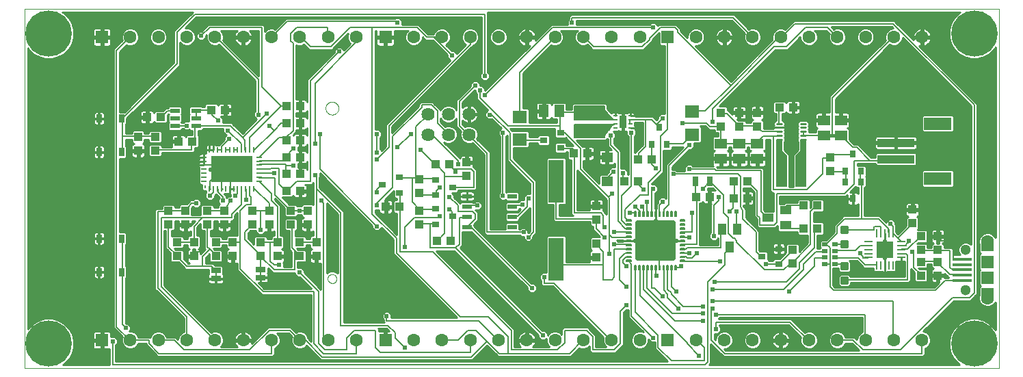
<source format=gtl>
G75*
%MOIN*%
%OFA0B0*%
%FSLAX25Y25*%
%IPPOS*%
%LPD*%
%AMOC8*
5,1,8,0,0,1.08239X$1,22.5*
%
%ADD10C,0.00000*%
%ADD11R,0.03937X0.04331*%
%ADD12C,0.06400*%
%ADD13R,0.18110X0.03937*%
%ADD14R,0.13386X0.06299*%
%ADD15R,0.06299X0.06299*%
%ADD16C,0.06299*%
%ADD17R,0.03543X0.03150*%
%ADD18R,0.04331X0.03937*%
%ADD19R,0.04724X0.02362*%
%ADD20R,0.00984X0.02756*%
%ADD21R,0.02756X0.00984*%
%ADD22R,0.20472X0.12598*%
%ADD23R,0.00886X0.01673*%
%ADD24R,0.03858X0.14567*%
%ADD25R,0.05906X0.05118*%
%ADD26R,0.01969X0.00984*%
%ADD27R,0.03543X0.06299*%
%ADD28R,0.14173X0.05906*%
%ADD29R,0.05118X0.05906*%
%ADD30R,0.02559X0.04134*%
%ADD31R,0.03150X0.03543*%
%ADD32R,0.07087X0.06299*%
%ADD33C,0.00591*%
%ADD34C,0.01969*%
%ADD35C,0.00800*%
%ADD36R,0.05000X0.02500*%
%ADD37C,0.01181*%
%ADD38R,0.02559X0.01969*%
%ADD39R,0.00984X0.03937*%
%ADD40R,0.03937X0.00984*%
%ADD41R,0.07874X0.07874*%
%ADD42R,0.09252X0.01772*%
%ADD43C,0.05118*%
%ADD44R,0.06102X0.05906*%
%ADD45R,0.07600X0.21000*%
%ADD46R,0.05512X0.03937*%
%ADD47R,0.03937X0.05512*%
%ADD48R,0.04724X0.02165*%
%ADD49R,0.03150X0.04724*%
%ADD50R,0.05512X0.04724*%
%ADD51C,0.01102*%
%ADD52R,0.06535X0.08465*%
%ADD53C,0.03150*%
%ADD54R,0.00906X0.03150*%
%ADD55C,0.02381*%
%ADD56C,0.01000*%
%ADD57OC8,0.02559*%
%ADD58C,0.01600*%
%ADD59C,0.22500*%
%ADD60C,0.00600*%
D10*
X0003269Y0007206D02*
X0003269Y0182206D01*
X0478269Y0182206D01*
X0478269Y0007206D01*
X0003269Y0007206D01*
X0151104Y0050709D02*
X0151106Y0050802D01*
X0151112Y0050894D01*
X0151122Y0050986D01*
X0151136Y0051077D01*
X0151153Y0051168D01*
X0151175Y0051258D01*
X0151200Y0051347D01*
X0151229Y0051435D01*
X0151262Y0051521D01*
X0151299Y0051606D01*
X0151339Y0051690D01*
X0151383Y0051771D01*
X0151430Y0051851D01*
X0151480Y0051929D01*
X0151534Y0052004D01*
X0151591Y0052077D01*
X0151651Y0052147D01*
X0151714Y0052215D01*
X0151780Y0052280D01*
X0151848Y0052342D01*
X0151919Y0052402D01*
X0151993Y0052458D01*
X0152069Y0052511D01*
X0152147Y0052560D01*
X0152227Y0052607D01*
X0152309Y0052649D01*
X0152393Y0052689D01*
X0152478Y0052724D01*
X0152565Y0052756D01*
X0152653Y0052785D01*
X0152742Y0052809D01*
X0152832Y0052830D01*
X0152923Y0052846D01*
X0153015Y0052859D01*
X0153107Y0052868D01*
X0153200Y0052873D01*
X0153292Y0052874D01*
X0153385Y0052871D01*
X0153477Y0052864D01*
X0153569Y0052853D01*
X0153660Y0052838D01*
X0153751Y0052820D01*
X0153841Y0052797D01*
X0153929Y0052771D01*
X0154017Y0052741D01*
X0154103Y0052707D01*
X0154187Y0052670D01*
X0154270Y0052628D01*
X0154351Y0052584D01*
X0154431Y0052536D01*
X0154508Y0052485D01*
X0154582Y0052430D01*
X0154655Y0052372D01*
X0154725Y0052312D01*
X0154792Y0052248D01*
X0154856Y0052182D01*
X0154918Y0052112D01*
X0154976Y0052041D01*
X0155031Y0051967D01*
X0155083Y0051890D01*
X0155132Y0051811D01*
X0155178Y0051731D01*
X0155220Y0051648D01*
X0155258Y0051564D01*
X0155293Y0051478D01*
X0155324Y0051391D01*
X0155351Y0051303D01*
X0155374Y0051213D01*
X0155394Y0051123D01*
X0155410Y0051032D01*
X0155422Y0050940D01*
X0155430Y0050848D01*
X0155434Y0050755D01*
X0155434Y0050663D01*
X0155430Y0050570D01*
X0155422Y0050478D01*
X0155410Y0050386D01*
X0155394Y0050295D01*
X0155374Y0050205D01*
X0155351Y0050115D01*
X0155324Y0050027D01*
X0155293Y0049940D01*
X0155258Y0049854D01*
X0155220Y0049770D01*
X0155178Y0049687D01*
X0155132Y0049607D01*
X0155083Y0049528D01*
X0155031Y0049451D01*
X0154976Y0049377D01*
X0154918Y0049306D01*
X0154856Y0049236D01*
X0154792Y0049170D01*
X0154725Y0049106D01*
X0154655Y0049046D01*
X0154582Y0048988D01*
X0154508Y0048933D01*
X0154431Y0048882D01*
X0154352Y0048834D01*
X0154270Y0048790D01*
X0154187Y0048748D01*
X0154103Y0048711D01*
X0154017Y0048677D01*
X0153929Y0048647D01*
X0153841Y0048621D01*
X0153751Y0048598D01*
X0153660Y0048580D01*
X0153569Y0048565D01*
X0153477Y0048554D01*
X0153385Y0048547D01*
X0153292Y0048544D01*
X0153200Y0048545D01*
X0153107Y0048550D01*
X0153015Y0048559D01*
X0152923Y0048572D01*
X0152832Y0048588D01*
X0152742Y0048609D01*
X0152653Y0048633D01*
X0152565Y0048662D01*
X0152478Y0048694D01*
X0152393Y0048729D01*
X0152309Y0048769D01*
X0152227Y0048811D01*
X0152147Y0048858D01*
X0152069Y0048907D01*
X0151993Y0048960D01*
X0151919Y0049016D01*
X0151848Y0049076D01*
X0151780Y0049138D01*
X0151714Y0049203D01*
X0151651Y0049271D01*
X0151591Y0049341D01*
X0151534Y0049414D01*
X0151480Y0049489D01*
X0151430Y0049567D01*
X0151383Y0049647D01*
X0151339Y0049728D01*
X0151299Y0049812D01*
X0151262Y0049897D01*
X0151229Y0049983D01*
X0151200Y0050071D01*
X0151175Y0050160D01*
X0151153Y0050250D01*
X0151136Y0050341D01*
X0151122Y0050432D01*
X0151112Y0050524D01*
X0151106Y0050616D01*
X0151104Y0050709D01*
X0150119Y0133780D02*
X0150121Y0133892D01*
X0150127Y0134003D01*
X0150137Y0134115D01*
X0150151Y0134226D01*
X0150168Y0134336D01*
X0150190Y0134446D01*
X0150216Y0134555D01*
X0150245Y0134663D01*
X0150278Y0134769D01*
X0150315Y0134875D01*
X0150356Y0134979D01*
X0150401Y0135082D01*
X0150449Y0135183D01*
X0150500Y0135282D01*
X0150555Y0135379D01*
X0150614Y0135474D01*
X0150675Y0135568D01*
X0150740Y0135659D01*
X0150809Y0135747D01*
X0150880Y0135833D01*
X0150954Y0135917D01*
X0151032Y0135997D01*
X0151112Y0136075D01*
X0151195Y0136151D01*
X0151280Y0136223D01*
X0151368Y0136292D01*
X0151458Y0136358D01*
X0151551Y0136420D01*
X0151646Y0136480D01*
X0151743Y0136536D01*
X0151841Y0136588D01*
X0151942Y0136637D01*
X0152044Y0136682D01*
X0152148Y0136724D01*
X0152253Y0136762D01*
X0152360Y0136796D01*
X0152467Y0136826D01*
X0152576Y0136853D01*
X0152685Y0136875D01*
X0152796Y0136894D01*
X0152906Y0136909D01*
X0153018Y0136920D01*
X0153129Y0136927D01*
X0153241Y0136930D01*
X0153353Y0136929D01*
X0153465Y0136924D01*
X0153576Y0136915D01*
X0153687Y0136902D01*
X0153798Y0136885D01*
X0153908Y0136865D01*
X0154017Y0136840D01*
X0154125Y0136812D01*
X0154232Y0136779D01*
X0154338Y0136743D01*
X0154442Y0136703D01*
X0154545Y0136660D01*
X0154647Y0136613D01*
X0154746Y0136562D01*
X0154844Y0136508D01*
X0154940Y0136450D01*
X0155034Y0136389D01*
X0155125Y0136325D01*
X0155214Y0136258D01*
X0155301Y0136187D01*
X0155385Y0136113D01*
X0155467Y0136037D01*
X0155545Y0135957D01*
X0155621Y0135875D01*
X0155694Y0135790D01*
X0155764Y0135703D01*
X0155830Y0135613D01*
X0155894Y0135521D01*
X0155954Y0135427D01*
X0156011Y0135331D01*
X0156064Y0135232D01*
X0156114Y0135132D01*
X0156160Y0135031D01*
X0156203Y0134927D01*
X0156242Y0134822D01*
X0156277Y0134716D01*
X0156308Y0134609D01*
X0156336Y0134500D01*
X0156359Y0134391D01*
X0156379Y0134281D01*
X0156395Y0134170D01*
X0156407Y0134059D01*
X0156415Y0133948D01*
X0156419Y0133836D01*
X0156419Y0133724D01*
X0156415Y0133612D01*
X0156407Y0133501D01*
X0156395Y0133390D01*
X0156379Y0133279D01*
X0156359Y0133169D01*
X0156336Y0133060D01*
X0156308Y0132951D01*
X0156277Y0132844D01*
X0156242Y0132738D01*
X0156203Y0132633D01*
X0156160Y0132529D01*
X0156114Y0132428D01*
X0156064Y0132328D01*
X0156011Y0132229D01*
X0155954Y0132133D01*
X0155894Y0132039D01*
X0155830Y0131947D01*
X0155764Y0131857D01*
X0155694Y0131770D01*
X0155621Y0131685D01*
X0155545Y0131603D01*
X0155467Y0131523D01*
X0155385Y0131447D01*
X0155301Y0131373D01*
X0155214Y0131302D01*
X0155125Y0131235D01*
X0155034Y0131171D01*
X0154940Y0131110D01*
X0154844Y0131052D01*
X0154746Y0130998D01*
X0154647Y0130947D01*
X0154545Y0130900D01*
X0154442Y0130857D01*
X0154338Y0130817D01*
X0154232Y0130781D01*
X0154125Y0130748D01*
X0154017Y0130720D01*
X0153908Y0130695D01*
X0153798Y0130675D01*
X0153687Y0130658D01*
X0153576Y0130645D01*
X0153465Y0130636D01*
X0153353Y0130631D01*
X0153241Y0130630D01*
X0153129Y0130633D01*
X0153018Y0130640D01*
X0152906Y0130651D01*
X0152796Y0130666D01*
X0152685Y0130685D01*
X0152576Y0130707D01*
X0152467Y0130734D01*
X0152360Y0130764D01*
X0152253Y0130798D01*
X0152148Y0130836D01*
X0152044Y0130878D01*
X0151942Y0130923D01*
X0151841Y0130972D01*
X0151743Y0131024D01*
X0151646Y0131080D01*
X0151551Y0131140D01*
X0151458Y0131202D01*
X0151368Y0131268D01*
X0151280Y0131337D01*
X0151195Y0131409D01*
X0151112Y0131485D01*
X0151032Y0131563D01*
X0150954Y0131643D01*
X0150880Y0131727D01*
X0150809Y0131813D01*
X0150740Y0131901D01*
X0150675Y0131992D01*
X0150614Y0132086D01*
X0150555Y0132181D01*
X0150500Y0132278D01*
X0150449Y0132377D01*
X0150401Y0132478D01*
X0150356Y0132581D01*
X0150315Y0132685D01*
X0150278Y0132791D01*
X0150245Y0132897D01*
X0150216Y0133005D01*
X0150190Y0133114D01*
X0150168Y0133224D01*
X0150151Y0133334D01*
X0150137Y0133445D01*
X0150127Y0133557D01*
X0150121Y0133668D01*
X0150119Y0133780D01*
D11*
X0203662Y0106418D03*
X0210355Y0106418D03*
X0218820Y0107402D03*
X0218820Y0100709D03*
X0186143Y0085749D03*
X0179450Y0085749D03*
X0141457Y0083780D03*
X0122560Y0083780D03*
X0122560Y0077087D03*
X0141457Y0077087D03*
X0145591Y0068426D03*
X0145591Y0061733D03*
X0126694Y0061733D03*
X0126694Y0068426D03*
X0104843Y0068426D03*
X0104843Y0061733D03*
X0085946Y0061733D03*
X0085946Y0068426D03*
X0081812Y0077087D03*
X0081812Y0083780D03*
X0100709Y0083780D03*
X0100709Y0077087D03*
X0058780Y0113111D03*
X0058780Y0119804D03*
X0204253Y0069213D03*
X0210946Y0069213D03*
X0282009Y0067835D03*
X0282009Y0061143D03*
X0282009Y0079450D03*
X0282009Y0086143D03*
X0295788Y0098150D03*
X0302481Y0098150D03*
X0302284Y0108780D03*
X0308977Y0108780D03*
X0277678Y0111733D03*
X0270985Y0111733D03*
X0348938Y0098150D03*
X0355631Y0098150D03*
X0355631Y0089883D03*
X0348938Y0089883D03*
X0383190Y0086339D03*
X0389883Y0086339D03*
X0389883Y0075119D03*
X0383190Y0075119D03*
X0436143Y0077678D03*
X0448544Y0071379D03*
X0448544Y0064686D03*
X0448544Y0058977D03*
X0448544Y0052284D03*
X0436143Y0084371D03*
X0360552Y0124922D03*
X0360552Y0131615D03*
D12*
X0219961Y0130906D03*
X0209961Y0130906D03*
X0199961Y0130906D03*
X0199961Y0120906D03*
X0209961Y0120906D03*
X0219961Y0120906D03*
D13*
X0428072Y0116851D03*
X0428072Y0108977D03*
D14*
X0448544Y0099528D03*
X0448544Y0126300D03*
D15*
X0316851Y0168426D03*
X0179253Y0168426D03*
X0041064Y0168426D03*
X0041064Y0020788D03*
X0179253Y0020788D03*
X0316851Y0020788D03*
D16*
X0303269Y0020788D03*
X0289489Y0020788D03*
X0275709Y0020788D03*
X0261930Y0020788D03*
X0248150Y0020788D03*
X0234371Y0020788D03*
X0220591Y0020788D03*
X0206812Y0020788D03*
X0193032Y0020788D03*
X0165080Y0020788D03*
X0151300Y0020788D03*
X0137520Y0020788D03*
X0123741Y0020788D03*
X0109961Y0020788D03*
X0096182Y0020788D03*
X0082402Y0020788D03*
X0068623Y0020788D03*
X0054843Y0020788D03*
X0330631Y0020788D03*
X0344410Y0020788D03*
X0358190Y0020788D03*
X0371969Y0020788D03*
X0385749Y0020788D03*
X0399528Y0020788D03*
X0413308Y0020788D03*
X0427087Y0020788D03*
X0440867Y0020788D03*
X0472757Y0041261D03*
X0472757Y0068820D03*
X0440867Y0168426D03*
X0427087Y0168426D03*
X0413308Y0168426D03*
X0399528Y0168426D03*
X0385749Y0168426D03*
X0371969Y0168426D03*
X0358190Y0168426D03*
X0344410Y0168426D03*
X0330631Y0168426D03*
X0303269Y0168426D03*
X0289489Y0168426D03*
X0275709Y0168426D03*
X0261930Y0168426D03*
X0248150Y0168426D03*
X0234371Y0168426D03*
X0220591Y0168426D03*
X0206812Y0168426D03*
X0193032Y0168426D03*
X0165080Y0168426D03*
X0151300Y0168426D03*
X0137520Y0168426D03*
X0123741Y0168426D03*
X0109961Y0168426D03*
X0096182Y0168426D03*
X0082402Y0168426D03*
X0068623Y0168426D03*
X0054843Y0168426D03*
D17*
X0186143Y0100119D03*
X0177875Y0096379D03*
X0186143Y0092639D03*
X0203662Y0091457D03*
X0211930Y0095198D03*
X0203662Y0098938D03*
X0203662Y0084765D03*
X0211930Y0081024D03*
X0203662Y0077284D03*
X0264686Y0114489D03*
X0256418Y0118229D03*
X0264686Y0121969D03*
X0370985Y0065276D03*
X0362717Y0061536D03*
X0370985Y0057796D03*
D18*
X0377678Y0058190D03*
X0377678Y0064883D03*
X0337324Y0090473D03*
X0330631Y0090473D03*
X0395985Y0103072D03*
X0395985Y0109765D03*
X0351694Y0124922D03*
X0342835Y0124922D03*
X0342835Y0131615D03*
X0351694Y0131615D03*
X0371379Y0134174D03*
X0378072Y0134174D03*
X0440276Y0071379D03*
X0440276Y0064686D03*
X0440276Y0058977D03*
X0440276Y0052284D03*
X0195788Y0077087D03*
X0195788Y0083780D03*
X0195788Y0092442D03*
X0195788Y0099135D03*
X0137717Y0101694D03*
X0131024Y0101694D03*
X0131024Y0093426D03*
X0137717Y0093426D03*
X0133190Y0083780D03*
X0133190Y0077087D03*
X0114292Y0077087D03*
X0114292Y0083780D03*
X0092442Y0083780D03*
X0073544Y0083780D03*
X0073544Y0077087D03*
X0092442Y0077087D03*
X0096576Y0068426D03*
X0096576Y0061733D03*
X0077678Y0061733D03*
X0077678Y0068426D03*
X0118426Y0068426D03*
X0118426Y0061733D03*
X0137324Y0061733D03*
X0137324Y0068426D03*
X0137717Y0109961D03*
X0131024Y0109961D03*
X0131024Y0118229D03*
X0137717Y0118229D03*
X0137717Y0126497D03*
X0131024Y0126497D03*
X0131024Y0134765D03*
X0137717Y0134765D03*
X0101103Y0132993D03*
X0094410Y0132993D03*
X0069804Y0129450D03*
X0063111Y0129450D03*
X0067048Y0119804D03*
X0067048Y0113111D03*
X0078465Y0117639D03*
X0085158Y0117639D03*
D19*
X0219017Y0090887D03*
X0219017Y0085887D03*
X0219017Y0080887D03*
X0219017Y0075887D03*
X0241064Y0075887D03*
X0241064Y0080887D03*
X0241064Y0085887D03*
X0241064Y0090887D03*
D20*
X0115080Y0094607D03*
X0113111Y0094607D03*
X0111143Y0094607D03*
X0109174Y0094607D03*
X0107206Y0094607D03*
X0105237Y0094607D03*
X0103269Y0094607D03*
X0101300Y0094607D03*
X0099331Y0094607D03*
X0097363Y0094607D03*
X0095394Y0094607D03*
X0093426Y0094607D03*
X0093426Y0113505D03*
X0095394Y0113505D03*
X0097363Y0113505D03*
X0099331Y0113505D03*
X0101300Y0113505D03*
X0103269Y0113505D03*
X0105237Y0113505D03*
X0107206Y0113505D03*
X0109174Y0113505D03*
X0111143Y0113505D03*
X0113111Y0113505D03*
X0115080Y0113505D03*
D21*
X0117639Y0109961D03*
X0117639Y0107993D03*
X0117639Y0106024D03*
X0117639Y0104056D03*
X0117639Y0102087D03*
X0117639Y0100119D03*
X0117639Y0098150D03*
X0090867Y0098150D03*
X0090867Y0100119D03*
X0090867Y0102087D03*
X0090867Y0104056D03*
X0090867Y0106024D03*
X0090867Y0107993D03*
X0090867Y0109961D03*
D22*
X0104253Y0104056D03*
D23*
X0091408Y0095542D03*
D24*
X0372422Y0103465D03*
X0381753Y0103465D03*
D25*
X0360552Y0109174D03*
X0351694Y0109174D03*
X0342835Y0109174D03*
X0342835Y0116654D03*
X0351694Y0116654D03*
X0360552Y0116654D03*
X0393032Y0120394D03*
X0401300Y0120394D03*
X0401300Y0127875D03*
X0393032Y0127875D03*
D26*
X0298741Y0128072D03*
X0298741Y0130040D03*
X0298741Y0126103D03*
X0298741Y0124135D03*
X0291261Y0124135D03*
X0291261Y0126103D03*
X0291261Y0128072D03*
X0291261Y0130040D03*
D27*
X0295001Y0127087D03*
D28*
X0278465Y0122560D03*
X0278465Y0131615D03*
D29*
X0263898Y0132402D03*
X0256418Y0132402D03*
D30*
X0050709Y0128761D03*
X0039686Y0128761D03*
X0039686Y0112422D03*
X0050709Y0112422D03*
X0050709Y0070296D03*
X0039686Y0070296D03*
X0039686Y0053957D03*
X0050709Y0053957D03*
D31*
X0308977Y0116064D03*
X0316457Y0116064D03*
X0312717Y0124331D03*
X0403465Y0103072D03*
X0410946Y0103072D03*
X0410946Y0097954D03*
X0403465Y0097954D03*
X0407206Y0089686D03*
X0407206Y0111339D03*
D32*
X0328662Y0120985D03*
X0328662Y0132009D03*
X0244804Y0129646D03*
X0244804Y0118623D03*
D33*
X0300808Y0081221D02*
X0301398Y0081221D01*
X0300808Y0081221D02*
X0300808Y0083387D01*
X0301398Y0083387D01*
X0301398Y0081221D01*
X0301398Y0081811D02*
X0300808Y0081811D01*
X0300808Y0082401D02*
X0301398Y0082401D01*
X0301398Y0082991D02*
X0300808Y0082991D01*
X0302777Y0081221D02*
X0303367Y0081221D01*
X0302777Y0081221D02*
X0302777Y0083387D01*
X0303367Y0083387D01*
X0303367Y0081221D01*
X0303367Y0081811D02*
X0302777Y0081811D01*
X0302777Y0082401D02*
X0303367Y0082401D01*
X0303367Y0082991D02*
X0302777Y0082991D01*
X0304745Y0081221D02*
X0305335Y0081221D01*
X0304745Y0081221D02*
X0304745Y0083387D01*
X0305335Y0083387D01*
X0305335Y0081221D01*
X0305335Y0081811D02*
X0304745Y0081811D01*
X0304745Y0082401D02*
X0305335Y0082401D01*
X0305335Y0082991D02*
X0304745Y0082991D01*
X0306714Y0081221D02*
X0307304Y0081221D01*
X0306714Y0081221D02*
X0306714Y0083387D01*
X0307304Y0083387D01*
X0307304Y0081221D01*
X0307304Y0081811D02*
X0306714Y0081811D01*
X0306714Y0082401D02*
X0307304Y0082401D01*
X0307304Y0082991D02*
X0306714Y0082991D01*
X0308682Y0081221D02*
X0309272Y0081221D01*
X0308682Y0081221D02*
X0308682Y0083387D01*
X0309272Y0083387D01*
X0309272Y0081221D01*
X0309272Y0081811D02*
X0308682Y0081811D01*
X0308682Y0082401D02*
X0309272Y0082401D01*
X0309272Y0082991D02*
X0308682Y0082991D01*
X0310651Y0081221D02*
X0311241Y0081221D01*
X0310651Y0081221D02*
X0310651Y0083387D01*
X0311241Y0083387D01*
X0311241Y0081221D01*
X0311241Y0081811D02*
X0310651Y0081811D01*
X0310651Y0082401D02*
X0311241Y0082401D01*
X0311241Y0082991D02*
X0310651Y0082991D01*
X0312619Y0081221D02*
X0313209Y0081221D01*
X0312619Y0081221D02*
X0312619Y0083387D01*
X0313209Y0083387D01*
X0313209Y0081221D01*
X0313209Y0081811D02*
X0312619Y0081811D01*
X0312619Y0082401D02*
X0313209Y0082401D01*
X0313209Y0082991D02*
X0312619Y0082991D01*
X0314588Y0081221D02*
X0315178Y0081221D01*
X0314588Y0081221D02*
X0314588Y0083387D01*
X0315178Y0083387D01*
X0315178Y0081221D01*
X0315178Y0081811D02*
X0314588Y0081811D01*
X0314588Y0082401D02*
X0315178Y0082401D01*
X0315178Y0082991D02*
X0314588Y0082991D01*
X0316556Y0081221D02*
X0317146Y0081221D01*
X0316556Y0081221D02*
X0316556Y0083387D01*
X0317146Y0083387D01*
X0317146Y0081221D01*
X0317146Y0081811D02*
X0316556Y0081811D01*
X0316556Y0082401D02*
X0317146Y0082401D01*
X0317146Y0082991D02*
X0316556Y0082991D01*
X0318525Y0081221D02*
X0319115Y0081221D01*
X0318525Y0081221D02*
X0318525Y0083387D01*
X0319115Y0083387D01*
X0319115Y0081221D01*
X0319115Y0081811D02*
X0318525Y0081811D01*
X0318525Y0082401D02*
X0319115Y0082401D01*
X0319115Y0082991D02*
X0318525Y0082991D01*
X0320493Y0081221D02*
X0321083Y0081221D01*
X0320493Y0081221D02*
X0320493Y0083387D01*
X0321083Y0083387D01*
X0321083Y0081221D01*
X0321083Y0081811D02*
X0320493Y0081811D01*
X0320493Y0082401D02*
X0321083Y0082401D01*
X0321083Y0082991D02*
X0320493Y0082991D01*
X0322953Y0078761D02*
X0325119Y0078761D01*
X0322953Y0078761D02*
X0322953Y0079351D01*
X0325119Y0079351D01*
X0325119Y0078761D01*
X0325119Y0079351D02*
X0322953Y0079351D01*
X0322953Y0076792D02*
X0325119Y0076792D01*
X0322953Y0076792D02*
X0322953Y0077382D01*
X0325119Y0077382D01*
X0325119Y0076792D01*
X0325119Y0077382D02*
X0322953Y0077382D01*
X0322953Y0074824D02*
X0325119Y0074824D01*
X0322953Y0074824D02*
X0322953Y0075414D01*
X0325119Y0075414D01*
X0325119Y0074824D01*
X0325119Y0075414D02*
X0322953Y0075414D01*
X0322953Y0072855D02*
X0325119Y0072855D01*
X0322953Y0072855D02*
X0322953Y0073445D01*
X0325119Y0073445D01*
X0325119Y0072855D01*
X0325119Y0073445D02*
X0322953Y0073445D01*
X0322953Y0070887D02*
X0325119Y0070887D01*
X0322953Y0070887D02*
X0322953Y0071477D01*
X0325119Y0071477D01*
X0325119Y0070887D01*
X0325119Y0071477D02*
X0322953Y0071477D01*
X0322953Y0068918D02*
X0325119Y0068918D01*
X0322953Y0068918D02*
X0322953Y0069508D01*
X0325119Y0069508D01*
X0325119Y0068918D01*
X0325119Y0069508D02*
X0322953Y0069508D01*
X0322953Y0066950D02*
X0325119Y0066950D01*
X0322953Y0066950D02*
X0322953Y0067540D01*
X0325119Y0067540D01*
X0325119Y0066950D01*
X0325119Y0067540D02*
X0322953Y0067540D01*
X0322953Y0064981D02*
X0325119Y0064981D01*
X0322953Y0064981D02*
X0322953Y0065571D01*
X0325119Y0065571D01*
X0325119Y0064981D01*
X0325119Y0065571D02*
X0322953Y0065571D01*
X0322953Y0063013D02*
X0325119Y0063013D01*
X0322953Y0063013D02*
X0322953Y0063603D01*
X0325119Y0063603D01*
X0325119Y0063013D01*
X0325119Y0063603D02*
X0322953Y0063603D01*
X0322953Y0061044D02*
X0325119Y0061044D01*
X0322953Y0061044D02*
X0322953Y0061634D01*
X0325119Y0061634D01*
X0325119Y0061044D01*
X0325119Y0061634D02*
X0322953Y0061634D01*
X0322953Y0059076D02*
X0325119Y0059076D01*
X0322953Y0059076D02*
X0322953Y0059666D01*
X0325119Y0059666D01*
X0325119Y0059076D01*
X0325119Y0059666D02*
X0322953Y0059666D01*
X0321083Y0055040D02*
X0320493Y0055040D01*
X0320493Y0057206D01*
X0321083Y0057206D01*
X0321083Y0055040D01*
X0321083Y0055630D02*
X0320493Y0055630D01*
X0320493Y0056220D02*
X0321083Y0056220D01*
X0321083Y0056810D02*
X0320493Y0056810D01*
X0319115Y0055040D02*
X0318525Y0055040D01*
X0318525Y0057206D01*
X0319115Y0057206D01*
X0319115Y0055040D01*
X0319115Y0055630D02*
X0318525Y0055630D01*
X0318525Y0056220D02*
X0319115Y0056220D01*
X0319115Y0056810D02*
X0318525Y0056810D01*
X0317146Y0055040D02*
X0316556Y0055040D01*
X0316556Y0057206D01*
X0317146Y0057206D01*
X0317146Y0055040D01*
X0317146Y0055630D02*
X0316556Y0055630D01*
X0316556Y0056220D02*
X0317146Y0056220D01*
X0317146Y0056810D02*
X0316556Y0056810D01*
X0315178Y0055040D02*
X0314588Y0055040D01*
X0314588Y0057206D01*
X0315178Y0057206D01*
X0315178Y0055040D01*
X0315178Y0055630D02*
X0314588Y0055630D01*
X0314588Y0056220D02*
X0315178Y0056220D01*
X0315178Y0056810D02*
X0314588Y0056810D01*
X0313209Y0055040D02*
X0312619Y0055040D01*
X0312619Y0057206D01*
X0313209Y0057206D01*
X0313209Y0055040D01*
X0313209Y0055630D02*
X0312619Y0055630D01*
X0312619Y0056220D02*
X0313209Y0056220D01*
X0313209Y0056810D02*
X0312619Y0056810D01*
X0311241Y0055040D02*
X0310651Y0055040D01*
X0310651Y0057206D01*
X0311241Y0057206D01*
X0311241Y0055040D01*
X0311241Y0055630D02*
X0310651Y0055630D01*
X0310651Y0056220D02*
X0311241Y0056220D01*
X0311241Y0056810D02*
X0310651Y0056810D01*
X0309272Y0055040D02*
X0308682Y0055040D01*
X0308682Y0057206D01*
X0309272Y0057206D01*
X0309272Y0055040D01*
X0309272Y0055630D02*
X0308682Y0055630D01*
X0308682Y0056220D02*
X0309272Y0056220D01*
X0309272Y0056810D02*
X0308682Y0056810D01*
X0307304Y0055040D02*
X0306714Y0055040D01*
X0306714Y0057206D01*
X0307304Y0057206D01*
X0307304Y0055040D01*
X0307304Y0055630D02*
X0306714Y0055630D01*
X0306714Y0056220D02*
X0307304Y0056220D01*
X0307304Y0056810D02*
X0306714Y0056810D01*
X0305335Y0055040D02*
X0304745Y0055040D01*
X0304745Y0057206D01*
X0305335Y0057206D01*
X0305335Y0055040D01*
X0305335Y0055630D02*
X0304745Y0055630D01*
X0304745Y0056220D02*
X0305335Y0056220D01*
X0305335Y0056810D02*
X0304745Y0056810D01*
X0303367Y0055040D02*
X0302777Y0055040D01*
X0302777Y0057206D01*
X0303367Y0057206D01*
X0303367Y0055040D01*
X0303367Y0055630D02*
X0302777Y0055630D01*
X0302777Y0056220D02*
X0303367Y0056220D01*
X0303367Y0056810D02*
X0302777Y0056810D01*
X0301398Y0055040D02*
X0300808Y0055040D01*
X0300808Y0057206D01*
X0301398Y0057206D01*
X0301398Y0055040D01*
X0301398Y0055630D02*
X0300808Y0055630D01*
X0300808Y0056220D02*
X0301398Y0056220D01*
X0301398Y0056810D02*
X0300808Y0056810D01*
X0298938Y0059076D02*
X0296772Y0059076D01*
X0296772Y0059666D01*
X0298938Y0059666D01*
X0298938Y0059076D01*
X0298938Y0059666D02*
X0296772Y0059666D01*
X0296772Y0061044D02*
X0298938Y0061044D01*
X0296772Y0061044D02*
X0296772Y0061634D01*
X0298938Y0061634D01*
X0298938Y0061044D01*
X0298938Y0061634D02*
X0296772Y0061634D01*
X0296772Y0063013D02*
X0298938Y0063013D01*
X0296772Y0063013D02*
X0296772Y0063603D01*
X0298938Y0063603D01*
X0298938Y0063013D01*
X0298938Y0063603D02*
X0296772Y0063603D01*
X0296772Y0064981D02*
X0298938Y0064981D01*
X0296772Y0064981D02*
X0296772Y0065571D01*
X0298938Y0065571D01*
X0298938Y0064981D01*
X0298938Y0065571D02*
X0296772Y0065571D01*
X0296772Y0066950D02*
X0298938Y0066950D01*
X0296772Y0066950D02*
X0296772Y0067540D01*
X0298938Y0067540D01*
X0298938Y0066950D01*
X0298938Y0067540D02*
X0296772Y0067540D01*
X0296772Y0068918D02*
X0298938Y0068918D01*
X0296772Y0068918D02*
X0296772Y0069508D01*
X0298938Y0069508D01*
X0298938Y0068918D01*
X0298938Y0069508D02*
X0296772Y0069508D01*
X0296772Y0070887D02*
X0298938Y0070887D01*
X0296772Y0070887D02*
X0296772Y0071477D01*
X0298938Y0071477D01*
X0298938Y0070887D01*
X0298938Y0071477D02*
X0296772Y0071477D01*
X0296772Y0072855D02*
X0298938Y0072855D01*
X0296772Y0072855D02*
X0296772Y0073445D01*
X0298938Y0073445D01*
X0298938Y0072855D01*
X0298938Y0073445D02*
X0296772Y0073445D01*
X0296772Y0074824D02*
X0298938Y0074824D01*
X0296772Y0074824D02*
X0296772Y0075414D01*
X0298938Y0075414D01*
X0298938Y0074824D01*
X0298938Y0075414D02*
X0296772Y0075414D01*
X0296772Y0076792D02*
X0298938Y0076792D01*
X0296772Y0076792D02*
X0296772Y0077382D01*
X0298938Y0077382D01*
X0298938Y0076792D01*
X0298938Y0077382D02*
X0296772Y0077382D01*
X0296772Y0078761D02*
X0298938Y0078761D01*
X0296772Y0078761D02*
X0296772Y0079351D01*
X0298938Y0079351D01*
X0298938Y0078761D01*
X0298938Y0079351D02*
X0296772Y0079351D01*
D34*
X0302088Y0060355D02*
X0319804Y0060355D01*
X0302088Y0060355D02*
X0302088Y0078071D01*
X0319804Y0078071D01*
X0319804Y0060355D01*
X0319804Y0062323D02*
X0302088Y0062323D01*
X0302088Y0064291D02*
X0319804Y0064291D01*
X0319804Y0066259D02*
X0302088Y0066259D01*
X0302088Y0068227D02*
X0319804Y0068227D01*
X0319804Y0070195D02*
X0302088Y0070195D01*
X0302088Y0072163D02*
X0319804Y0072163D01*
X0319804Y0074131D02*
X0302088Y0074131D01*
X0302088Y0076099D02*
X0319804Y0076099D01*
X0319804Y0078067D02*
X0302088Y0078067D01*
D35*
X0297855Y0077087D02*
X0297363Y0076891D01*
X0296772Y0076891D01*
X0294410Y0079253D01*
X0294410Y0091064D01*
X0299135Y0095788D01*
X0299135Y0121772D01*
X0291261Y0126103D02*
X0290867Y0125906D01*
X0290276Y0125906D01*
X0290276Y0128269D02*
X0290867Y0128269D01*
X0291261Y0128072D01*
X0298544Y0127678D02*
X0298741Y0128072D01*
X0299135Y0128269D01*
X0306221Y0128269D01*
X0306221Y0115276D01*
X0302678Y0111733D01*
X0302678Y0108780D01*
X0302284Y0108780D01*
X0308977Y0108780D02*
X0309174Y0108780D01*
X0309174Y0115867D01*
X0308977Y0116064D01*
X0316457Y0116064D02*
X0316851Y0116457D01*
X0324528Y0116457D01*
X0328662Y0120591D01*
X0328662Y0120985D01*
X0335749Y0126497D02*
X0337520Y0124725D01*
X0342835Y0124725D01*
X0342835Y0124922D01*
X0342835Y0124725D02*
X0342835Y0116654D01*
X0342835Y0116457D01*
X0351694Y0116457D01*
X0351694Y0116654D01*
X0351694Y0116457D02*
X0360552Y0116457D01*
X0360552Y0116654D01*
X0360552Y0117048D01*
X0363505Y0120001D01*
X0368229Y0120001D01*
X0368229Y0094017D01*
X0384765Y0094017D01*
X0392442Y0101694D01*
X0392442Y0109371D01*
X0395985Y0109371D01*
X0395985Y0109765D01*
X0395985Y0111143D01*
X0407206Y0111143D01*
X0407206Y0111339D01*
X0407206Y0114686D02*
X0408977Y0114686D01*
X0415473Y0108190D01*
X0407796Y0108190D01*
X0407796Y0096969D01*
X0403072Y0092245D01*
X0370001Y0092245D01*
X0370001Y0078072D01*
X0368820Y0076891D01*
X0361733Y0076891D01*
X0361733Y0080434D01*
X0360552Y0081615D01*
X0360552Y0093426D01*
X0355828Y0098150D01*
X0355631Y0098150D01*
X0349331Y0098150D02*
X0348938Y0098150D01*
X0349331Y0098150D02*
X0349331Y0089883D01*
X0348938Y0089883D01*
X0348741Y0089883D01*
X0348741Y0085158D01*
X0346969Y0083387D01*
X0344017Y0082796D02*
X0344017Y0091654D01*
X0337520Y0098150D01*
X0333977Y0094607D01*
X0330434Y0098150D02*
X0330434Y0090473D01*
X0330631Y0090473D01*
X0331024Y0090473D01*
X0331024Y0067442D01*
X0324528Y0067442D01*
X0324036Y0067245D01*
X0324036Y0065276D02*
X0324528Y0065080D01*
X0325709Y0065080D01*
X0326300Y0065670D01*
X0342835Y0065670D01*
X0342835Y0074528D01*
X0343229Y0074725D01*
X0346379Y0072757D02*
X0346379Y0080434D01*
X0344017Y0082796D01*
X0350513Y0083387D02*
X0350513Y0075119D01*
X0350709Y0074725D01*
X0346379Y0072757D02*
X0348741Y0070394D01*
X0349331Y0070394D01*
X0350513Y0069213D01*
X0350513Y0068623D01*
X0364095Y0055040D01*
X0373544Y0055040D01*
X0376497Y0057993D01*
X0377678Y0057993D01*
X0377678Y0058190D01*
X0377678Y0058583D01*
X0386536Y0067442D01*
X0386536Y0083387D01*
X0389489Y0086339D01*
X0389883Y0086339D01*
X0383190Y0086339D02*
X0374725Y0086339D01*
X0374725Y0084568D01*
X0374331Y0084174D01*
X0365670Y0080434D02*
X0365276Y0080434D01*
X0362324Y0083387D01*
X0362324Y0103465D01*
X0340473Y0103465D01*
X0339883Y0104056D01*
X0327481Y0104056D01*
X0319804Y0101694D02*
X0351103Y0101694D01*
X0352284Y0100513D01*
X0352284Y0085749D01*
X0353465Y0083977D01*
X0353465Y0079843D01*
X0359961Y0073347D01*
X0359961Y0063898D01*
X0362324Y0061536D01*
X0362717Y0061536D01*
X0364686Y0057993D02*
X0370591Y0057993D01*
X0370985Y0057796D01*
X0377678Y0064489D01*
X0377678Y0064883D01*
X0381221Y0058583D02*
X0388308Y0065670D01*
X0388308Y0073938D01*
X0389489Y0075119D01*
X0389883Y0075119D01*
X0383190Y0075119D02*
X0374725Y0075119D01*
X0374725Y0076300D01*
X0374331Y0076694D01*
X0393524Y0067442D02*
X0393623Y0067442D01*
X0393524Y0067442D02*
X0394213Y0067442D01*
X0399528Y0072757D01*
X0399528Y0076300D01*
X0403072Y0079843D01*
X0411339Y0079843D01*
X0411339Y0097560D01*
X0410946Y0097954D01*
X0410749Y0098150D01*
X0410749Y0102875D01*
X0410946Y0103072D01*
X0403662Y0102875D02*
X0403465Y0103072D01*
X0403072Y0102875D01*
X0395985Y0102875D01*
X0395985Y0103072D01*
X0403662Y0102875D02*
X0403662Y0098150D01*
X0403465Y0097954D01*
X0415473Y0108190D02*
X0427284Y0108190D01*
X0428072Y0108977D01*
X0407206Y0114686D02*
X0401891Y0120001D01*
X0401300Y0120394D01*
X0397166Y0120394D02*
X0397166Y0138898D01*
X0426694Y0168426D01*
X0427087Y0168426D01*
X0426694Y0174922D02*
X0378859Y0174922D01*
X0372363Y0168426D01*
X0371969Y0168426D01*
X0371182Y0168426D01*
X0347560Y0144804D01*
X0321576Y0170788D01*
X0321576Y0171969D01*
X0320394Y0173150D01*
X0313308Y0173150D01*
X0307993Y0167835D01*
X0307993Y0167245D01*
X0304450Y0163702D01*
X0280828Y0163702D01*
X0276103Y0168426D01*
X0275709Y0168426D01*
X0261930Y0168426D02*
X0244804Y0151300D01*
X0244804Y0129646D01*
X0238898Y0125316D02*
X0264292Y0125316D01*
X0264292Y0131812D01*
X0263898Y0132402D01*
X0264292Y0132402D01*
X0264292Y0131812D01*
X0278465Y0131812D01*
X0278465Y0131615D01*
X0264292Y0125316D02*
X0264292Y0122363D01*
X0264686Y0121969D01*
X0264883Y0121772D01*
X0266654Y0121772D01*
X0274331Y0114095D01*
X0274331Y0104056D01*
X0287914Y0090473D01*
X0289686Y0092245D01*
X0287914Y0090473D02*
X0288505Y0089883D01*
X0288505Y0072166D01*
X0288505Y0062717D01*
X0285552Y0063898D02*
X0282009Y0067442D01*
X0282009Y0067835D01*
X0286143Y0070985D02*
X0282009Y0075119D01*
X0282009Y0079450D01*
X0282009Y0079843D01*
X0262520Y0079843D01*
X0262520Y0098253D01*
X0251300Y0097560D02*
X0251300Y0073347D01*
X0248938Y0070985D01*
X0246576Y0073347D02*
X0228859Y0073347D01*
X0228859Y0111733D01*
X0220001Y0120591D01*
X0219961Y0120906D01*
X0219410Y0121182D01*
X0215276Y0125316D01*
X0215276Y0137127D01*
X0222954Y0144804D01*
X0225316Y0142442D02*
X0225316Y0138898D01*
X0238898Y0125316D01*
X0240080Y0121772D02*
X0240080Y0108780D01*
X0251300Y0097560D01*
X0236536Y0091064D02*
X0236536Y0121772D01*
X0240080Y0121772D02*
X0231221Y0130631D01*
X0230040Y0130631D01*
X0227678Y0140080D02*
X0260749Y0173150D01*
X0309765Y0173150D01*
X0316851Y0168426D02*
X0316851Y0123544D01*
X0313308Y0120001D01*
X0313308Y0103465D01*
X0307402Y0097560D01*
X0307402Y0091654D01*
X0303269Y0091654D01*
X0296182Y0084568D01*
X0296182Y0080434D01*
X0297363Y0079253D01*
X0297855Y0079056D01*
X0296182Y0075119D02*
X0292639Y0078662D01*
X0292639Y0112324D01*
X0289095Y0115867D01*
X0289095Y0120591D01*
X0278465Y0122560D02*
X0278465Y0122954D01*
X0264883Y0122363D02*
X0264686Y0121969D01*
X0256418Y0118229D02*
X0244804Y0118229D01*
X0244804Y0118623D01*
X0264686Y0114489D02*
X0264883Y0114095D01*
X0270788Y0114095D01*
X0270788Y0111733D01*
X0270985Y0111733D01*
X0271379Y0111733D01*
X0271379Y0082796D01*
X0284371Y0082796D01*
X0285552Y0081615D01*
X0285552Y0076300D01*
X0286143Y0075709D01*
X0290867Y0073347D02*
X0297363Y0073347D01*
X0297855Y0073150D01*
X0297855Y0071182D02*
X0297363Y0070985D01*
X0289686Y0070985D01*
X0288505Y0072166D01*
X0290867Y0067442D02*
X0297363Y0067442D01*
X0297855Y0067245D01*
X0297855Y0065276D02*
X0297363Y0065080D01*
X0290867Y0065080D01*
X0290867Y0051497D01*
X0289686Y0050316D01*
X0285552Y0050316D01*
X0285552Y0057402D01*
X0262520Y0057402D01*
X0262520Y0060253D01*
X0256615Y0051497D02*
X0256615Y0048544D01*
X0261339Y0048544D01*
X0289095Y0020788D01*
X0289489Y0020788D01*
X0293820Y0019017D02*
X0290867Y0016064D01*
X0280237Y0016064D01*
X0280237Y0022560D01*
X0277284Y0025513D01*
X0266654Y0025513D01*
X0266654Y0019607D01*
X0263111Y0016064D01*
X0240670Y0016064D01*
X0240670Y0025513D01*
X0202284Y0063898D01*
X0186339Y0063898D01*
X0186339Y0085749D01*
X0186143Y0085749D01*
X0186339Y0085749D02*
X0186339Y0092245D01*
X0186143Y0092639D01*
X0182796Y0095198D02*
X0175119Y0087520D01*
X0175119Y0086339D01*
X0172757Y0082206D02*
X0184568Y0070394D01*
X0184568Y0063308D01*
X0215867Y0032009D01*
X0229450Y0032009D01*
X0238898Y0022560D01*
X0238898Y0014292D01*
X0234765Y0014292D01*
X0228859Y0020198D01*
X0221182Y0012520D01*
X0148544Y0012520D01*
X0140276Y0020788D01*
X0137520Y0020788D01*
X0137324Y0020788D01*
X0132599Y0025513D01*
X0122560Y0025513D01*
X0113111Y0016064D01*
X0081221Y0016064D01*
X0076497Y0020788D01*
X0068623Y0020788D01*
X0064095Y0020788D02*
X0064095Y0019017D01*
X0068820Y0014292D01*
X0123741Y0014292D01*
X0123741Y0020788D01*
X0144410Y0019017D02*
X0144410Y0044410D01*
X0119607Y0044410D01*
X0108387Y0055631D01*
X0108387Y0068623D01*
X0106024Y0068623D01*
X0104843Y0068426D01*
X0104843Y0068623D01*
X0096576Y0068623D01*
X0096576Y0068426D01*
X0093623Y0065080D02*
X0092442Y0066261D01*
X0092442Y0077087D01*
X0090080Y0080434D02*
X0085946Y0076300D01*
X0085946Y0068623D01*
X0085946Y0068426D01*
X0085946Y0068623D02*
X0077678Y0068623D01*
X0077678Y0068426D01*
X0073544Y0066261D02*
X0073544Y0077087D01*
X0070001Y0080434D02*
X0090080Y0080434D01*
X0104253Y0080434D01*
X0104253Y0082206D01*
X0108977Y0086930D01*
X0108977Y0094607D01*
X0109174Y0094607D01*
X0107206Y0094607D02*
X0107206Y0092245D01*
X0106024Y0091064D01*
X0111339Y0089292D02*
X0111339Y0094607D01*
X0111143Y0094607D01*
X0113111Y0094607D02*
X0113111Y0091064D01*
X0113702Y0090473D01*
X0113702Y0086930D01*
X0111339Y0086930D01*
X0108387Y0083977D01*
X0108387Y0068623D01*
X0106024Y0068623D02*
X0104843Y0068623D01*
X0110749Y0069804D02*
X0110749Y0073347D01*
X0114292Y0076891D01*
X0114292Y0077087D01*
X0118426Y0074528D02*
X0118426Y0083977D01*
X0114292Y0083977D01*
X0114292Y0083780D01*
X0118426Y0083977D02*
X0122560Y0083977D01*
X0122560Y0083780D01*
X0122560Y0083977D02*
X0122560Y0087520D01*
X0115473Y0094607D01*
X0115080Y0094607D01*
X0117639Y0098150D02*
X0117835Y0098150D01*
X0123741Y0092245D01*
X0123741Y0088702D01*
X0126694Y0085749D01*
X0126694Y0068623D01*
X0126694Y0068426D01*
X0126694Y0068623D02*
X0123150Y0068623D01*
X0123150Y0059174D01*
X0124922Y0057402D01*
X0127284Y0057402D01*
X0124922Y0055040D02*
X0134961Y0055040D01*
X0134961Y0064489D01*
X0133780Y0065670D01*
X0133780Y0076300D01*
X0133190Y0076891D01*
X0133190Y0077087D01*
X0133190Y0083780D02*
X0133190Y0083977D01*
X0137324Y0083977D01*
X0141457Y0083977D01*
X0141457Y0083780D01*
X0133190Y0083977D02*
X0125513Y0091654D01*
X0125513Y0099922D01*
X0117835Y0099922D01*
X0117639Y0100119D01*
X0117639Y0102087D02*
X0117835Y0102284D01*
X0124922Y0102284D01*
X0123150Y0104056D02*
X0117639Y0104056D01*
X0117639Y0106024D02*
X0117835Y0106418D01*
X0130828Y0106418D01*
X0130828Y0105828D01*
X0134371Y0105828D01*
X0130828Y0105828D02*
X0130828Y0101694D01*
X0131024Y0101694D01*
X0127284Y0104646D02*
X0123741Y0104646D01*
X0123150Y0104056D01*
X0127284Y0104646D02*
X0127284Y0096969D01*
X0130828Y0093426D01*
X0131024Y0093426D01*
X0131418Y0093426D01*
X0136143Y0098150D01*
X0142639Y0098150D01*
X0142639Y0147166D01*
X0156812Y0161339D01*
X0152678Y0163702D02*
X0142639Y0163702D01*
X0137914Y0168426D01*
X0137520Y0168426D01*
X0134371Y0165473D02*
X0133190Y0166654D01*
X0133190Y0170198D01*
X0136143Y0173150D01*
X0150906Y0173150D01*
X0150906Y0168426D01*
X0151300Y0168426D01*
X0152678Y0163702D02*
X0162127Y0173150D01*
X0172757Y0173150D01*
X0172757Y0082206D01*
X0175119Y0076300D02*
X0147363Y0104056D01*
X0147363Y0121182D01*
X0145001Y0116457D02*
X0145001Y0145985D01*
X0165080Y0166064D01*
X0165080Y0168426D01*
X0172757Y0173150D02*
X0194607Y0173150D01*
X0199331Y0168426D01*
X0202875Y0168426D01*
X0211733Y0159568D01*
X0220591Y0164883D02*
X0220591Y0168426D01*
X0220591Y0164883D02*
X0181024Y0125316D01*
X0181024Y0114686D01*
X0175119Y0108780D01*
X0175119Y0112324D02*
X0175119Y0121182D01*
X0182796Y0120001D02*
X0182796Y0095198D01*
X0177875Y0096379D02*
X0177481Y0096379D01*
X0175119Y0094017D01*
X0175119Y0092835D01*
X0186143Y0100119D02*
X0186339Y0099922D01*
X0192245Y0099922D01*
X0192245Y0088111D01*
X0195788Y0084568D01*
X0195788Y0083780D01*
X0195788Y0083977D01*
X0195788Y0084568D02*
X0203465Y0084568D01*
X0203662Y0084765D01*
X0205828Y0081024D02*
X0205237Y0080434D01*
X0193426Y0080434D01*
X0188702Y0075709D01*
X0188702Y0066261D01*
X0201103Y0065670D02*
X0201103Y0077481D01*
X0203465Y0077481D01*
X0203662Y0077284D01*
X0201103Y0077481D02*
X0195788Y0077481D01*
X0195788Y0077087D01*
X0204646Y0069213D02*
X0208190Y0072757D01*
X0208190Y0100513D01*
X0218820Y0100513D01*
X0218820Y0100709D01*
X0221182Y0104056D02*
X0222363Y0102875D01*
X0222363Y0095198D01*
X0211930Y0095198D01*
X0205828Y0095198D02*
X0204056Y0093426D01*
X0204056Y0091654D01*
X0203662Y0091457D01*
X0203465Y0091654D01*
X0195788Y0091654D01*
X0195788Y0092442D01*
X0210552Y0090473D02*
X0214686Y0086339D01*
X0214686Y0083387D01*
X0221772Y0083387D01*
X0222954Y0082206D01*
X0222954Y0079843D01*
X0220001Y0076891D01*
X0219017Y0075887D01*
X0219410Y0076300D01*
X0220001Y0076891D01*
X0250709Y0046182D01*
X0285552Y0057402D02*
X0285552Y0063898D01*
X0293229Y0060355D02*
X0296182Y0063308D01*
X0297855Y0063308D01*
X0297363Y0061536D02*
X0297855Y0061339D01*
X0297363Y0061536D02*
X0296772Y0061536D01*
X0295001Y0059765D01*
X0295001Y0058583D01*
X0296772Y0056812D01*
X0297954Y0059174D02*
X0297855Y0059371D01*
X0297954Y0059174D02*
X0299135Y0057993D01*
X0299135Y0032599D01*
X0309765Y0021969D01*
X0312127Y0023150D02*
X0312127Y0017245D01*
X0318623Y0010749D01*
X0334568Y0010749D01*
X0334568Y0017245D01*
X0331024Y0020788D01*
X0330631Y0020788D01*
X0326300Y0019607D02*
X0326300Y0019017D01*
X0332206Y0013111D01*
X0335158Y0008977D02*
X0336339Y0010158D01*
X0336339Y0049135D01*
X0344607Y0057402D01*
X0344607Y0063308D01*
X0346969Y0065670D01*
X0346969Y0066064D01*
X0339292Y0071576D02*
X0339292Y0086339D01*
X0341654Y0088702D01*
X0341654Y0090473D01*
X0328662Y0082796D02*
X0328662Y0073347D01*
X0324528Y0073347D01*
X0324036Y0073150D01*
X0324036Y0071182D02*
X0324528Y0070985D01*
X0327481Y0070985D01*
X0312717Y0069213D02*
X0310946Y0069213D01*
X0312717Y0069213D02*
X0312717Y0056221D01*
X0312914Y0056123D01*
X0310946Y0056123D02*
X0310946Y0052678D01*
X0311536Y0052087D01*
X0309174Y0055631D02*
X0308977Y0056123D01*
X0309174Y0055631D02*
X0309174Y0046182D01*
X0310355Y0046182D01*
X0314489Y0042048D01*
X0316851Y0041457D02*
X0322166Y0036143D01*
X0324528Y0037324D02*
X0333977Y0037324D01*
X0338111Y0035552D02*
X0338111Y0020788D01*
X0344607Y0014292D01*
X0440867Y0014292D01*
X0440867Y0020788D01*
X0430237Y0016064D02*
X0455631Y0041457D01*
X0463898Y0041457D01*
X0466261Y0043820D01*
X0466261Y0135355D01*
X0426694Y0174922D01*
X0399528Y0168426D02*
X0394804Y0173150D01*
X0384174Y0173150D01*
X0374725Y0163702D01*
X0368820Y0163702D01*
X0338702Y0133583D01*
X0338702Y0127087D01*
X0335749Y0126497D02*
X0323938Y0126497D01*
X0314489Y0128859D02*
X0311536Y0125906D01*
X0312717Y0124331D01*
X0312717Y0124725D01*
X0311536Y0125906D01*
X0309174Y0128269D01*
X0306221Y0128269D01*
X0298544Y0127678D02*
X0298544Y0126497D01*
X0298741Y0126103D01*
X0317442Y0105828D02*
X0327481Y0115867D01*
X0309174Y0108780D02*
X0309174Y0106418D01*
X0310946Y0104646D01*
X0317442Y0105828D02*
X0317442Y0086930D01*
X0315080Y0084568D01*
X0315080Y0082796D01*
X0314883Y0082304D01*
X0312914Y0082304D02*
X0312717Y0082796D01*
X0312717Y0086339D01*
X0314489Y0088111D01*
X0306812Y0088111D02*
X0306812Y0082796D01*
X0307009Y0082304D01*
X0308977Y0082304D02*
X0309174Y0082796D01*
X0309174Y0094017D01*
X0309765Y0094607D01*
X0305040Y0094017D02*
X0302678Y0096379D01*
X0302678Y0098150D01*
X0302481Y0098150D01*
X0295788Y0098150D02*
X0295591Y0098150D01*
X0295001Y0098741D01*
X0295001Y0102284D01*
X0290276Y0102875D02*
X0287324Y0099922D01*
X0287324Y0098150D01*
X0300906Y0085749D02*
X0303269Y0083387D01*
X0303269Y0082796D01*
X0303072Y0082304D01*
X0305040Y0082304D02*
X0305040Y0085158D01*
X0304450Y0085749D01*
X0300906Y0082796D02*
X0301103Y0082304D01*
X0300906Y0082796D02*
X0298544Y0082796D01*
X0297855Y0075119D02*
X0296182Y0075119D01*
X0324036Y0063308D02*
X0327481Y0063308D01*
X0325709Y0061536D02*
X0326300Y0060946D01*
X0328662Y0060946D01*
X0331024Y0063308D01*
X0325709Y0061536D02*
X0324528Y0061536D01*
X0324036Y0061339D01*
X0324036Y0059371D02*
X0324528Y0059174D01*
X0342245Y0059174D01*
X0323347Y0056812D02*
X0322757Y0056221D01*
X0320985Y0056221D01*
X0320788Y0056123D01*
X0318820Y0056123D02*
X0318623Y0055631D01*
X0318623Y0046772D01*
X0320985Y0044410D01*
X0318623Y0043820D02*
X0318623Y0043229D01*
X0324528Y0037324D01*
X0319213Y0033780D02*
X0333977Y0033780D01*
X0338111Y0035552D02*
X0338702Y0036143D01*
X0340473Y0033190D02*
X0413111Y0033190D01*
X0413111Y0020788D01*
X0413308Y0020788D01*
X0411930Y0016064D02*
X0407206Y0020788D01*
X0399528Y0020788D01*
X0411930Y0016064D02*
X0430237Y0016064D01*
X0427087Y0020788D02*
X0426694Y0020788D01*
X0426694Y0039686D01*
X0338702Y0039686D01*
X0338702Y0045591D02*
X0373544Y0045591D01*
X0382993Y0055040D01*
X0382993Y0057993D01*
X0388898Y0063898D01*
X0393032Y0063898D01*
X0393524Y0064292D01*
X0395985Y0065670D02*
X0394213Y0067442D01*
X0395985Y0065670D02*
X0395985Y0057993D01*
X0395985Y0046772D01*
X0397757Y0045001D01*
X0447363Y0045001D01*
X0452087Y0049725D01*
X0459765Y0049725D01*
X0460257Y0049922D01*
X0460257Y0052481D02*
X0459765Y0052678D01*
X0454450Y0052678D01*
X0448544Y0058583D01*
X0448544Y0058977D01*
X0448544Y0059174D01*
X0440276Y0059174D01*
X0440276Y0058977D01*
X0436733Y0056221D02*
X0440276Y0052678D01*
X0440276Y0052284D01*
X0436733Y0056221D02*
X0436733Y0063308D01*
X0436143Y0063898D01*
X0433780Y0065080D02*
X0440276Y0071576D01*
X0440276Y0071379D01*
X0448544Y0071379D02*
X0448544Y0069213D01*
X0452678Y0069213D01*
X0456221Y0065670D01*
X0456221Y0060946D01*
X0456812Y0060355D01*
X0459765Y0060355D01*
X0460257Y0060158D01*
X0455631Y0055040D02*
X0454450Y0056221D01*
X0454450Y0064489D01*
X0448544Y0064489D01*
X0448544Y0064686D01*
X0448544Y0064489D02*
X0440276Y0064489D01*
X0440276Y0064686D01*
X0433780Y0065080D02*
X0430828Y0065080D01*
X0430560Y0064954D01*
X0430828Y0066851D02*
X0430560Y0066922D01*
X0430828Y0066851D02*
X0433190Y0066851D01*
X0433190Y0067442D01*
X0434371Y0068623D01*
X0434371Y0069213D01*
X0430560Y0068891D02*
X0429056Y0070394D01*
X0436143Y0077481D01*
X0436143Y0077678D01*
X0426694Y0076300D02*
X0426694Y0073347D01*
X0426623Y0072828D01*
X0429056Y0070394D01*
X0424654Y0072828D02*
X0424331Y0073347D01*
X0424331Y0075119D01*
X0419607Y0079843D01*
X0411339Y0079843D01*
X0417245Y0075709D02*
X0417835Y0076300D01*
X0420788Y0076300D01*
X0420788Y0073347D01*
X0420717Y0072828D01*
X0417245Y0074528D02*
X0417245Y0075709D01*
X0417245Y0074528D02*
X0403072Y0074528D01*
X0403072Y0074438D01*
X0403072Y0067532D02*
X0403072Y0067442D01*
X0398446Y0067442D01*
X0398938Y0064489D02*
X0398446Y0064292D01*
X0398938Y0064489D02*
X0408387Y0064489D01*
X0410749Y0066851D01*
X0414292Y0066851D01*
X0414812Y0066922D01*
X0410749Y0063308D02*
X0410749Y0062717D01*
X0411930Y0061536D01*
X0411930Y0060946D01*
X0414292Y0060946D01*
X0414812Y0061017D01*
X0413111Y0057402D02*
X0410158Y0060355D01*
X0410158Y0060946D01*
X0398938Y0060946D01*
X0398446Y0061143D01*
X0398446Y0057993D02*
X0403072Y0057993D01*
X0403072Y0056721D01*
X0395985Y0057993D02*
X0393524Y0057993D01*
X0393032Y0060946D02*
X0388308Y0060946D01*
X0388308Y0056812D01*
X0375906Y0044410D01*
X0374725Y0049135D02*
X0339883Y0049135D01*
X0318623Y0043820D02*
X0316851Y0045591D01*
X0316851Y0056123D01*
X0315080Y0055631D02*
X0314883Y0056123D01*
X0315080Y0055631D02*
X0315080Y0045001D01*
X0316851Y0043229D01*
X0316851Y0041457D01*
X0319213Y0033780D02*
X0306812Y0046182D01*
X0306812Y0055631D01*
X0307009Y0056123D01*
X0305040Y0056123D02*
X0305040Y0045591D01*
X0320394Y0030237D01*
X0333977Y0030237D01*
X0340473Y0029646D02*
X0340473Y0026103D01*
X0340473Y0029646D02*
X0376497Y0029646D01*
X0385355Y0020788D01*
X0385749Y0020788D01*
X0335158Y0008977D02*
X0046379Y0008977D01*
X0046379Y0020198D01*
X0048150Y0027284D02*
X0054646Y0020788D01*
X0054843Y0020788D01*
X0064095Y0020788D01*
X0052875Y0026694D02*
X0051103Y0028465D01*
X0051103Y0053859D01*
X0050709Y0053957D01*
X0051103Y0054450D01*
X0051103Y0069804D01*
X0050709Y0070296D01*
X0073544Y0066261D02*
X0077678Y0062127D01*
X0077678Y0061733D01*
X0077678Y0061536D01*
X0082402Y0056812D01*
X0090080Y0056812D01*
X0094442Y0056812D01*
X0096576Y0054678D01*
X0096576Y0054178D02*
X0096576Y0051178D01*
X0090080Y0056812D02*
X0090080Y0061536D01*
X0093623Y0065080D01*
X0096576Y0062127D01*
X0096576Y0061733D01*
X0089489Y0065080D02*
X0088308Y0063898D01*
X0085946Y0063898D01*
X0085946Y0061733D01*
X0110749Y0069804D02*
X0118426Y0062127D01*
X0118426Y0061733D01*
X0118426Y0055269D01*
X0118426Y0054769D02*
X0118426Y0051769D01*
X0124922Y0055040D02*
X0118426Y0061536D01*
X0118426Y0061733D01*
X0118426Y0068426D02*
X0118426Y0068623D01*
X0123150Y0068623D01*
X0134961Y0064489D02*
X0137324Y0062127D01*
X0137324Y0061733D01*
X0137324Y0068426D02*
X0137324Y0068623D01*
X0145591Y0068623D01*
X0145591Y0068426D01*
X0145591Y0068623D02*
X0145591Y0094607D01*
X0157402Y0082796D01*
X0157402Y0027875D01*
X0180434Y0027875D01*
X0183977Y0024331D01*
X0183977Y0021969D01*
X0188702Y0017245D01*
X0176891Y0014883D02*
X0220591Y0014883D01*
X0220591Y0020788D01*
X0223544Y0025513D02*
X0228859Y0020198D01*
X0234174Y0020788D02*
X0234371Y0020788D01*
X0234174Y0020788D02*
X0224725Y0030237D01*
X0179843Y0030237D01*
X0179843Y0032599D01*
X0174528Y0025513D02*
X0163898Y0025513D01*
X0160355Y0021969D01*
X0160355Y0016064D01*
X0149725Y0016064D01*
X0146772Y0019017D01*
X0146772Y0044410D01*
X0137324Y0053859D01*
X0082402Y0032009D02*
X0068229Y0046182D01*
X0068229Y0083387D01*
X0073544Y0083387D01*
X0073544Y0083780D01*
X0073544Y0083977D01*
X0081812Y0083977D01*
X0081812Y0083780D01*
X0081812Y0083977D02*
X0084765Y0087520D01*
X0087127Y0087520D01*
X0092442Y0083977D02*
X0092442Y0083780D01*
X0092442Y0083977D02*
X0100709Y0083977D01*
X0100709Y0083780D01*
X0100709Y0083977D02*
X0103662Y0088702D01*
X0100119Y0088702D02*
X0100119Y0090473D01*
X0097757Y0092835D01*
X0097757Y0094607D01*
X0097363Y0094607D01*
X0099331Y0094607D02*
X0099528Y0094607D01*
X0099528Y0104056D01*
X0104253Y0104056D01*
X0102284Y0106024D01*
X0090867Y0106024D01*
X0096576Y0103465D02*
X0097166Y0104056D01*
X0099528Y0104056D01*
X0096576Y0103465D02*
X0096576Y0101103D01*
X0093623Y0098150D01*
X0093623Y0094607D01*
X0093426Y0094607D01*
X0095394Y0094607D02*
X0095394Y0092835D01*
X0093623Y0091064D01*
X0103269Y0094607D02*
X0103662Y0094607D01*
X0103662Y0103465D01*
X0104253Y0104056D01*
X0117639Y0107993D02*
X0117835Y0108190D01*
X0130828Y0108190D01*
X0130237Y0109961D01*
X0134371Y0114095D01*
X0131418Y0109961D02*
X0131024Y0109961D01*
X0130237Y0109961D01*
X0127284Y0119410D02*
X0117835Y0109961D01*
X0117639Y0109961D01*
X0115473Y0113505D02*
X0115080Y0113505D01*
X0115473Y0113505D02*
X0124922Y0122954D01*
X0122560Y0125316D01*
X0124922Y0122954D02*
X0128465Y0126497D01*
X0131024Y0126497D01*
X0134371Y0122954D02*
X0134371Y0165473D01*
X0131418Y0176103D02*
X0123741Y0168426D01*
X0119017Y0173150D02*
X0119017Y0144213D01*
X0128465Y0134765D01*
X0131024Y0134765D01*
X0128465Y0134765D02*
X0113111Y0119410D01*
X0113111Y0113505D01*
X0111143Y0113505D02*
X0110749Y0113505D01*
X0110749Y0118229D01*
X0109568Y0119410D01*
X0121379Y0131221D01*
X0117245Y0130631D02*
X0117245Y0147757D01*
X0096576Y0168426D01*
X0096182Y0168426D01*
X0093623Y0173150D02*
X0089489Y0169017D01*
X0093623Y0173150D02*
X0119017Y0173150D01*
X0131418Y0176103D02*
X0185158Y0176103D01*
X0185158Y0175513D01*
X0202875Y0168426D02*
X0206812Y0168426D01*
X0227678Y0179646D02*
X0227678Y0149528D01*
X0204646Y0132402D02*
X0201694Y0135355D01*
X0196969Y0135355D01*
X0196969Y0134174D01*
X0182796Y0120001D01*
X0185158Y0114686D02*
X0191654Y0121182D01*
X0199961Y0120906D02*
X0200513Y0120591D01*
X0202284Y0120591D01*
X0214686Y0108190D01*
X0214686Y0106418D01*
X0212324Y0104056D02*
X0210552Y0105828D01*
X0210552Y0106418D01*
X0210355Y0106418D01*
X0212324Y0104056D02*
X0221182Y0104056D01*
X0213505Y0102875D02*
X0212324Y0104056D01*
X0208190Y0102284D02*
X0204056Y0106418D01*
X0203662Y0106418D01*
X0203465Y0106418D01*
X0196379Y0113505D01*
X0204646Y0126497D02*
X0209961Y0121182D01*
X0209961Y0120906D01*
X0204646Y0126497D02*
X0204646Y0132402D01*
X0199961Y0130906D02*
X0199922Y0130631D01*
X0194017Y0124725D01*
X0194017Y0099922D01*
X0195788Y0099135D01*
X0195788Y0099331D01*
X0203465Y0099331D01*
X0203662Y0098938D01*
X0208190Y0100513D02*
X0208190Y0102284D01*
X0195788Y0099922D02*
X0195788Y0099331D01*
X0195788Y0099922D02*
X0194017Y0099922D01*
X0192245Y0099922D01*
X0219017Y0085887D02*
X0219410Y0086339D01*
X0224135Y0086339D01*
X0211733Y0083387D02*
X0211733Y0081024D01*
X0211930Y0081024D01*
X0211733Y0081024D02*
X0211733Y0069804D01*
X0211143Y0069213D01*
X0210946Y0069213D01*
X0213505Y0065670D02*
X0215276Y0067442D01*
X0215276Y0080434D01*
X0218820Y0080434D01*
X0219017Y0080887D01*
X0211733Y0083387D02*
X0210552Y0084568D01*
X0241064Y0085887D02*
X0241261Y0086339D01*
X0245985Y0086339D01*
X0245985Y0086930D01*
X0248347Y0085749D02*
X0243623Y0081024D01*
X0241261Y0081024D01*
X0241064Y0080887D01*
X0248347Y0085749D02*
X0248347Y0089292D01*
X0248938Y0089883D01*
X0204646Y0069213D02*
X0204253Y0069213D01*
X0201103Y0065670D02*
X0213505Y0065670D01*
X0256024Y0023150D01*
X0269017Y0014292D02*
X0275513Y0020788D01*
X0275709Y0020788D01*
X0269017Y0014292D02*
X0238898Y0014292D01*
X0219410Y0025513D02*
X0214686Y0020788D01*
X0206812Y0020788D01*
X0219410Y0025513D02*
X0223544Y0025513D01*
X0176891Y0014883D02*
X0174528Y0017245D01*
X0174528Y0025513D01*
X0165080Y0020788D02*
X0165080Y0014292D01*
X0149135Y0014292D01*
X0144410Y0019017D01*
X0149135Y0022560D02*
X0150906Y0020788D01*
X0151300Y0020788D01*
X0149135Y0022560D02*
X0149135Y0087520D01*
X0147954Y0088702D01*
X0145591Y0094607D02*
X0145591Y0100513D01*
X0145001Y0101103D01*
X0109174Y0113505D02*
X0108977Y0113505D01*
X0108977Y0116457D01*
X0102481Y0122954D01*
X0103662Y0125316D02*
X0087127Y0125316D01*
X0086930Y0125119D01*
X0086536Y0124725D01*
X0086536Y0118820D01*
X0085355Y0117639D01*
X0085158Y0117639D01*
X0084765Y0117639D01*
X0084765Y0113505D01*
X0067048Y0113505D01*
X0067048Y0113111D01*
X0067048Y0119804D02*
X0067048Y0120001D01*
X0058780Y0120001D01*
X0058780Y0119804D01*
X0058780Y0120001D02*
X0051103Y0120001D01*
X0051103Y0112914D01*
X0050709Y0112422D01*
X0051103Y0120001D02*
X0051103Y0128269D01*
X0050709Y0128761D01*
X0051103Y0128859D01*
X0077678Y0155434D01*
X0077678Y0170788D01*
X0086536Y0179646D01*
X0227678Y0179646D01*
X0270198Y0177875D02*
X0270198Y0175513D01*
X0270198Y0177875D02*
X0348741Y0177875D01*
X0358190Y0168426D01*
X0347560Y0144804D02*
X0335158Y0132402D01*
X0328662Y0132402D01*
X0328662Y0132009D01*
X0342835Y0131615D02*
X0342835Y0131221D01*
X0345788Y0131221D01*
X0351694Y0125316D01*
X0351694Y0124922D01*
X0351694Y0125316D02*
X0360552Y0125316D01*
X0360552Y0124922D01*
X0362324Y0122954D01*
X0362914Y0122363D01*
X0371280Y0122363D01*
X0362324Y0122954D02*
X0360552Y0124725D01*
X0360552Y0124922D01*
X0371182Y0126497D02*
X0371280Y0126300D01*
X0371182Y0126497D02*
X0371182Y0134174D01*
X0371379Y0134174D01*
X0382894Y0122363D02*
X0382993Y0122363D01*
X0382993Y0120591D01*
X0382894Y0120394D01*
X0382993Y0120591D02*
X0392442Y0120591D01*
X0393032Y0120394D01*
X0371280Y0120394D02*
X0371182Y0120001D01*
X0368229Y0120001D01*
X0425513Y0077481D02*
X0426694Y0076300D01*
X0430560Y0062985D02*
X0430828Y0062717D01*
X0433190Y0062717D01*
X0433780Y0062127D01*
X0433780Y0050316D01*
X0403072Y0050316D01*
X0403072Y0049816D01*
X0413111Y0057402D02*
X0418426Y0057402D01*
X0418749Y0057080D01*
X0393524Y0061143D02*
X0393032Y0060946D01*
X0381221Y0058583D02*
X0381221Y0055631D01*
X0374725Y0049135D01*
X0326300Y0019607D02*
X0303269Y0042639D01*
X0303269Y0055631D01*
X0303072Y0056123D01*
X0301103Y0056123D02*
X0300906Y0055631D01*
X0300906Y0034371D01*
X0312127Y0023150D01*
X0293820Y0019017D02*
X0293820Y0034961D01*
X0296772Y0037914D01*
X0296772Y0046772D02*
X0293229Y0050316D01*
X0293229Y0060355D01*
X0134371Y0122954D02*
X0130828Y0119410D01*
X0131024Y0118229D01*
X0130828Y0118229D01*
X0130828Y0119410D01*
X0127284Y0119410D01*
X0109568Y0119410D02*
X0103662Y0125316D01*
X0097757Y0127678D02*
X0094804Y0130631D01*
X0094804Y0132993D01*
X0094410Y0132993D01*
X0087127Y0132993D01*
X0086930Y0132599D01*
X0087127Y0132402D01*
X0087127Y0128859D01*
X0086930Y0128859D01*
X0082402Y0125316D02*
X0077087Y0125316D01*
X0076694Y0125119D01*
X0070001Y0129450D02*
X0069804Y0129450D01*
X0070001Y0129450D02*
X0072954Y0132402D01*
X0076497Y0132402D01*
X0076694Y0132599D01*
X0099528Y0115276D02*
X0103072Y0118820D01*
X0099528Y0115276D02*
X0099528Y0113505D01*
X0099331Y0113505D01*
X0097363Y0113505D01*
X0101300Y0113505D02*
X0103269Y0113505D01*
X0105237Y0113505D02*
X0107206Y0113505D01*
X0070001Y0080434D02*
X0070001Y0046772D01*
X0095985Y0020788D01*
X0096182Y0020788D01*
X0082402Y0020788D02*
X0082402Y0032009D01*
X0048150Y0027284D02*
X0048150Y0161930D01*
X0054646Y0168426D01*
X0054843Y0168426D01*
X0455631Y0055040D02*
X0460257Y0055040D01*
D36*
X0118426Y0055269D03*
X0118426Y0051269D03*
X0096576Y0050678D03*
X0096576Y0054678D03*
D37*
X0401694Y0058099D02*
X0404450Y0058099D01*
X0404450Y0055343D01*
X0401694Y0055343D01*
X0401694Y0058099D01*
X0401694Y0056523D02*
X0404450Y0056523D01*
X0404450Y0057703D02*
X0401694Y0057703D01*
X0401694Y0051194D02*
X0404450Y0051194D01*
X0404450Y0048438D01*
X0401694Y0048438D01*
X0401694Y0051194D01*
X0401694Y0049618D02*
X0404450Y0049618D01*
X0404450Y0050798D02*
X0401694Y0050798D01*
X0401694Y0066154D02*
X0404450Y0066154D01*
X0401694Y0066154D02*
X0401694Y0068910D01*
X0404450Y0068910D01*
X0404450Y0066154D01*
X0404450Y0067334D02*
X0401694Y0067334D01*
X0401694Y0068514D02*
X0404450Y0068514D01*
X0404450Y0073060D02*
X0401694Y0073060D01*
X0401694Y0075816D01*
X0404450Y0075816D01*
X0404450Y0073060D01*
X0404450Y0074240D02*
X0401694Y0074240D01*
X0401694Y0075420D02*
X0404450Y0075420D01*
D38*
X0398446Y0067442D03*
X0393524Y0067442D03*
X0393524Y0064292D03*
X0398446Y0064292D03*
X0398446Y0061143D03*
X0398446Y0057993D03*
X0393524Y0057993D03*
X0393524Y0061143D03*
D39*
X0418749Y0057080D03*
X0420717Y0057080D03*
X0422686Y0057080D03*
X0424654Y0057080D03*
X0426623Y0057080D03*
X0426623Y0072828D03*
X0424654Y0072828D03*
X0422686Y0072828D03*
X0420717Y0072828D03*
X0418749Y0072828D03*
D40*
X0414812Y0068891D03*
X0414812Y0066922D03*
X0414812Y0064954D03*
X0414812Y0062985D03*
X0414812Y0061017D03*
X0430560Y0061017D03*
X0430560Y0062985D03*
X0430560Y0064954D03*
X0430560Y0066922D03*
X0430560Y0068891D03*
D41*
X0422686Y0064954D03*
D42*
X0460257Y0060158D03*
X0460257Y0057599D03*
X0460257Y0055040D03*
X0460257Y0052481D03*
X0460257Y0049922D03*
D43*
X0462127Y0045198D03*
X0462127Y0064883D03*
D44*
X0472757Y0067048D03*
X0472757Y0058977D03*
X0472757Y0051103D03*
X0472757Y0043032D03*
D45*
X0262520Y0060253D03*
X0262520Y0098253D03*
D46*
X0365670Y0080434D03*
X0374331Y0084174D03*
X0374331Y0076694D03*
D47*
X0350709Y0074725D03*
X0343229Y0074725D03*
X0346969Y0066064D03*
D48*
X0086930Y0125119D03*
X0086930Y0128859D03*
X0086930Y0132599D03*
X0076694Y0132599D03*
X0076694Y0128859D03*
X0076694Y0125119D03*
D49*
X0330434Y0098150D03*
X0337520Y0098150D03*
D50*
X0287324Y0098150D03*
X0287324Y0109961D03*
D51*
X0370158Y0118426D02*
X0372402Y0118426D01*
X0372402Y0120394D02*
X0370158Y0120394D01*
X0370158Y0122363D02*
X0372402Y0122363D01*
X0372402Y0124331D02*
X0370158Y0124331D01*
X0370158Y0126300D02*
X0372402Y0126300D01*
X0381772Y0126300D02*
X0384016Y0126300D01*
X0384016Y0124331D02*
X0381772Y0124331D01*
X0381772Y0122363D02*
X0384016Y0122363D01*
X0384016Y0120394D02*
X0381772Y0120394D01*
X0381772Y0118426D02*
X0384016Y0118426D01*
D52*
X0377087Y0122363D03*
D53*
X0377087Y0124725D03*
X0377087Y0120001D03*
D54*
X0376300Y0116615D03*
X0374725Y0116615D03*
X0377875Y0116615D03*
X0379450Y0116615D03*
X0379450Y0128111D03*
X0377875Y0128111D03*
X0376300Y0128111D03*
X0374725Y0128111D03*
D55*
X0338702Y0127087D03*
X0323938Y0126497D03*
X0314489Y0128859D03*
X0299135Y0121772D03*
X0289095Y0120591D03*
X0327481Y0115867D03*
X0327481Y0104056D03*
X0319804Y0101694D03*
X0310946Y0104646D03*
X0295001Y0102284D03*
X0290276Y0102875D03*
X0309765Y0094607D03*
X0305040Y0094017D03*
X0306812Y0088111D03*
X0304450Y0085749D03*
X0300906Y0085749D03*
X0298544Y0082796D03*
X0314489Y0088111D03*
X0328662Y0082796D03*
X0346969Y0083387D03*
X0350513Y0083387D03*
X0341654Y0090473D03*
X0333977Y0094607D03*
X0289686Y0092245D03*
X0286143Y0075709D03*
X0290867Y0073347D03*
X0286143Y0070985D03*
X0290867Y0067442D03*
X0288505Y0062717D03*
X0296772Y0056812D03*
X0311536Y0052087D03*
X0323347Y0056812D03*
X0327481Y0063308D03*
X0331024Y0063308D03*
X0342245Y0059174D03*
X0364686Y0057993D03*
X0339883Y0049135D03*
X0338702Y0045591D03*
X0338702Y0039686D03*
X0333977Y0037324D03*
X0338702Y0036143D03*
X0333977Y0033780D03*
X0340473Y0033190D03*
X0333977Y0030237D03*
X0340473Y0026103D03*
X0322166Y0036143D03*
X0314489Y0042048D03*
X0320985Y0044410D03*
X0296772Y0046772D03*
X0296772Y0037914D03*
X0256615Y0051497D03*
X0250709Y0046182D03*
X0256024Y0023150D03*
X0309765Y0021969D03*
X0332206Y0013111D03*
X0375906Y0044410D03*
X0410749Y0063308D03*
X0434371Y0069213D03*
X0436143Y0063898D03*
X0425513Y0077481D03*
X0339292Y0071576D03*
X0327481Y0070985D03*
X0248938Y0070985D03*
X0246576Y0073347D03*
X0245985Y0086930D03*
X0248938Y0089883D03*
X0236536Y0091064D03*
X0224135Y0086339D03*
X0210552Y0084568D03*
X0205828Y0081024D03*
X0210552Y0090473D03*
X0205828Y0095198D03*
X0213505Y0102875D03*
X0214686Y0106418D03*
X0196379Y0113505D03*
X0185158Y0114686D03*
X0175119Y0112324D03*
X0175119Y0108780D03*
X0145001Y0101103D03*
X0134371Y0105828D03*
X0124922Y0102284D03*
X0134371Y0114095D03*
X0145001Y0116457D03*
X0147363Y0121182D03*
X0122560Y0125316D03*
X0121379Y0131221D03*
X0117245Y0130631D03*
X0102481Y0122954D03*
X0103072Y0118820D03*
X0097757Y0127678D03*
X0082402Y0125316D03*
X0093623Y0091064D03*
X0100119Y0088702D03*
X0103662Y0088702D03*
X0111339Y0089292D03*
X0106024Y0091064D03*
X0087127Y0087520D03*
X0118426Y0074528D03*
X0137324Y0083977D03*
X0147954Y0088702D03*
X0175119Y0086339D03*
X0175119Y0092835D03*
X0175119Y0076300D03*
X0188702Y0066261D03*
X0137324Y0053859D03*
X0127284Y0057402D03*
X0089489Y0065080D03*
X0179843Y0032599D03*
X0188702Y0017245D03*
X0052875Y0026694D03*
X0046379Y0020198D03*
X0175119Y0121182D03*
X0191654Y0121182D03*
X0230040Y0130631D03*
X0227678Y0140080D03*
X0225316Y0142442D03*
X0222954Y0144804D03*
X0227678Y0149528D03*
X0211733Y0159568D03*
X0185158Y0175513D03*
X0156812Y0161339D03*
X0089489Y0169017D03*
X0236536Y0121772D03*
X0309765Y0173150D03*
X0270198Y0175513D03*
D56*
X0268707Y0177248D02*
X0267917Y0176457D01*
X0267917Y0174641D01*
X0260131Y0174641D01*
X0259258Y0173768D01*
X0252286Y0166795D01*
X0252478Y0167387D01*
X0252563Y0167926D01*
X0248650Y0167926D01*
X0248650Y0164013D01*
X0249189Y0164098D01*
X0249781Y0164290D01*
X0227851Y0142361D01*
X0227597Y0142361D01*
X0227597Y0143387D01*
X0226261Y0144723D01*
X0225235Y0144723D01*
X0225235Y0145749D01*
X0223898Y0147085D01*
X0222009Y0147085D01*
X0220672Y0145749D01*
X0220672Y0144631D01*
X0214659Y0138617D01*
X0213786Y0137744D01*
X0213786Y0132885D01*
X0213599Y0133337D01*
X0212392Y0134544D01*
X0210815Y0135197D01*
X0209108Y0135197D01*
X0207531Y0134544D01*
X0206324Y0133337D01*
X0206137Y0132885D01*
X0206137Y0133020D01*
X0203184Y0135973D01*
X0202311Y0136846D01*
X0196352Y0136846D01*
X0195479Y0135973D01*
X0195479Y0134791D01*
X0182515Y0121828D01*
X0182515Y0124698D01*
X0221209Y0163392D01*
X0222082Y0164265D01*
X0222082Y0164454D01*
X0222993Y0164831D01*
X0224186Y0166024D01*
X0224831Y0167583D01*
X0224831Y0169269D01*
X0224186Y0170828D01*
X0222993Y0172021D01*
X0221435Y0172666D01*
X0219748Y0172666D01*
X0218189Y0172021D01*
X0216997Y0170828D01*
X0216351Y0169269D01*
X0216351Y0167583D01*
X0216997Y0166024D01*
X0218189Y0164831D01*
X0218361Y0164760D01*
X0214014Y0160413D01*
X0214014Y0160513D01*
X0212678Y0161849D01*
X0211560Y0161849D01*
X0208764Y0164645D01*
X0209214Y0164831D01*
X0210406Y0166024D01*
X0211052Y0167583D01*
X0211052Y0169269D01*
X0210406Y0170828D01*
X0209214Y0172021D01*
X0207655Y0172666D01*
X0205968Y0172666D01*
X0204410Y0172021D01*
X0203217Y0170828D01*
X0202840Y0169917D01*
X0199949Y0169917D01*
X0196098Y0173768D01*
X0195224Y0174641D01*
X0187439Y0174641D01*
X0187439Y0176457D01*
X0186103Y0177794D01*
X0184213Y0177794D01*
X0184013Y0177594D01*
X0130801Y0177594D01*
X0125496Y0172289D01*
X0124584Y0172666D01*
X0122898Y0172666D01*
X0121339Y0172021D01*
X0120507Y0171189D01*
X0120507Y0173768D01*
X0119634Y0174641D01*
X0093005Y0174641D01*
X0092132Y0173768D01*
X0089662Y0171298D01*
X0088544Y0171298D01*
X0087208Y0169961D01*
X0087208Y0168072D01*
X0088544Y0166735D01*
X0090434Y0166735D01*
X0091770Y0168072D01*
X0091770Y0169190D01*
X0092007Y0169426D01*
X0091942Y0169269D01*
X0091942Y0167583D01*
X0092587Y0166024D01*
X0093780Y0164831D01*
X0095338Y0164186D01*
X0097025Y0164186D01*
X0098215Y0164679D01*
X0115754Y0147139D01*
X0115754Y0132366D01*
X0114964Y0131576D01*
X0114964Y0129686D01*
X0116300Y0128350D01*
X0116399Y0128350D01*
X0109568Y0121518D01*
X0105153Y0125933D01*
X0104280Y0126806D01*
X0100038Y0126806D01*
X0100038Y0128623D01*
X0098924Y0129737D01*
X0100619Y0129737D01*
X0100619Y0132509D01*
X0101587Y0132509D01*
X0101587Y0129737D01*
X0103438Y0129737D01*
X0103765Y0129825D01*
X0104059Y0129994D01*
X0104299Y0130234D01*
X0104468Y0130527D01*
X0104556Y0130855D01*
X0104556Y0132509D01*
X0101587Y0132509D01*
X0101587Y0133477D01*
X0100619Y0133477D01*
X0100619Y0136249D01*
X0098768Y0136249D01*
X0098441Y0136161D01*
X0098147Y0135992D01*
X0097908Y0135752D01*
X0097738Y0135458D01*
X0097666Y0135190D01*
X0097666Y0135413D01*
X0097027Y0136052D01*
X0091793Y0136052D01*
X0091154Y0135413D01*
X0091154Y0134483D01*
X0090033Y0134483D01*
X0089744Y0134772D01*
X0084116Y0134772D01*
X0083477Y0134134D01*
X0083477Y0131065D01*
X0083813Y0130729D01*
X0083477Y0130393D01*
X0083477Y0127467D01*
X0083347Y0127597D01*
X0081457Y0127597D01*
X0080667Y0126806D01*
X0079993Y0126806D01*
X0079811Y0126989D01*
X0080146Y0127325D01*
X0080146Y0130393D01*
X0079811Y0130729D01*
X0080146Y0131065D01*
X0080146Y0134134D01*
X0079508Y0134772D01*
X0073880Y0134772D01*
X0073241Y0134134D01*
X0073241Y0133893D01*
X0072336Y0133893D01*
X0071463Y0133020D01*
X0070952Y0132509D01*
X0067187Y0132509D01*
X0066548Y0131870D01*
X0066548Y0131646D01*
X0066476Y0131915D01*
X0066307Y0132209D01*
X0066067Y0132448D01*
X0065773Y0132618D01*
X0065446Y0132705D01*
X0063595Y0132705D01*
X0063595Y0129934D01*
X0062627Y0129934D01*
X0062627Y0132705D01*
X0060776Y0132705D01*
X0060449Y0132618D01*
X0060155Y0132448D01*
X0059915Y0132209D01*
X0059746Y0131915D01*
X0059658Y0131588D01*
X0059658Y0129934D01*
X0062627Y0129934D01*
X0062627Y0128965D01*
X0063595Y0128965D01*
X0063595Y0126194D01*
X0065446Y0126194D01*
X0065773Y0126281D01*
X0066067Y0126451D01*
X0066307Y0126691D01*
X0066476Y0126984D01*
X0066548Y0127253D01*
X0066548Y0127029D01*
X0067187Y0126391D01*
X0072421Y0126391D01*
X0073060Y0127029D01*
X0073060Y0130401D01*
X0073482Y0130823D01*
X0073577Y0130729D01*
X0073241Y0130393D01*
X0073241Y0127325D01*
X0073577Y0126989D01*
X0073241Y0126653D01*
X0073241Y0123584D01*
X0073880Y0122946D01*
X0079508Y0122946D01*
X0080146Y0123584D01*
X0080146Y0123825D01*
X0080667Y0123825D01*
X0081457Y0123035D01*
X0083347Y0123035D01*
X0083687Y0123375D01*
X0084116Y0122946D01*
X0085046Y0122946D01*
X0085046Y0120698D01*
X0082541Y0120698D01*
X0081902Y0120059D01*
X0081902Y0119835D01*
X0081830Y0120104D01*
X0081661Y0120398D01*
X0081421Y0120637D01*
X0081128Y0120807D01*
X0080800Y0120894D01*
X0078950Y0120894D01*
X0078950Y0118123D01*
X0077981Y0118123D01*
X0077981Y0120894D01*
X0076130Y0120894D01*
X0075803Y0120807D01*
X0075510Y0120637D01*
X0075270Y0120398D01*
X0075100Y0120104D01*
X0075013Y0119777D01*
X0075013Y0118123D01*
X0077981Y0118123D01*
X0077981Y0117154D01*
X0075013Y0117154D01*
X0075013Y0115501D01*
X0075100Y0115173D01*
X0075203Y0114995D01*
X0070304Y0114995D01*
X0070304Y0115531D01*
X0069665Y0116170D01*
X0064431Y0116170D01*
X0063792Y0115531D01*
X0063792Y0110691D01*
X0064431Y0110052D01*
X0069665Y0110052D01*
X0070304Y0110691D01*
X0070304Y0112014D01*
X0085382Y0112014D01*
X0086255Y0112887D01*
X0086255Y0114580D01*
X0087775Y0114580D01*
X0088414Y0115218D01*
X0088414Y0120059D01*
X0088027Y0120446D01*
X0088027Y0122946D01*
X0089744Y0122946D01*
X0090383Y0123584D01*
X0090383Y0123825D01*
X0100200Y0123825D01*
X0100200Y0122009D01*
X0101536Y0120672D01*
X0101698Y0120672D01*
X0100791Y0119765D01*
X0100791Y0118647D01*
X0098117Y0115973D01*
X0096573Y0115973D01*
X0096384Y0116082D01*
X0096056Y0116170D01*
X0095395Y0116170D01*
X0095395Y0113505D01*
X0095394Y0113505D01*
X0095394Y0113505D01*
X0095205Y0113505D01*
X0093426Y0113505D01*
X0093426Y0113505D01*
X0093426Y0116170D01*
X0094088Y0116170D01*
X0094410Y0116084D01*
X0094733Y0116170D01*
X0095394Y0116170D01*
X0095394Y0113505D01*
X0093426Y0113505D01*
X0093426Y0116170D01*
X0092764Y0116170D01*
X0092437Y0116082D01*
X0092143Y0115913D01*
X0091904Y0115673D01*
X0091734Y0115380D01*
X0091646Y0115052D01*
X0091646Y0113505D01*
X0093426Y0113505D01*
X0093426Y0113505D01*
X0093426Y0113505D01*
X0091646Y0113505D01*
X0091646Y0111957D01*
X0091704Y0111741D01*
X0090867Y0111741D01*
X0090867Y0109962D01*
X0090867Y0109962D01*
X0090867Y0111741D01*
X0089319Y0111741D01*
X0088992Y0111653D01*
X0088698Y0111484D01*
X0088459Y0111244D01*
X0088289Y0110950D01*
X0088202Y0110623D01*
X0088202Y0109961D01*
X0088202Y0109300D01*
X0088288Y0108977D01*
X0088202Y0108655D01*
X0088202Y0107993D01*
X0090867Y0107993D01*
X0090867Y0107993D01*
X0090867Y0109961D01*
X0090867Y0109961D01*
X0090867Y0109772D01*
X0090867Y0107993D01*
X0090867Y0107993D01*
X0090867Y0106025D01*
X0090867Y0106025D01*
X0090867Y0107804D01*
X0090867Y0107993D01*
X0090867Y0107993D01*
X0088202Y0107993D01*
X0088202Y0107331D01*
X0088288Y0107009D01*
X0088202Y0106686D01*
X0088202Y0106024D01*
X0088202Y0105363D01*
X0088289Y0105035D01*
X0088398Y0104846D01*
X0088398Y0103112D01*
X0088439Y0103072D01*
X0088398Y0103031D01*
X0088398Y0101144D01*
X0088439Y0101103D01*
X0088398Y0101063D01*
X0088398Y0099175D01*
X0088439Y0099135D01*
X0088398Y0099094D01*
X0088398Y0097207D01*
X0089037Y0096568D01*
X0089875Y0096568D01*
X0089875Y0094254D01*
X0090514Y0093615D01*
X0091646Y0093615D01*
X0091646Y0093060D01*
X0091734Y0092732D01*
X0091855Y0092522D01*
X0091342Y0092009D01*
X0091342Y0090119D01*
X0092678Y0088783D01*
X0094568Y0088783D01*
X0095904Y0090119D01*
X0095904Y0091237D01*
X0096576Y0091909D01*
X0098338Y0090146D01*
X0097838Y0089646D01*
X0097838Y0087757D01*
X0098558Y0087036D01*
X0098289Y0087036D01*
X0097650Y0086397D01*
X0097650Y0085468D01*
X0095698Y0085468D01*
X0095698Y0086201D01*
X0095059Y0086839D01*
X0089825Y0086839D01*
X0089186Y0086201D01*
X0089186Y0081924D01*
X0084871Y0081924D01*
X0084871Y0085320D01*
X0085430Y0085991D01*
X0086182Y0085239D01*
X0088072Y0085239D01*
X0089408Y0086576D01*
X0089408Y0088465D01*
X0088072Y0089802D01*
X0086182Y0089802D01*
X0085391Y0089011D01*
X0085304Y0089011D01*
X0085244Y0089061D01*
X0084697Y0089011D01*
X0084147Y0089011D01*
X0084092Y0088956D01*
X0084015Y0088949D01*
X0083663Y0088527D01*
X0083274Y0088138D01*
X0083274Y0088060D01*
X0082421Y0087036D01*
X0079392Y0087036D01*
X0078753Y0086397D01*
X0078753Y0085468D01*
X0076800Y0085468D01*
X0076800Y0086201D01*
X0076161Y0086839D01*
X0070927Y0086839D01*
X0070288Y0086201D01*
X0070288Y0084877D01*
X0067612Y0084877D01*
X0066739Y0084004D01*
X0066739Y0045564D01*
X0067612Y0044691D01*
X0080912Y0031391D01*
X0080912Y0024760D01*
X0080001Y0024383D01*
X0078808Y0023190D01*
X0078162Y0021632D01*
X0078162Y0021231D01*
X0077114Y0022279D01*
X0072595Y0022279D01*
X0072217Y0023190D01*
X0071025Y0024383D01*
X0069466Y0025028D01*
X0067779Y0025028D01*
X0066221Y0024383D01*
X0065028Y0023190D01*
X0064651Y0022279D01*
X0058815Y0022279D01*
X0058438Y0023190D01*
X0057245Y0024383D01*
X0055687Y0025028D01*
X0054435Y0025028D01*
X0055156Y0025749D01*
X0055156Y0027639D01*
X0053820Y0028975D01*
X0052702Y0028975D01*
X0052594Y0029083D01*
X0052594Y0050953D01*
X0053080Y0051439D01*
X0053080Y0056476D01*
X0052594Y0056962D01*
X0052594Y0067292D01*
X0053080Y0067777D01*
X0053080Y0072815D01*
X0052441Y0073454D01*
X0049641Y0073454D01*
X0049641Y0109265D01*
X0052441Y0109265D01*
X0053080Y0109903D01*
X0053080Y0114941D01*
X0052594Y0115427D01*
X0052594Y0118510D01*
X0055721Y0118510D01*
X0055721Y0117187D01*
X0056360Y0116548D01*
X0056584Y0116548D01*
X0056315Y0116476D01*
X0056021Y0116307D01*
X0055782Y0116067D01*
X0055612Y0115773D01*
X0055524Y0115446D01*
X0055524Y0113595D01*
X0058296Y0113595D01*
X0058296Y0112627D01*
X0055524Y0112627D01*
X0055524Y0110776D01*
X0055612Y0110449D01*
X0055782Y0110155D01*
X0056021Y0109915D01*
X0056315Y0109746D01*
X0056642Y0109658D01*
X0058296Y0109658D01*
X0058296Y0112627D01*
X0059265Y0112627D01*
X0059265Y0113595D01*
X0062036Y0113595D01*
X0062036Y0115446D01*
X0061948Y0115773D01*
X0061779Y0116067D01*
X0061539Y0116307D01*
X0061246Y0116476D01*
X0060977Y0116548D01*
X0061201Y0116548D01*
X0061839Y0117187D01*
X0061839Y0118510D01*
X0063792Y0118510D01*
X0063792Y0117384D01*
X0064431Y0116745D01*
X0069665Y0116745D01*
X0070304Y0117384D01*
X0070304Y0122224D01*
X0069665Y0122863D01*
X0064431Y0122863D01*
X0063792Y0122224D01*
X0063792Y0121491D01*
X0061839Y0121491D01*
X0061839Y0122421D01*
X0061201Y0123060D01*
X0056360Y0123060D01*
X0055721Y0122421D01*
X0055721Y0121491D01*
X0052594Y0121491D01*
X0052594Y0125756D01*
X0053080Y0126242D01*
X0053080Y0128727D01*
X0078295Y0153943D01*
X0079168Y0154816D01*
X0079168Y0165663D01*
X0080001Y0164831D01*
X0081559Y0164186D01*
X0083246Y0164186D01*
X0084804Y0164831D01*
X0085997Y0166024D01*
X0086643Y0167583D01*
X0086643Y0169269D01*
X0085997Y0170828D01*
X0084804Y0172021D01*
X0083246Y0172666D01*
X0081664Y0172666D01*
X0087154Y0178156D01*
X0226187Y0178156D01*
X0226187Y0151264D01*
X0225397Y0150473D01*
X0225397Y0148583D01*
X0226733Y0147247D01*
X0228623Y0147247D01*
X0229959Y0148583D01*
X0229959Y0150473D01*
X0229168Y0151264D01*
X0229168Y0180264D01*
X0228908Y0180524D01*
X0459466Y0180524D01*
X0458683Y0180073D01*
X0456386Y0177775D01*
X0454761Y0174961D01*
X0453920Y0171822D01*
X0453920Y0168573D01*
X0454761Y0165434D01*
X0456386Y0162620D01*
X0458683Y0160323D01*
X0461497Y0158698D01*
X0464636Y0157857D01*
X0467885Y0157857D01*
X0471024Y0158698D01*
X0473838Y0160323D01*
X0476136Y0162620D01*
X0476587Y0163403D01*
X0476587Y0070763D01*
X0476508Y0070843D01*
X0476351Y0071222D01*
X0475159Y0072414D01*
X0473600Y0073060D01*
X0471913Y0073060D01*
X0470355Y0072414D01*
X0469162Y0071222D01*
X0469005Y0070843D01*
X0468615Y0070452D01*
X0468615Y0069901D01*
X0468517Y0069663D01*
X0468517Y0067976D01*
X0468615Y0067739D01*
X0468615Y0063644D01*
X0469246Y0063013D01*
X0468615Y0062382D01*
X0468615Y0055573D01*
X0469148Y0055040D01*
X0468615Y0054508D01*
X0468615Y0047699D01*
X0469246Y0047068D01*
X0468615Y0046437D01*
X0468615Y0042342D01*
X0468517Y0042104D01*
X0468517Y0040417D01*
X0468615Y0040180D01*
X0468615Y0039628D01*
X0469005Y0039238D01*
X0469162Y0038859D01*
X0470355Y0037666D01*
X0471913Y0037020D01*
X0473600Y0037020D01*
X0475159Y0037666D01*
X0476351Y0038859D01*
X0476508Y0039238D01*
X0476587Y0039317D01*
X0476587Y0025811D01*
X0476136Y0026594D01*
X0473838Y0028891D01*
X0471024Y0030516D01*
X0467885Y0031357D01*
X0464636Y0031357D01*
X0461497Y0030516D01*
X0458683Y0028891D01*
X0456386Y0026594D01*
X0454761Y0023780D01*
X0453920Y0020641D01*
X0453920Y0017392D01*
X0454761Y0014253D01*
X0456386Y0011439D01*
X0458683Y0009142D01*
X0459125Y0008887D01*
X0337176Y0008887D01*
X0337830Y0009541D01*
X0337830Y0018961D01*
X0343117Y0013675D01*
X0343990Y0012802D01*
X0441484Y0012802D01*
X0442357Y0013675D01*
X0442357Y0016816D01*
X0443269Y0017194D01*
X0444462Y0018386D01*
X0445107Y0019945D01*
X0445107Y0021632D01*
X0444462Y0023190D01*
X0443269Y0024383D01*
X0441710Y0025028D01*
X0441309Y0025028D01*
X0456248Y0039967D01*
X0464516Y0039967D01*
X0466878Y0042329D01*
X0467751Y0043202D01*
X0467751Y0135973D01*
X0439528Y0164196D01*
X0439828Y0164098D01*
X0440367Y0164013D01*
X0440367Y0167926D01*
X0441367Y0167926D01*
X0441367Y0168926D01*
X0445280Y0168926D01*
X0445195Y0169465D01*
X0444979Y0170129D01*
X0444662Y0170751D01*
X0444251Y0171316D01*
X0443757Y0171810D01*
X0443192Y0172221D01*
X0442570Y0172538D01*
X0441906Y0172754D01*
X0441367Y0172839D01*
X0441367Y0168926D01*
X0440367Y0168926D01*
X0440367Y0172839D01*
X0439828Y0172754D01*
X0439164Y0172538D01*
X0438541Y0172221D01*
X0437976Y0171810D01*
X0437483Y0171316D01*
X0437072Y0170751D01*
X0436755Y0170129D01*
X0436539Y0169465D01*
X0436454Y0168926D01*
X0440367Y0168926D01*
X0440367Y0167926D01*
X0436454Y0167926D01*
X0436539Y0167387D01*
X0436637Y0167087D01*
X0428184Y0175539D01*
X0427311Y0176413D01*
X0378242Y0176413D01*
X0374002Y0172173D01*
X0372813Y0172666D01*
X0371126Y0172666D01*
X0369567Y0172021D01*
X0368375Y0170828D01*
X0367729Y0169269D01*
X0367729Y0167583D01*
X0367876Y0167228D01*
X0347560Y0146912D01*
X0330286Y0164186D01*
X0331474Y0164186D01*
X0333033Y0164831D01*
X0334225Y0166024D01*
X0334871Y0167583D01*
X0334871Y0169269D01*
X0334225Y0170828D01*
X0333033Y0172021D01*
X0331474Y0172666D01*
X0329787Y0172666D01*
X0328229Y0172021D01*
X0327036Y0170828D01*
X0326391Y0169269D01*
X0326391Y0168081D01*
X0323066Y0171406D01*
X0323066Y0172587D01*
X0321885Y0173768D01*
X0321012Y0174641D01*
X0312690Y0174641D01*
X0312046Y0173996D01*
X0312046Y0174095D01*
X0310709Y0175431D01*
X0308820Y0175431D01*
X0308029Y0174641D01*
X0272479Y0174641D01*
X0272479Y0176384D01*
X0348124Y0176384D01*
X0354327Y0170181D01*
X0353950Y0169269D01*
X0353950Y0167583D01*
X0354595Y0166024D01*
X0355788Y0164831D01*
X0357346Y0164186D01*
X0359033Y0164186D01*
X0360592Y0164831D01*
X0361784Y0166024D01*
X0362430Y0167583D01*
X0362430Y0169269D01*
X0361784Y0170828D01*
X0360592Y0172021D01*
X0359033Y0172666D01*
X0357346Y0172666D01*
X0356435Y0172289D01*
X0350231Y0178492D01*
X0349358Y0179365D01*
X0269580Y0179365D01*
X0268707Y0178492D01*
X0268707Y0177248D01*
X0268412Y0176952D02*
X0229168Y0176952D01*
X0229168Y0175954D02*
X0267917Y0175954D01*
X0267917Y0174955D02*
X0229168Y0174955D01*
X0229168Y0173957D02*
X0259447Y0173957D01*
X0258449Y0172958D02*
X0229168Y0172958D01*
X0229168Y0171960D02*
X0231908Y0171960D01*
X0231969Y0172021D02*
X0230776Y0170828D01*
X0230131Y0169269D01*
X0230131Y0167583D01*
X0230776Y0166024D01*
X0231969Y0164831D01*
X0233527Y0164186D01*
X0235214Y0164186D01*
X0236773Y0164831D01*
X0237965Y0166024D01*
X0238611Y0167583D01*
X0238611Y0169269D01*
X0237965Y0170828D01*
X0236773Y0172021D01*
X0235214Y0172666D01*
X0233527Y0172666D01*
X0231969Y0172021D01*
X0230910Y0170961D02*
X0229168Y0170961D01*
X0229168Y0169963D02*
X0230418Y0169963D01*
X0230131Y0168964D02*
X0229168Y0168964D01*
X0229168Y0167966D02*
X0230131Y0167966D01*
X0230386Y0166967D02*
X0229168Y0166967D01*
X0229168Y0165969D02*
X0230832Y0165969D01*
X0231830Y0164970D02*
X0229168Y0164970D01*
X0229168Y0163972D02*
X0249462Y0163972D01*
X0248650Y0164970D02*
X0247650Y0164970D01*
X0247650Y0164013D02*
X0247650Y0167926D01*
X0243737Y0167926D01*
X0243823Y0167387D01*
X0244038Y0166723D01*
X0244356Y0166100D01*
X0244766Y0165535D01*
X0245260Y0165042D01*
X0245825Y0164631D01*
X0246447Y0164314D01*
X0247111Y0164098D01*
X0247650Y0164013D01*
X0248464Y0162973D02*
X0229168Y0162973D01*
X0229168Y0161975D02*
X0247465Y0161975D01*
X0246467Y0160976D02*
X0229168Y0160976D01*
X0229168Y0159978D02*
X0245468Y0159978D01*
X0244470Y0158979D02*
X0229168Y0158979D01*
X0229168Y0157981D02*
X0243471Y0157981D01*
X0242473Y0156982D02*
X0229168Y0156982D01*
X0229168Y0155984D02*
X0241474Y0155984D01*
X0240476Y0154985D02*
X0229168Y0154985D01*
X0229168Y0153987D02*
X0239477Y0153987D01*
X0238479Y0152988D02*
X0229168Y0152988D01*
X0229168Y0151990D02*
X0237480Y0151990D01*
X0236482Y0150991D02*
X0229441Y0150991D01*
X0229959Y0149993D02*
X0235483Y0149993D01*
X0234485Y0148994D02*
X0229959Y0148994D01*
X0229371Y0147996D02*
X0233486Y0147996D01*
X0232488Y0146997D02*
X0223986Y0146997D01*
X0224985Y0145999D02*
X0231489Y0145999D01*
X0230491Y0145000D02*
X0225235Y0145000D01*
X0226982Y0144002D02*
X0229492Y0144002D01*
X0228494Y0143003D02*
X0227597Y0143003D01*
X0223825Y0140706D02*
X0223035Y0141497D01*
X0223035Y0142523D01*
X0222780Y0142523D01*
X0216767Y0136509D01*
X0216767Y0134058D01*
X0217038Y0134329D01*
X0217609Y0134744D01*
X0218239Y0135065D01*
X0218911Y0135283D01*
X0219576Y0135389D01*
X0219576Y0131292D01*
X0220347Y0131292D01*
X0220347Y0135389D01*
X0221012Y0135283D01*
X0221684Y0135065D01*
X0222313Y0134744D01*
X0222885Y0134329D01*
X0223384Y0133830D01*
X0223799Y0133258D01*
X0224120Y0132629D01*
X0224338Y0131957D01*
X0224444Y0131292D01*
X0220347Y0131292D01*
X0220347Y0130520D01*
X0220347Y0126424D01*
X0221012Y0126529D01*
X0221684Y0126748D01*
X0222313Y0127068D01*
X0222885Y0127484D01*
X0223384Y0127983D01*
X0223799Y0128554D01*
X0224120Y0129184D01*
X0224338Y0129855D01*
X0224444Y0130520D01*
X0220347Y0130520D01*
X0219576Y0130520D01*
X0219576Y0126424D01*
X0218911Y0126529D01*
X0218239Y0126748D01*
X0217609Y0127068D01*
X0217038Y0127484D01*
X0216767Y0127755D01*
X0216767Y0125933D01*
X0217973Y0124727D01*
X0219108Y0125197D01*
X0220815Y0125197D01*
X0222392Y0124544D01*
X0223599Y0123337D01*
X0224252Y0121760D01*
X0224252Y0120053D01*
X0223782Y0118918D01*
X0230350Y0112350D01*
X0230350Y0074838D01*
X0237611Y0074838D01*
X0237611Y0077519D01*
X0238250Y0078158D01*
X0243878Y0078158D01*
X0244517Y0077519D01*
X0244517Y0074838D01*
X0244840Y0074838D01*
X0245631Y0075628D01*
X0247520Y0075628D01*
X0248857Y0074292D01*
X0248857Y0073266D01*
X0249111Y0073266D01*
X0249809Y0073965D01*
X0249809Y0085103D01*
X0245113Y0080407D01*
X0244517Y0079810D01*
X0244517Y0079254D01*
X0243878Y0078615D01*
X0238250Y0078615D01*
X0237611Y0079254D01*
X0237611Y0082519D01*
X0238250Y0083158D01*
X0243649Y0083158D01*
X0245139Y0084649D01*
X0245040Y0084649D01*
X0244840Y0084849D01*
X0244517Y0084849D01*
X0244517Y0084254D01*
X0243878Y0083615D01*
X0238250Y0083615D01*
X0237611Y0084254D01*
X0237611Y0087519D01*
X0238250Y0088158D01*
X0243878Y0088158D01*
X0243933Y0088103D01*
X0245040Y0089211D01*
X0246657Y0089211D01*
X0246657Y0090828D01*
X0247993Y0092164D01*
X0249809Y0092164D01*
X0249809Y0096942D01*
X0238589Y0108163D01*
X0238589Y0120599D01*
X0238027Y0120037D01*
X0238027Y0092935D01*
X0238250Y0093158D01*
X0243878Y0093158D01*
X0244517Y0092519D01*
X0244517Y0089254D01*
X0243878Y0088615D01*
X0238250Y0088615D01*
X0237782Y0089083D01*
X0237481Y0088783D01*
X0235591Y0088783D01*
X0234255Y0090119D01*
X0234255Y0092009D01*
X0235046Y0092799D01*
X0235046Y0120037D01*
X0234255Y0120828D01*
X0234255Y0122717D01*
X0235591Y0124054D01*
X0235690Y0124054D01*
X0231190Y0128554D01*
X0230985Y0128350D01*
X0229095Y0128350D01*
X0227759Y0129686D01*
X0227759Y0131576D01*
X0229095Y0132912D01*
X0229194Y0132912D01*
X0223825Y0138281D01*
X0223825Y0140706D01*
X0223525Y0141006D02*
X0221264Y0141006D01*
X0222262Y0142005D02*
X0223035Y0142005D01*
X0223825Y0140008D02*
X0220265Y0140008D01*
X0219267Y0139009D02*
X0223825Y0139009D01*
X0224096Y0138010D02*
X0218268Y0138010D01*
X0217270Y0137012D02*
X0225094Y0137012D01*
X0226093Y0136013D02*
X0216767Y0136013D01*
X0216767Y0135015D02*
X0218141Y0135015D01*
X0219576Y0135015D02*
X0220347Y0135015D01*
X0220347Y0134016D02*
X0219576Y0134016D01*
X0219576Y0133018D02*
X0220347Y0133018D01*
X0220347Y0132019D02*
X0219576Y0132019D01*
X0220347Y0131021D02*
X0227759Y0131021D01*
X0227759Y0130022D02*
X0224365Y0130022D01*
X0224039Y0129024D02*
X0228421Y0129024D01*
X0231719Y0128025D02*
X0223415Y0128025D01*
X0222232Y0127027D02*
X0232717Y0127027D01*
X0233716Y0126028D02*
X0216767Y0126028D01*
X0216767Y0127027D02*
X0217691Y0127027D01*
X0219576Y0127027D02*
X0220347Y0127027D01*
X0220347Y0128025D02*
X0219576Y0128025D01*
X0219576Y0129024D02*
X0220347Y0129024D01*
X0220347Y0130022D02*
X0219576Y0130022D01*
X0224318Y0132019D02*
X0228203Y0132019D01*
X0229088Y0133018D02*
X0223922Y0133018D01*
X0223197Y0134016D02*
X0228090Y0134016D01*
X0227091Y0135015D02*
X0221782Y0135015D01*
X0214659Y0138617D02*
X0214659Y0138617D01*
X0215051Y0139009D02*
X0196826Y0139009D01*
X0197824Y0140008D02*
X0216049Y0140008D01*
X0217048Y0141006D02*
X0198823Y0141006D01*
X0199821Y0142005D02*
X0218046Y0142005D01*
X0219045Y0143003D02*
X0200820Y0143003D01*
X0201818Y0144002D02*
X0220043Y0144002D01*
X0220672Y0145000D02*
X0202817Y0145000D01*
X0203815Y0145999D02*
X0220922Y0145999D01*
X0221921Y0146997D02*
X0204814Y0146997D01*
X0205812Y0147996D02*
X0225985Y0147996D01*
X0225397Y0148994D02*
X0206811Y0148994D01*
X0207809Y0149993D02*
X0225397Y0149993D01*
X0225915Y0150991D02*
X0208808Y0150991D01*
X0209806Y0151990D02*
X0226187Y0151990D01*
X0226187Y0152988D02*
X0210805Y0152988D01*
X0211803Y0153987D02*
X0226187Y0153987D01*
X0226187Y0154985D02*
X0212802Y0154985D01*
X0213800Y0155984D02*
X0226187Y0155984D01*
X0226187Y0156982D02*
X0214799Y0156982D01*
X0215797Y0157981D02*
X0226187Y0157981D01*
X0226187Y0158979D02*
X0216796Y0158979D01*
X0217794Y0159978D02*
X0226187Y0159978D01*
X0226187Y0160976D02*
X0218793Y0160976D01*
X0219791Y0161975D02*
X0226187Y0161975D01*
X0226187Y0162973D02*
X0220790Y0162973D01*
X0221788Y0163972D02*
X0226187Y0163972D01*
X0226187Y0164970D02*
X0223132Y0164970D01*
X0224131Y0165969D02*
X0226187Y0165969D01*
X0226187Y0166967D02*
X0224577Y0166967D01*
X0224831Y0167966D02*
X0226187Y0167966D01*
X0226187Y0168964D02*
X0224831Y0168964D01*
X0224544Y0169963D02*
X0226187Y0169963D01*
X0226187Y0170961D02*
X0224052Y0170961D01*
X0223054Y0171960D02*
X0226187Y0171960D01*
X0226187Y0172958D02*
X0196907Y0172958D01*
X0197906Y0171960D02*
X0204349Y0171960D01*
X0203351Y0170961D02*
X0198904Y0170961D01*
X0199903Y0169963D02*
X0202859Y0169963D01*
X0202257Y0166935D02*
X0198714Y0166935D01*
X0197272Y0168377D01*
X0197272Y0167583D01*
X0196627Y0166024D01*
X0195434Y0164831D01*
X0193876Y0164186D01*
X0192189Y0164186D01*
X0190630Y0164831D01*
X0189438Y0166024D01*
X0188792Y0167583D01*
X0188792Y0169269D01*
X0189438Y0170828D01*
X0190270Y0171660D01*
X0183690Y0171660D01*
X0183690Y0168926D01*
X0179753Y0168926D01*
X0179753Y0167926D01*
X0183690Y0167926D01*
X0183690Y0165107D01*
X0183602Y0164779D01*
X0183433Y0164486D01*
X0183193Y0164246D01*
X0182899Y0164077D01*
X0182572Y0163989D01*
X0179753Y0163989D01*
X0179753Y0167926D01*
X0178753Y0167926D01*
X0178753Y0163989D01*
X0175934Y0163989D01*
X0175606Y0164077D01*
X0175313Y0164246D01*
X0175073Y0164486D01*
X0174903Y0164779D01*
X0174816Y0165107D01*
X0174816Y0167926D01*
X0178753Y0167926D01*
X0178753Y0168926D01*
X0174816Y0168926D01*
X0174816Y0171660D01*
X0174247Y0171660D01*
X0174247Y0123463D01*
X0176064Y0123463D01*
X0177400Y0122127D01*
X0177400Y0120237D01*
X0176609Y0119446D01*
X0176609Y0114059D01*
X0177400Y0113268D01*
X0177400Y0113169D01*
X0179534Y0115303D01*
X0179534Y0124698D01*
X0179534Y0125933D01*
X0210887Y0157287D01*
X0210788Y0157287D01*
X0209452Y0158623D01*
X0209452Y0159741D01*
X0202257Y0166935D01*
X0203224Y0165969D02*
X0196572Y0165969D01*
X0197018Y0166967D02*
X0198682Y0166967D01*
X0197684Y0167966D02*
X0197272Y0167966D01*
X0195573Y0164970D02*
X0204223Y0164970D01*
X0205221Y0163972D02*
X0174247Y0163972D01*
X0174247Y0164970D02*
X0174852Y0164970D01*
X0174816Y0165969D02*
X0174247Y0165969D01*
X0174247Y0166967D02*
X0174816Y0166967D01*
X0174247Y0167966D02*
X0178753Y0167966D01*
X0178753Y0166967D02*
X0179753Y0166967D01*
X0179753Y0165969D02*
X0178753Y0165969D01*
X0178753Y0164970D02*
X0179753Y0164970D01*
X0179753Y0167966D02*
X0188792Y0167966D01*
X0188792Y0168964D02*
X0183690Y0168964D01*
X0183690Y0169963D02*
X0189079Y0169963D01*
X0189571Y0170961D02*
X0183690Y0170961D01*
X0183690Y0166967D02*
X0189047Y0166967D01*
X0189493Y0165969D02*
X0183690Y0165969D01*
X0183653Y0164970D02*
X0190491Y0164970D01*
X0206220Y0162973D02*
X0174247Y0162973D01*
X0174247Y0161975D02*
X0207218Y0161975D01*
X0208217Y0160976D02*
X0174247Y0160976D01*
X0174247Y0159978D02*
X0209215Y0159978D01*
X0209452Y0158979D02*
X0174247Y0158979D01*
X0174247Y0157981D02*
X0210094Y0157981D01*
X0210583Y0156982D02*
X0174247Y0156982D01*
X0174247Y0155984D02*
X0209584Y0155984D01*
X0208586Y0154985D02*
X0174247Y0154985D01*
X0174247Y0153987D02*
X0207587Y0153987D01*
X0206589Y0152988D02*
X0174247Y0152988D01*
X0174247Y0151990D02*
X0205590Y0151990D01*
X0204592Y0150991D02*
X0174247Y0150991D01*
X0174247Y0149993D02*
X0203593Y0149993D01*
X0202595Y0148994D02*
X0174247Y0148994D01*
X0174247Y0147996D02*
X0201596Y0147996D01*
X0200598Y0146997D02*
X0174247Y0146997D01*
X0174247Y0145999D02*
X0199599Y0145999D01*
X0198601Y0145000D02*
X0174247Y0145000D01*
X0174247Y0144002D02*
X0197602Y0144002D01*
X0196604Y0143003D02*
X0174247Y0143003D01*
X0174247Y0142005D02*
X0195605Y0142005D01*
X0194607Y0141006D02*
X0174247Y0141006D01*
X0174247Y0140008D02*
X0193608Y0140008D01*
X0192610Y0139009D02*
X0174247Y0139009D01*
X0174247Y0138010D02*
X0191611Y0138010D01*
X0190613Y0137012D02*
X0174247Y0137012D01*
X0174247Y0136013D02*
X0189614Y0136013D01*
X0188616Y0135015D02*
X0174247Y0135015D01*
X0174247Y0134016D02*
X0187617Y0134016D01*
X0186619Y0133018D02*
X0174247Y0133018D01*
X0174247Y0132019D02*
X0185620Y0132019D01*
X0184622Y0131021D02*
X0174247Y0131021D01*
X0174247Y0130022D02*
X0183623Y0130022D01*
X0182625Y0129024D02*
X0174247Y0129024D01*
X0174247Y0128025D02*
X0181626Y0128025D01*
X0180628Y0127027D02*
X0174247Y0127027D01*
X0174247Y0126028D02*
X0179629Y0126028D01*
X0179534Y0125030D02*
X0174247Y0125030D01*
X0174247Y0124031D02*
X0179534Y0124031D01*
X0179534Y0123033D02*
X0176494Y0123033D01*
X0177400Y0122034D02*
X0179534Y0122034D01*
X0179534Y0121036D02*
X0177400Y0121036D01*
X0177200Y0120037D02*
X0179534Y0120037D01*
X0179534Y0119039D02*
X0176609Y0119039D01*
X0176609Y0118040D02*
X0179534Y0118040D01*
X0179534Y0117042D02*
X0176609Y0117042D01*
X0176609Y0116043D02*
X0179534Y0116043D01*
X0179275Y0115045D02*
X0176609Y0115045D01*
X0176622Y0114046D02*
X0178277Y0114046D01*
X0182515Y0122034D02*
X0182722Y0122034D01*
X0182515Y0123033D02*
X0183720Y0123033D01*
X0184719Y0124031D02*
X0182515Y0124031D01*
X0182846Y0125030D02*
X0185717Y0125030D01*
X0186716Y0126028D02*
X0183845Y0126028D01*
X0184843Y0127027D02*
X0187714Y0127027D01*
X0188713Y0128025D02*
X0185842Y0128025D01*
X0186841Y0129024D02*
X0189711Y0129024D01*
X0190710Y0130022D02*
X0187839Y0130022D01*
X0188838Y0131021D02*
X0191708Y0131021D01*
X0192707Y0132019D02*
X0189836Y0132019D01*
X0190835Y0133018D02*
X0193705Y0133018D01*
X0194704Y0134016D02*
X0191833Y0134016D01*
X0192832Y0135015D02*
X0195479Y0135015D01*
X0195520Y0136013D02*
X0193830Y0136013D01*
X0194829Y0137012D02*
X0213786Y0137012D01*
X0213786Y0136013D02*
X0203143Y0136013D01*
X0204142Y0135015D02*
X0208669Y0135015D01*
X0207004Y0134016D02*
X0205140Y0134016D01*
X0206137Y0133018D02*
X0206192Y0133018D01*
X0211254Y0135015D02*
X0213786Y0135015D01*
X0213786Y0134016D02*
X0212919Y0134016D01*
X0213731Y0133018D02*
X0213786Y0133018D01*
X0213786Y0128928D02*
X0213786Y0124698D01*
X0215979Y0122505D01*
X0215671Y0121760D01*
X0215671Y0120053D01*
X0216324Y0118476D01*
X0217531Y0117269D01*
X0219108Y0116616D01*
X0220815Y0116616D01*
X0221560Y0116924D01*
X0227369Y0111116D01*
X0227369Y0072730D01*
X0228242Y0071857D01*
X0244840Y0071857D01*
X0245631Y0071066D01*
X0246657Y0071066D01*
X0246657Y0070040D01*
X0247993Y0068704D01*
X0249883Y0068704D01*
X0251219Y0070040D01*
X0251219Y0071158D01*
X0252791Y0072730D01*
X0252791Y0098177D01*
X0251917Y0099050D01*
X0241570Y0109398D01*
X0241570Y0114383D01*
X0248799Y0114383D01*
X0249438Y0115022D01*
X0249438Y0116739D01*
X0253556Y0116739D01*
X0253556Y0116203D01*
X0254195Y0115564D01*
X0258641Y0115564D01*
X0259280Y0116203D01*
X0259280Y0120256D01*
X0258641Y0120894D01*
X0254195Y0120894D01*
X0253556Y0120256D01*
X0253556Y0119720D01*
X0249438Y0119720D01*
X0249438Y0122224D01*
X0248799Y0122863D01*
X0241097Y0122863D01*
X0240697Y0123263D01*
X0240135Y0123825D01*
X0261824Y0123825D01*
X0261824Y0119943D01*
X0262462Y0119304D01*
X0266909Y0119304D01*
X0266962Y0119357D01*
X0270733Y0115586D01*
X0267548Y0115586D01*
X0267548Y0116515D01*
X0266909Y0117154D01*
X0262462Y0117154D01*
X0261824Y0116515D01*
X0261824Y0112462D01*
X0262462Y0111824D01*
X0266909Y0111824D01*
X0267548Y0112462D01*
X0267548Y0112605D01*
X0267926Y0112605D01*
X0267926Y0109116D01*
X0268565Y0108477D01*
X0269888Y0108477D01*
X0269888Y0082179D01*
X0270733Y0081334D01*
X0264011Y0081334D01*
X0264011Y0086662D01*
X0266772Y0086662D01*
X0267411Y0087301D01*
X0267411Y0109204D01*
X0266772Y0109843D01*
X0258269Y0109843D01*
X0257630Y0109204D01*
X0257630Y0087301D01*
X0258269Y0086662D01*
X0261030Y0086662D01*
X0261030Y0079226D01*
X0261903Y0078353D01*
X0278950Y0078353D01*
X0278950Y0076833D01*
X0279588Y0076194D01*
X0280518Y0076194D01*
X0280518Y0074501D01*
X0281391Y0073628D01*
X0283861Y0071158D01*
X0283861Y0071091D01*
X0279588Y0071091D01*
X0278950Y0070452D01*
X0278950Y0065218D01*
X0279588Y0064580D01*
X0279812Y0064580D01*
X0279543Y0064508D01*
X0279250Y0064338D01*
X0279010Y0064098D01*
X0278840Y0063805D01*
X0278753Y0063477D01*
X0278753Y0061627D01*
X0281524Y0061627D01*
X0281524Y0060658D01*
X0278753Y0060658D01*
X0278753Y0058893D01*
X0267411Y0058893D01*
X0267411Y0071204D01*
X0266772Y0071843D01*
X0258269Y0071843D01*
X0257630Y0071204D01*
X0257630Y0053708D01*
X0257560Y0053778D01*
X0255670Y0053778D01*
X0254334Y0052442D01*
X0254334Y0050552D01*
X0255124Y0049761D01*
X0255124Y0047927D01*
X0255998Y0047054D01*
X0260722Y0047054D01*
X0285511Y0022265D01*
X0285249Y0021632D01*
X0285249Y0019945D01*
X0285894Y0018386D01*
X0286726Y0017554D01*
X0281728Y0017554D01*
X0281728Y0023177D01*
X0278775Y0026130D01*
X0277902Y0027003D01*
X0266037Y0027003D01*
X0265164Y0026130D01*
X0265164Y0023551D01*
X0264332Y0024383D01*
X0262773Y0025028D01*
X0261086Y0025028D01*
X0259528Y0024383D01*
X0258335Y0023190D01*
X0258305Y0023118D01*
X0258305Y0024095D01*
X0256969Y0025431D01*
X0255851Y0025431D01*
X0215613Y0065670D01*
X0216767Y0066824D01*
X0216767Y0073615D01*
X0221168Y0073615D01*
X0248428Y0046355D01*
X0248428Y0045237D01*
X0249765Y0043901D01*
X0251654Y0043901D01*
X0252991Y0045237D01*
X0252991Y0047127D01*
X0251654Y0048463D01*
X0250536Y0048463D01*
X0222469Y0076530D01*
X0222469Y0077251D01*
X0223571Y0078353D01*
X0224444Y0079226D01*
X0224444Y0082823D01*
X0223263Y0084004D01*
X0223209Y0084058D01*
X0225080Y0084058D01*
X0226416Y0085395D01*
X0226416Y0087284D01*
X0225080Y0088620D01*
X0223190Y0088620D01*
X0222399Y0087830D01*
X0222159Y0087830D01*
X0221830Y0088158D01*
X0216203Y0088158D01*
X0215589Y0087544D01*
X0212833Y0090300D01*
X0212833Y0091418D01*
X0211719Y0092532D01*
X0214153Y0092532D01*
X0214792Y0093171D01*
X0214792Y0093707D01*
X0222980Y0093707D01*
X0223854Y0094580D01*
X0223854Y0103492D01*
X0222672Y0104673D01*
X0222076Y0105270D01*
X0222076Y0106918D01*
X0219304Y0106918D01*
X0219304Y0107887D01*
X0218335Y0107887D01*
X0218335Y0110855D01*
X0216682Y0110855D01*
X0216354Y0110767D01*
X0216061Y0110598D01*
X0215821Y0110358D01*
X0215652Y0110065D01*
X0215564Y0109737D01*
X0215564Y0109420D01*
X0207844Y0117139D01*
X0209108Y0116616D01*
X0210815Y0116616D01*
X0212392Y0117269D01*
X0213599Y0118476D01*
X0214252Y0120053D01*
X0214252Y0121760D01*
X0213599Y0123337D01*
X0212392Y0124544D01*
X0210815Y0125197D01*
X0209108Y0125197D01*
X0208363Y0124888D01*
X0206137Y0127114D01*
X0206137Y0128928D01*
X0206324Y0128476D01*
X0207531Y0127269D01*
X0209108Y0126616D01*
X0210815Y0126616D01*
X0212392Y0127269D01*
X0213599Y0128476D01*
X0213786Y0128928D01*
X0213786Y0128025D02*
X0213148Y0128025D01*
X0213786Y0127027D02*
X0211807Y0127027D01*
X0211218Y0125030D02*
X0213786Y0125030D01*
X0213786Y0126028D02*
X0207223Y0126028D01*
X0208115Y0127027D02*
X0206224Y0127027D01*
X0206137Y0128025D02*
X0206775Y0128025D01*
X0208221Y0125030D02*
X0208705Y0125030D01*
X0212904Y0124031D02*
X0214453Y0124031D01*
X0213725Y0123033D02*
X0215451Y0123033D01*
X0215785Y0122034D02*
X0214138Y0122034D01*
X0214252Y0121036D02*
X0215671Y0121036D01*
X0215677Y0120037D02*
X0214246Y0120037D01*
X0213832Y0119039D02*
X0216091Y0119039D01*
X0216760Y0118040D02*
X0213163Y0118040D01*
X0211843Y0117042D02*
X0218079Y0117042D01*
X0222441Y0116043D02*
X0208940Y0116043D01*
X0208080Y0117042D02*
X0207942Y0117042D01*
X0209939Y0115045D02*
X0223439Y0115045D01*
X0224438Y0114046D02*
X0210937Y0114046D01*
X0211936Y0113048D02*
X0225436Y0113048D01*
X0226435Y0112049D02*
X0212934Y0112049D01*
X0213933Y0111051D02*
X0227369Y0111051D01*
X0227369Y0110052D02*
X0221991Y0110052D01*
X0221988Y0110065D02*
X0221818Y0110358D01*
X0221579Y0110598D01*
X0221285Y0110767D01*
X0220958Y0110855D01*
X0219304Y0110855D01*
X0219304Y0107887D01*
X0222076Y0107887D01*
X0222076Y0109737D01*
X0221988Y0110065D01*
X0222076Y0109054D02*
X0227369Y0109054D01*
X0227369Y0108055D02*
X0222076Y0108055D01*
X0222076Y0106058D02*
X0227369Y0106058D01*
X0227369Y0105060D02*
X0222286Y0105060D01*
X0223285Y0104061D02*
X0227369Y0104061D01*
X0227369Y0103063D02*
X0223854Y0103063D01*
X0223854Y0102064D02*
X0227369Y0102064D01*
X0227369Y0101066D02*
X0223854Y0101066D01*
X0223854Y0100067D02*
X0227369Y0100067D01*
X0227369Y0099069D02*
X0223854Y0099069D01*
X0223854Y0098070D02*
X0227369Y0098070D01*
X0227369Y0097072D02*
X0223854Y0097072D01*
X0223854Y0096073D02*
X0227369Y0096073D01*
X0227369Y0095075D02*
X0223854Y0095075D01*
X0223349Y0094076D02*
X0227369Y0094076D01*
X0227369Y0093077D02*
X0222190Y0093077D01*
X0222169Y0093098D02*
X0221876Y0093267D01*
X0221548Y0093355D01*
X0219107Y0093355D01*
X0219107Y0090977D01*
X0222666Y0090977D01*
X0222666Y0092237D01*
X0222578Y0092565D01*
X0222409Y0092858D01*
X0222169Y0093098D01*
X0222666Y0092079D02*
X0227369Y0092079D01*
X0227369Y0091080D02*
X0222666Y0091080D01*
X0222666Y0090796D02*
X0219107Y0090796D01*
X0219107Y0088418D01*
X0221548Y0088418D01*
X0221876Y0088506D01*
X0222169Y0088675D01*
X0222409Y0088915D01*
X0222578Y0089209D01*
X0222666Y0089536D01*
X0222666Y0090796D01*
X0222666Y0090082D02*
X0227369Y0090082D01*
X0227369Y0089083D02*
X0222506Y0089083D01*
X0222654Y0088085D02*
X0221904Y0088085D01*
X0219107Y0089083D02*
X0218926Y0089083D01*
X0218926Y0088418D02*
X0218926Y0090796D01*
X0219107Y0090796D01*
X0219107Y0090977D01*
X0218926Y0090977D01*
X0218926Y0090796D01*
X0215367Y0090796D01*
X0215367Y0089536D01*
X0215455Y0089209D01*
X0215624Y0088915D01*
X0215864Y0088675D01*
X0216157Y0088506D01*
X0216485Y0088418D01*
X0218926Y0088418D01*
X0218926Y0090082D02*
X0219107Y0090082D01*
X0218926Y0090977D02*
X0215367Y0090977D01*
X0215367Y0092237D01*
X0215455Y0092565D01*
X0215624Y0092858D01*
X0215864Y0093098D01*
X0216157Y0093267D01*
X0216485Y0093355D01*
X0218926Y0093355D01*
X0218926Y0090977D01*
X0218926Y0091080D02*
X0219107Y0091080D01*
X0219107Y0092079D02*
X0218926Y0092079D01*
X0218926Y0093077D02*
X0219107Y0093077D01*
X0215843Y0093077D02*
X0214698Y0093077D01*
X0215367Y0092079D02*
X0212172Y0092079D01*
X0212833Y0091080D02*
X0215367Y0091080D01*
X0215367Y0090082D02*
X0213051Y0090082D01*
X0214050Y0089083D02*
X0215527Y0089083D01*
X0215048Y0088085D02*
X0216129Y0088085D01*
X0225615Y0088085D02*
X0227369Y0088085D01*
X0227369Y0087086D02*
X0226416Y0087086D01*
X0226416Y0086088D02*
X0227369Y0086088D01*
X0227369Y0085089D02*
X0226111Y0085089D01*
X0225112Y0084091D02*
X0227369Y0084091D01*
X0227369Y0083092D02*
X0224175Y0083092D01*
X0224444Y0082094D02*
X0227369Y0082094D01*
X0227369Y0081095D02*
X0224444Y0081095D01*
X0224444Y0080097D02*
X0227369Y0080097D01*
X0227369Y0079098D02*
X0224317Y0079098D01*
X0223318Y0078100D02*
X0227369Y0078100D01*
X0227369Y0077101D02*
X0222469Y0077101D01*
X0222896Y0076103D02*
X0227369Y0076103D01*
X0227369Y0075104D02*
X0223895Y0075104D01*
X0224893Y0074106D02*
X0227369Y0074106D01*
X0227369Y0073107D02*
X0225892Y0073107D01*
X0226891Y0072109D02*
X0227990Y0072109D01*
X0227889Y0071110D02*
X0245587Y0071110D01*
X0246657Y0070112D02*
X0228888Y0070112D01*
X0229886Y0069113D02*
X0247584Y0069113D01*
X0250292Y0069113D02*
X0257630Y0069113D01*
X0257630Y0068115D02*
X0230885Y0068115D01*
X0231883Y0067116D02*
X0257630Y0067116D01*
X0257630Y0066118D02*
X0232882Y0066118D01*
X0233880Y0065119D02*
X0257630Y0065119D01*
X0257630Y0064121D02*
X0234879Y0064121D01*
X0235877Y0063122D02*
X0257630Y0063122D01*
X0257630Y0062124D02*
X0236876Y0062124D01*
X0237874Y0061125D02*
X0257630Y0061125D01*
X0257630Y0060127D02*
X0238873Y0060127D01*
X0239871Y0059128D02*
X0257630Y0059128D01*
X0257630Y0058130D02*
X0240870Y0058130D01*
X0241868Y0057131D02*
X0257630Y0057131D01*
X0257630Y0056133D02*
X0242867Y0056133D01*
X0243865Y0055134D02*
X0257630Y0055134D01*
X0257630Y0054136D02*
X0244864Y0054136D01*
X0245862Y0053137D02*
X0255029Y0053137D01*
X0254334Y0052139D02*
X0246861Y0052139D01*
X0247859Y0051140D02*
X0254334Y0051140D01*
X0254744Y0050141D02*
X0248858Y0050141D01*
X0249856Y0049143D02*
X0255124Y0049143D01*
X0255124Y0048144D02*
X0251973Y0048144D01*
X0252971Y0047146D02*
X0255905Y0047146D01*
X0252991Y0046147D02*
X0261628Y0046147D01*
X0262627Y0045149D02*
X0252902Y0045149D01*
X0251904Y0044150D02*
X0263625Y0044150D01*
X0264624Y0043152D02*
X0238131Y0043152D01*
X0239129Y0042153D02*
X0265622Y0042153D01*
X0266621Y0041155D02*
X0240128Y0041155D01*
X0241126Y0040156D02*
X0267619Y0040156D01*
X0268618Y0039158D02*
X0242125Y0039158D01*
X0243123Y0038159D02*
X0269616Y0038159D01*
X0270615Y0037161D02*
X0244122Y0037161D01*
X0245120Y0036162D02*
X0271613Y0036162D01*
X0272612Y0035164D02*
X0246119Y0035164D01*
X0247117Y0034165D02*
X0273610Y0034165D01*
X0274609Y0033167D02*
X0248116Y0033167D01*
X0249114Y0032168D02*
X0275607Y0032168D01*
X0276606Y0031170D02*
X0250113Y0031170D01*
X0251111Y0030171D02*
X0277604Y0030171D01*
X0278603Y0029173D02*
X0252110Y0029173D01*
X0253108Y0028174D02*
X0279601Y0028174D01*
X0280600Y0027176D02*
X0254107Y0027176D01*
X0255106Y0026177D02*
X0265211Y0026177D01*
X0265164Y0025179D02*
X0257222Y0025179D01*
X0258221Y0024180D02*
X0259325Y0024180D01*
X0258332Y0023182D02*
X0258305Y0023182D01*
X0257690Y0021590D02*
X0257690Y0019945D01*
X0258335Y0018386D01*
X0259167Y0017554D01*
X0251191Y0017554D01*
X0251535Y0017898D01*
X0251945Y0018463D01*
X0252262Y0019085D01*
X0252478Y0019749D01*
X0252563Y0020288D01*
X0248650Y0020288D01*
X0248650Y0021288D01*
X0247650Y0021288D01*
X0247650Y0020288D01*
X0243737Y0020288D01*
X0243823Y0019749D01*
X0244038Y0019085D01*
X0244356Y0018463D01*
X0244766Y0017898D01*
X0245109Y0017554D01*
X0242161Y0017554D01*
X0242161Y0026130D01*
X0204111Y0064180D01*
X0212887Y0064180D01*
X0253743Y0023324D01*
X0253743Y0022206D01*
X0255080Y0020869D01*
X0256969Y0020869D01*
X0257690Y0021590D01*
X0257690Y0021185D02*
X0257285Y0021185D01*
X0257690Y0020186D02*
X0252547Y0020186D01*
X0252296Y0019188D02*
X0258003Y0019188D01*
X0258532Y0018189D02*
X0251747Y0018189D01*
X0244554Y0018189D02*
X0242161Y0018189D01*
X0242161Y0019188D02*
X0244005Y0019188D01*
X0243753Y0020186D02*
X0242161Y0020186D01*
X0242161Y0021185D02*
X0247650Y0021185D01*
X0247650Y0021288D02*
X0243737Y0021288D01*
X0243823Y0021827D01*
X0244038Y0022491D01*
X0244356Y0023114D01*
X0244766Y0023679D01*
X0245260Y0024173D01*
X0245825Y0024583D01*
X0246447Y0024900D01*
X0247111Y0025116D01*
X0247650Y0025201D01*
X0247650Y0021288D01*
X0247650Y0022183D02*
X0248650Y0022183D01*
X0248650Y0021288D02*
X0248650Y0025201D01*
X0249189Y0025116D01*
X0249854Y0024900D01*
X0250476Y0024583D01*
X0251041Y0024173D01*
X0251535Y0023679D01*
X0251945Y0023114D01*
X0252262Y0022491D01*
X0252478Y0021827D01*
X0252563Y0021288D01*
X0248650Y0021288D01*
X0248650Y0021185D02*
X0254764Y0021185D01*
X0253766Y0022183D02*
X0252362Y0022183D01*
X0251896Y0023182D02*
X0253743Y0023182D01*
X0252887Y0024180D02*
X0251030Y0024180D01*
X0251888Y0025179D02*
X0248793Y0025179D01*
X0248650Y0025179D02*
X0247650Y0025179D01*
X0247508Y0025179D02*
X0242161Y0025179D01*
X0242161Y0024180D02*
X0245270Y0024180D01*
X0244405Y0023182D02*
X0242161Y0023182D01*
X0242161Y0022183D02*
X0243938Y0022183D01*
X0247650Y0023182D02*
X0248650Y0023182D01*
X0248650Y0024180D02*
X0247650Y0024180D01*
X0249891Y0027176D02*
X0241115Y0027176D01*
X0240116Y0028174D02*
X0248893Y0028174D01*
X0247894Y0029173D02*
X0239118Y0029173D01*
X0238119Y0030171D02*
X0246896Y0030171D01*
X0245897Y0031170D02*
X0237121Y0031170D01*
X0236122Y0032168D02*
X0244899Y0032168D01*
X0243900Y0033167D02*
X0235124Y0033167D01*
X0234125Y0034165D02*
X0242902Y0034165D01*
X0241903Y0035164D02*
X0233127Y0035164D01*
X0232128Y0036162D02*
X0240905Y0036162D01*
X0239906Y0037161D02*
X0231130Y0037161D01*
X0230131Y0038159D02*
X0238907Y0038159D01*
X0237909Y0039158D02*
X0229133Y0039158D01*
X0228134Y0040156D02*
X0236910Y0040156D01*
X0235912Y0041155D02*
X0227136Y0041155D01*
X0226137Y0042153D02*
X0234913Y0042153D01*
X0233915Y0043152D02*
X0225139Y0043152D01*
X0224140Y0044150D02*
X0232916Y0044150D01*
X0231918Y0045149D02*
X0223142Y0045149D01*
X0222143Y0046147D02*
X0230919Y0046147D01*
X0229921Y0047146D02*
X0221145Y0047146D01*
X0220146Y0048144D02*
X0228922Y0048144D01*
X0227924Y0049143D02*
X0219148Y0049143D01*
X0218149Y0050141D02*
X0226925Y0050141D01*
X0225927Y0051140D02*
X0217151Y0051140D01*
X0216152Y0052139D02*
X0224928Y0052139D01*
X0223930Y0053137D02*
X0215154Y0053137D01*
X0214155Y0054136D02*
X0222931Y0054136D01*
X0221933Y0055134D02*
X0213157Y0055134D01*
X0212158Y0056133D02*
X0220934Y0056133D01*
X0219936Y0057131D02*
X0211160Y0057131D01*
X0210161Y0058130D02*
X0218937Y0058130D01*
X0217939Y0059128D02*
X0209163Y0059128D01*
X0208164Y0060127D02*
X0216940Y0060127D01*
X0215942Y0061125D02*
X0207165Y0061125D01*
X0206167Y0062124D02*
X0214943Y0062124D01*
X0213945Y0063122D02*
X0205168Y0063122D01*
X0204170Y0064121D02*
X0212946Y0064121D01*
X0216164Y0065119D02*
X0229664Y0065119D01*
X0228666Y0066118D02*
X0216060Y0066118D01*
X0216767Y0067116D02*
X0227667Y0067116D01*
X0226669Y0068115D02*
X0216767Y0068115D01*
X0216767Y0069113D02*
X0225670Y0069113D01*
X0224672Y0070112D02*
X0216767Y0070112D01*
X0216767Y0071110D02*
X0223673Y0071110D01*
X0222675Y0072109D02*
X0216767Y0072109D01*
X0216767Y0073107D02*
X0221676Y0073107D01*
X0230350Y0075104D02*
X0237611Y0075104D01*
X0237611Y0076103D02*
X0230350Y0076103D01*
X0230350Y0077101D02*
X0237611Y0077101D01*
X0238191Y0078100D02*
X0230350Y0078100D01*
X0230350Y0079098D02*
X0237766Y0079098D01*
X0237611Y0080097D02*
X0230350Y0080097D01*
X0230350Y0081095D02*
X0237611Y0081095D01*
X0237611Y0082094D02*
X0230350Y0082094D01*
X0230350Y0083092D02*
X0238184Y0083092D01*
X0237774Y0084091D02*
X0230350Y0084091D01*
X0230350Y0085089D02*
X0237611Y0085089D01*
X0237611Y0086088D02*
X0230350Y0086088D01*
X0230350Y0087086D02*
X0237611Y0087086D01*
X0238177Y0088085D02*
X0230350Y0088085D01*
X0230350Y0089083D02*
X0235291Y0089083D01*
X0234292Y0090082D02*
X0230350Y0090082D01*
X0230350Y0091080D02*
X0234255Y0091080D01*
X0234325Y0092079D02*
X0230350Y0092079D01*
X0230350Y0093077D02*
X0235046Y0093077D01*
X0235046Y0094076D02*
X0230350Y0094076D01*
X0230350Y0095075D02*
X0235046Y0095075D01*
X0235046Y0096073D02*
X0230350Y0096073D01*
X0230350Y0097072D02*
X0235046Y0097072D01*
X0235046Y0098070D02*
X0230350Y0098070D01*
X0230350Y0099069D02*
X0235046Y0099069D01*
X0235046Y0100067D02*
X0230350Y0100067D01*
X0230350Y0101066D02*
X0235046Y0101066D01*
X0235046Y0102064D02*
X0230350Y0102064D01*
X0230350Y0103063D02*
X0235046Y0103063D01*
X0235046Y0104061D02*
X0230350Y0104061D01*
X0230350Y0105060D02*
X0235046Y0105060D01*
X0235046Y0106058D02*
X0230350Y0106058D01*
X0230350Y0107057D02*
X0235046Y0107057D01*
X0235046Y0108055D02*
X0230350Y0108055D01*
X0230350Y0109054D02*
X0235046Y0109054D01*
X0235046Y0110052D02*
X0230350Y0110052D01*
X0230350Y0111051D02*
X0235046Y0111051D01*
X0235046Y0112049D02*
X0230350Y0112049D01*
X0229652Y0113048D02*
X0235046Y0113048D01*
X0235046Y0114046D02*
X0228654Y0114046D01*
X0227655Y0115045D02*
X0235046Y0115045D01*
X0235046Y0116043D02*
X0226657Y0116043D01*
X0225658Y0117042D02*
X0235046Y0117042D01*
X0235046Y0118040D02*
X0224660Y0118040D01*
X0223832Y0119039D02*
X0235046Y0119039D01*
X0235045Y0120037D02*
X0224246Y0120037D01*
X0224252Y0121036D02*
X0234255Y0121036D01*
X0234255Y0122034D02*
X0224138Y0122034D01*
X0223725Y0123033D02*
X0234571Y0123033D01*
X0235569Y0124031D02*
X0222904Y0124031D01*
X0221218Y0125030D02*
X0234714Y0125030D01*
X0240927Y0123033D02*
X0261824Y0123033D01*
X0261824Y0122034D02*
X0249438Y0122034D01*
X0249438Y0121036D02*
X0261824Y0121036D01*
X0261824Y0120037D02*
X0259280Y0120037D01*
X0259280Y0119039D02*
X0267280Y0119039D01*
X0268279Y0118040D02*
X0259280Y0118040D01*
X0259280Y0117042D02*
X0262350Y0117042D01*
X0261824Y0116043D02*
X0259121Y0116043D01*
X0261824Y0115045D02*
X0249438Y0115045D01*
X0249438Y0116043D02*
X0253715Y0116043D01*
X0253556Y0120037D02*
X0249438Y0120037D01*
X0241570Y0114046D02*
X0261824Y0114046D01*
X0261824Y0113048D02*
X0241570Y0113048D01*
X0241570Y0112049D02*
X0262237Y0112049D01*
X0267135Y0112049D02*
X0267926Y0112049D01*
X0267926Y0111051D02*
X0241570Y0111051D01*
X0241570Y0110052D02*
X0267926Y0110052D01*
X0267988Y0109054D02*
X0267411Y0109054D01*
X0267411Y0108055D02*
X0269888Y0108055D01*
X0269888Y0107057D02*
X0267411Y0107057D01*
X0267411Y0106058D02*
X0269888Y0106058D01*
X0269888Y0105060D02*
X0267411Y0105060D01*
X0267411Y0104061D02*
X0269888Y0104061D01*
X0269888Y0103063D02*
X0267411Y0103063D01*
X0267411Y0102064D02*
X0269888Y0102064D01*
X0269888Y0101066D02*
X0267411Y0101066D01*
X0267411Y0100067D02*
X0269888Y0100067D01*
X0269888Y0099069D02*
X0267411Y0099069D01*
X0267411Y0098070D02*
X0269888Y0098070D01*
X0269888Y0097072D02*
X0267411Y0097072D01*
X0267411Y0096073D02*
X0269888Y0096073D01*
X0269888Y0095075D02*
X0267411Y0095075D01*
X0267411Y0094076D02*
X0269888Y0094076D01*
X0269888Y0093077D02*
X0267411Y0093077D01*
X0267411Y0092079D02*
X0269888Y0092079D01*
X0269888Y0091080D02*
X0267411Y0091080D01*
X0267411Y0090082D02*
X0269888Y0090082D01*
X0269888Y0089083D02*
X0267411Y0089083D01*
X0267411Y0088085D02*
X0269888Y0088085D01*
X0269888Y0087086D02*
X0267196Y0087086D01*
X0269888Y0086088D02*
X0264011Y0086088D01*
X0264011Y0085089D02*
X0269888Y0085089D01*
X0269888Y0084091D02*
X0264011Y0084091D01*
X0264011Y0083092D02*
X0269888Y0083092D01*
X0269973Y0082094D02*
X0264011Y0082094D01*
X0261030Y0082094D02*
X0252791Y0082094D01*
X0252791Y0083092D02*
X0261030Y0083092D01*
X0261030Y0084091D02*
X0252791Y0084091D01*
X0252791Y0085089D02*
X0261030Y0085089D01*
X0261030Y0086088D02*
X0252791Y0086088D01*
X0252791Y0087086D02*
X0257845Y0087086D01*
X0257630Y0088085D02*
X0252791Y0088085D01*
X0252791Y0089083D02*
X0257630Y0089083D01*
X0257630Y0090082D02*
X0252791Y0090082D01*
X0252791Y0091080D02*
X0257630Y0091080D01*
X0257630Y0092079D02*
X0252791Y0092079D01*
X0252791Y0093077D02*
X0257630Y0093077D01*
X0257630Y0094076D02*
X0252791Y0094076D01*
X0252791Y0095075D02*
X0257630Y0095075D01*
X0257630Y0096073D02*
X0252791Y0096073D01*
X0252791Y0097072D02*
X0257630Y0097072D01*
X0257630Y0098070D02*
X0252791Y0098070D01*
X0251899Y0099069D02*
X0257630Y0099069D01*
X0257630Y0100067D02*
X0250901Y0100067D01*
X0249902Y0101066D02*
X0257630Y0101066D01*
X0257630Y0102064D02*
X0248904Y0102064D01*
X0247905Y0103063D02*
X0257630Y0103063D01*
X0257630Y0104061D02*
X0246907Y0104061D01*
X0245908Y0105060D02*
X0257630Y0105060D01*
X0257630Y0106058D02*
X0244910Y0106058D01*
X0243911Y0107057D02*
X0257630Y0107057D01*
X0257630Y0108055D02*
X0242913Y0108055D01*
X0241914Y0109054D02*
X0257630Y0109054D01*
X0244688Y0102064D02*
X0238027Y0102064D01*
X0238027Y0101066D02*
X0245686Y0101066D01*
X0246685Y0100067D02*
X0238027Y0100067D01*
X0238027Y0099069D02*
X0247683Y0099069D01*
X0248682Y0098070D02*
X0238027Y0098070D01*
X0238027Y0097072D02*
X0249680Y0097072D01*
X0249809Y0096073D02*
X0238027Y0096073D01*
X0238027Y0095075D02*
X0249809Y0095075D01*
X0249809Y0094076D02*
X0238027Y0094076D01*
X0238027Y0093077D02*
X0238169Y0093077D01*
X0243958Y0093077D02*
X0249809Y0093077D01*
X0247908Y0092079D02*
X0244517Y0092079D01*
X0244517Y0091080D02*
X0246910Y0091080D01*
X0246657Y0090082D02*
X0244517Y0090082D01*
X0244346Y0089083D02*
X0244913Y0089083D01*
X0244581Y0084091D02*
X0244354Y0084091D01*
X0246800Y0082094D02*
X0249809Y0082094D01*
X0249809Y0083092D02*
X0247799Y0083092D01*
X0248797Y0084091D02*
X0249809Y0084091D01*
X0249796Y0085089D02*
X0249809Y0085089D01*
X0249809Y0081095D02*
X0245802Y0081095D01*
X0244803Y0080097D02*
X0249809Y0080097D01*
X0249809Y0079098D02*
X0244361Y0079098D01*
X0243936Y0078100D02*
X0249809Y0078100D01*
X0249809Y0077101D02*
X0244517Y0077101D01*
X0244517Y0076103D02*
X0249809Y0076103D01*
X0249809Y0075104D02*
X0248045Y0075104D01*
X0248857Y0074106D02*
X0249809Y0074106D01*
X0252791Y0074106D02*
X0280914Y0074106D01*
X0281391Y0073628D02*
X0281391Y0073628D01*
X0281912Y0073107D02*
X0252791Y0073107D01*
X0252169Y0072109D02*
X0282911Y0072109D01*
X0283861Y0071110D02*
X0267411Y0071110D01*
X0267411Y0070112D02*
X0278950Y0070112D01*
X0278950Y0069113D02*
X0267411Y0069113D01*
X0267411Y0068115D02*
X0278950Y0068115D01*
X0278950Y0067116D02*
X0267411Y0067116D01*
X0267411Y0066118D02*
X0278950Y0066118D01*
X0279049Y0065119D02*
X0267411Y0065119D01*
X0267411Y0064121D02*
X0279032Y0064121D01*
X0278753Y0063122D02*
X0267411Y0063122D01*
X0267411Y0062124D02*
X0278753Y0062124D01*
X0278753Y0060127D02*
X0267411Y0060127D01*
X0267411Y0061125D02*
X0281524Y0061125D01*
X0278753Y0059128D02*
X0267411Y0059128D01*
X0244642Y0050141D02*
X0231141Y0050141D01*
X0232140Y0049143D02*
X0245640Y0049143D01*
X0246639Y0048144D02*
X0233138Y0048144D01*
X0234137Y0047146D02*
X0247637Y0047146D01*
X0248428Y0046147D02*
X0235135Y0046147D01*
X0236134Y0045149D02*
X0248516Y0045149D01*
X0249515Y0044150D02*
X0237132Y0044150D01*
X0243643Y0051140D02*
X0230143Y0051140D01*
X0229144Y0052139D02*
X0242645Y0052139D01*
X0241646Y0053137D02*
X0228146Y0053137D01*
X0227147Y0054136D02*
X0240648Y0054136D01*
X0239649Y0055134D02*
X0226149Y0055134D01*
X0225150Y0056133D02*
X0238651Y0056133D01*
X0237652Y0057131D02*
X0224152Y0057131D01*
X0223153Y0058130D02*
X0236654Y0058130D01*
X0235655Y0059128D02*
X0222155Y0059128D01*
X0221156Y0060127D02*
X0234657Y0060127D01*
X0233658Y0061125D02*
X0220158Y0061125D01*
X0219159Y0062124D02*
X0232660Y0062124D01*
X0231661Y0063122D02*
X0218161Y0063122D01*
X0217162Y0064121D02*
X0230663Y0064121D01*
X0251219Y0070112D02*
X0257630Y0070112D01*
X0257630Y0071110D02*
X0251219Y0071110D01*
X0252791Y0075104D02*
X0280518Y0075104D01*
X0280518Y0076103D02*
X0252791Y0076103D01*
X0252791Y0077101D02*
X0278950Y0077101D01*
X0278950Y0078100D02*
X0252791Y0078100D01*
X0252791Y0079098D02*
X0261157Y0079098D01*
X0261030Y0080097D02*
X0252791Y0080097D01*
X0252791Y0081095D02*
X0261030Y0081095D01*
X0272869Y0084287D02*
X0272869Y0103410D01*
X0273714Y0102565D01*
X0286424Y0089856D01*
X0287014Y0089265D01*
X0287014Y0082261D01*
X0285861Y0083413D01*
X0285265Y0084010D01*
X0285265Y0085658D01*
X0282493Y0085658D01*
X0282493Y0086627D01*
X0281524Y0086627D01*
X0281524Y0085658D01*
X0278753Y0085658D01*
X0278753Y0084287D01*
X0272869Y0084287D01*
X0272869Y0085089D02*
X0278753Y0085089D01*
X0278753Y0086627D02*
X0281524Y0086627D01*
X0281524Y0089595D01*
X0279871Y0089595D01*
X0279543Y0089508D01*
X0279250Y0089338D01*
X0279010Y0089098D01*
X0278840Y0088805D01*
X0278753Y0088477D01*
X0278753Y0086627D01*
X0278753Y0087086D02*
X0272869Y0087086D01*
X0272869Y0086088D02*
X0281524Y0086088D01*
X0282493Y0086088D02*
X0287014Y0086088D01*
X0287014Y0087086D02*
X0285265Y0087086D01*
X0285265Y0086627D02*
X0285265Y0088477D01*
X0285177Y0088805D01*
X0285007Y0089098D01*
X0284768Y0089338D01*
X0284474Y0089508D01*
X0284147Y0089595D01*
X0282493Y0089595D01*
X0282493Y0086627D01*
X0285265Y0086627D01*
X0285265Y0088085D02*
X0287014Y0088085D01*
X0287014Y0089083D02*
X0285016Y0089083D01*
X0286197Y0090082D02*
X0272869Y0090082D01*
X0272869Y0091080D02*
X0285199Y0091080D01*
X0284200Y0092079D02*
X0272869Y0092079D01*
X0272869Y0093077D02*
X0283202Y0093077D01*
X0282203Y0094076D02*
X0272869Y0094076D01*
X0272869Y0095075D02*
X0281205Y0095075D01*
X0280206Y0096073D02*
X0272869Y0096073D01*
X0272869Y0097072D02*
X0279208Y0097072D01*
X0278209Y0098070D02*
X0272869Y0098070D01*
X0272869Y0099069D02*
X0277211Y0099069D01*
X0276212Y0100067D02*
X0272869Y0100067D01*
X0272869Y0101066D02*
X0275214Y0101066D01*
X0274215Y0102064D02*
X0272869Y0102064D01*
X0272869Y0103063D02*
X0273217Y0103063D01*
X0275822Y0104673D02*
X0275822Y0108280D01*
X0277194Y0108280D01*
X0277194Y0111249D01*
X0278162Y0111249D01*
X0278162Y0108280D01*
X0279816Y0108280D01*
X0280143Y0108368D01*
X0280437Y0108538D01*
X0280677Y0108777D01*
X0280846Y0109071D01*
X0280934Y0109398D01*
X0280934Y0111249D01*
X0278162Y0111249D01*
X0278162Y0112217D01*
X0280934Y0112217D01*
X0280934Y0114068D01*
X0280846Y0114395D01*
X0280677Y0114689D01*
X0280437Y0114929D01*
X0280143Y0115098D01*
X0279816Y0115186D01*
X0278162Y0115186D01*
X0278162Y0112217D01*
X0277194Y0112217D01*
X0277194Y0115186D01*
X0275540Y0115186D01*
X0275389Y0115145D01*
X0272515Y0118020D01*
X0286719Y0118020D01*
X0287533Y0118834D01*
X0287533Y0118928D01*
X0287605Y0118856D01*
X0287605Y0115250D01*
X0288478Y0114376D01*
X0289243Y0113611D01*
X0287824Y0113611D01*
X0287824Y0110461D01*
X0286824Y0110461D01*
X0286824Y0109461D01*
X0287824Y0109461D01*
X0287824Y0106312D01*
X0290249Y0106312D01*
X0290576Y0106400D01*
X0290870Y0106569D01*
X0291110Y0106809D01*
X0291148Y0106875D01*
X0291148Y0105156D01*
X0289332Y0105156D01*
X0287995Y0103820D01*
X0287995Y0102702D01*
X0286897Y0101603D01*
X0284116Y0101603D01*
X0283477Y0100964D01*
X0283477Y0097018D01*
X0275822Y0104673D01*
X0275822Y0105060D02*
X0289235Y0105060D01*
X0288237Y0104061D02*
X0276434Y0104061D01*
X0277433Y0103063D02*
X0287995Y0103063D01*
X0287358Y0102064D02*
X0278431Y0102064D01*
X0279430Y0101066D02*
X0283578Y0101066D01*
X0283477Y0100067D02*
X0280428Y0100067D01*
X0281427Y0099069D02*
X0283477Y0099069D01*
X0283477Y0098070D02*
X0282425Y0098070D01*
X0283424Y0097072D02*
X0283477Y0097072D01*
X0297282Y0101406D02*
X0297282Y0103229D01*
X0295946Y0104565D01*
X0294129Y0104565D01*
X0294129Y0112941D01*
X0290586Y0116484D01*
X0290586Y0118856D01*
X0291376Y0119646D01*
X0291376Y0121536D01*
X0290361Y0122552D01*
X0292697Y0122552D01*
X0292851Y0122706D01*
X0293060Y0122650D01*
X0294615Y0122650D01*
X0294615Y0126701D01*
X0295387Y0126701D01*
X0295387Y0122650D01*
X0296854Y0122650D01*
X0296854Y0120828D01*
X0297644Y0120037D01*
X0297644Y0101406D01*
X0297282Y0101406D01*
X0297282Y0102064D02*
X0297644Y0102064D01*
X0297644Y0103063D02*
X0297282Y0103063D01*
X0297644Y0104061D02*
X0296450Y0104061D01*
X0297644Y0105060D02*
X0294129Y0105060D01*
X0294129Y0106058D02*
X0297644Y0106058D01*
X0297644Y0107057D02*
X0294129Y0107057D01*
X0294129Y0108055D02*
X0297644Y0108055D01*
X0297644Y0109054D02*
X0294129Y0109054D01*
X0294129Y0110052D02*
X0297644Y0110052D01*
X0297644Y0111051D02*
X0294129Y0111051D01*
X0294129Y0112049D02*
X0297644Y0112049D01*
X0297644Y0113048D02*
X0294022Y0113048D01*
X0293024Y0114046D02*
X0297644Y0114046D01*
X0297644Y0115045D02*
X0292025Y0115045D01*
X0291027Y0116043D02*
X0297644Y0116043D01*
X0297644Y0117042D02*
X0290586Y0117042D01*
X0290586Y0118040D02*
X0297644Y0118040D01*
X0297644Y0119039D02*
X0290769Y0119039D01*
X0291376Y0120037D02*
X0297644Y0120037D01*
X0296854Y0121036D02*
X0291376Y0121036D01*
X0290878Y0122034D02*
X0296854Y0122034D01*
X0295387Y0123033D02*
X0294615Y0123033D01*
X0294615Y0124031D02*
X0295387Y0124031D01*
X0295387Y0125030D02*
X0294615Y0125030D01*
X0294615Y0126028D02*
X0295387Y0126028D01*
X0295387Y0127473D02*
X0294615Y0127473D01*
X0294615Y0131524D01*
X0293073Y0131524D01*
X0293035Y0131562D01*
X0292742Y0131732D01*
X0292414Y0131820D01*
X0291261Y0131820D01*
X0291261Y0130040D01*
X0291261Y0130040D01*
X0291261Y0131820D01*
X0290107Y0131820D01*
X0289779Y0131732D01*
X0289486Y0131562D01*
X0289356Y0131432D01*
X0287533Y0133515D01*
X0287533Y0135341D01*
X0286719Y0136155D01*
X0270803Y0136155D01*
X0269988Y0135341D01*
X0269988Y0133302D01*
X0267548Y0133302D01*
X0267548Y0135807D01*
X0266909Y0136446D01*
X0260888Y0136446D01*
X0260249Y0135807D01*
X0260249Y0135583D01*
X0260177Y0135852D01*
X0260007Y0136146D01*
X0259768Y0136385D01*
X0259474Y0136555D01*
X0259147Y0136643D01*
X0256918Y0136643D01*
X0256918Y0132902D01*
X0255918Y0132902D01*
X0255918Y0131902D01*
X0256918Y0131902D01*
X0256918Y0128162D01*
X0259147Y0128162D01*
X0259474Y0128250D01*
X0259768Y0128419D01*
X0260007Y0128659D01*
X0260177Y0128953D01*
X0260249Y0129221D01*
X0260249Y0128998D01*
X0260888Y0128359D01*
X0262802Y0128359D01*
X0262802Y0126806D01*
X0249438Y0126806D01*
X0249438Y0133248D01*
X0248799Y0133887D01*
X0246294Y0133887D01*
X0246294Y0150683D01*
X0260175Y0164563D01*
X0261086Y0164186D01*
X0262773Y0164186D01*
X0264332Y0164831D01*
X0265525Y0166024D01*
X0266170Y0167583D01*
X0266170Y0169269D01*
X0265525Y0170828D01*
X0264693Y0171660D01*
X0272947Y0171660D01*
X0272115Y0170828D01*
X0271469Y0169269D01*
X0271469Y0167583D01*
X0272115Y0166024D01*
X0273308Y0164831D01*
X0274866Y0164186D01*
X0276553Y0164186D01*
X0277743Y0164679D01*
X0279337Y0163084D01*
X0280210Y0162211D01*
X0305067Y0162211D01*
X0305940Y0163084D01*
X0309483Y0166627D01*
X0309483Y0167218D01*
X0312611Y0170346D01*
X0312611Y0164825D01*
X0313250Y0164186D01*
X0315361Y0164186D01*
X0315361Y0131140D01*
X0313544Y0131140D01*
X0312208Y0129804D01*
X0312208Y0128686D01*
X0311536Y0128014D01*
X0309791Y0129759D01*
X0301013Y0129759D01*
X0301013Y0130040D01*
X0298741Y0130040D01*
X0298741Y0130040D01*
X0301013Y0130040D01*
X0301013Y0130702D01*
X0300925Y0131029D01*
X0300755Y0131323D01*
X0300516Y0131562D01*
X0300222Y0131732D01*
X0299895Y0131820D01*
X0298741Y0131820D01*
X0298741Y0130040D01*
X0298741Y0130040D01*
X0298741Y0131820D01*
X0297587Y0131820D01*
X0297260Y0131732D01*
X0296966Y0131562D01*
X0296928Y0131524D01*
X0295387Y0131524D01*
X0295387Y0127473D01*
X0295387Y0128025D02*
X0294615Y0128025D01*
X0294615Y0129024D02*
X0295387Y0129024D01*
X0295387Y0130022D02*
X0294615Y0130022D01*
X0294615Y0131021D02*
X0295387Y0131021D01*
X0298741Y0131021D02*
X0298741Y0131021D01*
X0300927Y0131021D02*
X0313425Y0131021D01*
X0312426Y0130022D02*
X0301013Y0130022D01*
X0300816Y0126778D02*
X0304731Y0126778D01*
X0304731Y0115894D01*
X0301187Y0112350D01*
X0301187Y0112036D01*
X0300625Y0112036D01*
X0300625Y0120037D01*
X0301416Y0120828D01*
X0301416Y0122717D01*
X0300938Y0123195D01*
X0301013Y0123473D01*
X0301013Y0124135D01*
X0301013Y0124796D01*
X0300925Y0125124D01*
X0300816Y0125313D01*
X0300816Y0126778D01*
X0300816Y0126028D02*
X0304731Y0126028D01*
X0304731Y0125030D02*
X0300950Y0125030D01*
X0301013Y0124135D02*
X0298741Y0124135D01*
X0298741Y0124135D01*
X0301013Y0124135D01*
X0301013Y0124031D02*
X0304731Y0124031D01*
X0304731Y0123033D02*
X0301100Y0123033D01*
X0301416Y0122034D02*
X0304731Y0122034D01*
X0304731Y0121036D02*
X0301416Y0121036D01*
X0300625Y0120037D02*
X0304731Y0120037D01*
X0304731Y0119039D02*
X0300625Y0119039D01*
X0300625Y0118040D02*
X0304731Y0118040D01*
X0304731Y0117042D02*
X0300625Y0117042D01*
X0300625Y0116043D02*
X0304731Y0116043D01*
X0303882Y0115045D02*
X0300625Y0115045D01*
X0300625Y0114046D02*
X0302883Y0114046D01*
X0301885Y0113048D02*
X0300625Y0113048D01*
X0300625Y0112049D02*
X0301187Y0112049D01*
X0288808Y0114046D02*
X0280934Y0114046D01*
X0280934Y0113048D02*
X0283499Y0113048D01*
X0283538Y0113114D02*
X0283368Y0112821D01*
X0283280Y0112493D01*
X0283280Y0110461D01*
X0286824Y0110461D01*
X0286824Y0113611D01*
X0284398Y0113611D01*
X0284071Y0113523D01*
X0283777Y0113354D01*
X0283538Y0113114D01*
X0283280Y0112049D02*
X0278162Y0112049D01*
X0278162Y0111051D02*
X0277194Y0111051D01*
X0277194Y0110052D02*
X0278162Y0110052D01*
X0278162Y0109054D02*
X0277194Y0109054D01*
X0275822Y0108055D02*
X0283280Y0108055D01*
X0283280Y0107430D02*
X0283368Y0107102D01*
X0283538Y0106809D01*
X0283777Y0106569D01*
X0284071Y0106400D01*
X0284398Y0106312D01*
X0286824Y0106312D01*
X0286824Y0109461D01*
X0283280Y0109461D01*
X0283280Y0107430D01*
X0283394Y0107057D02*
X0275822Y0107057D01*
X0275822Y0106058D02*
X0291148Y0106058D01*
X0287824Y0107057D02*
X0286824Y0107057D01*
X0286824Y0108055D02*
X0287824Y0108055D01*
X0287824Y0109054D02*
X0286824Y0109054D01*
X0286824Y0110052D02*
X0280934Y0110052D01*
X0280934Y0111051D02*
X0283280Y0111051D01*
X0283280Y0109054D02*
X0280836Y0109054D01*
X0286824Y0111051D02*
X0287824Y0111051D01*
X0287824Y0112049D02*
X0286824Y0112049D01*
X0286824Y0113048D02*
X0287824Y0113048D01*
X0287810Y0115045D02*
X0280236Y0115045D01*
X0278162Y0115045D02*
X0277194Y0115045D01*
X0277194Y0114046D02*
X0278162Y0114046D01*
X0278162Y0113048D02*
X0277194Y0113048D01*
X0274491Y0116043D02*
X0287605Y0116043D01*
X0287605Y0117042D02*
X0273493Y0117042D01*
X0270276Y0116043D02*
X0267548Y0116043D01*
X0267022Y0117042D02*
X0269277Y0117042D01*
X0286739Y0118040D02*
X0287605Y0118040D01*
X0262802Y0127027D02*
X0249438Y0127027D01*
X0249438Y0128025D02*
X0262802Y0128025D01*
X0260249Y0129024D02*
X0260196Y0129024D01*
X0256918Y0129024D02*
X0255918Y0129024D01*
X0255918Y0128162D02*
X0255918Y0131902D01*
X0252572Y0131902D01*
X0252572Y0129280D01*
X0252659Y0128953D01*
X0252829Y0128659D01*
X0253069Y0128419D01*
X0253362Y0128250D01*
X0253690Y0128162D01*
X0255918Y0128162D01*
X0255918Y0130022D02*
X0256918Y0130022D01*
X0256918Y0131021D02*
X0255918Y0131021D01*
X0255918Y0132019D02*
X0249438Y0132019D01*
X0249438Y0131021D02*
X0252572Y0131021D01*
X0252572Y0130022D02*
X0249438Y0130022D01*
X0249438Y0129024D02*
X0252640Y0129024D01*
X0252572Y0132902D02*
X0255918Y0132902D01*
X0255918Y0136643D01*
X0253690Y0136643D01*
X0253362Y0136555D01*
X0253069Y0136385D01*
X0252829Y0136146D01*
X0252659Y0135852D01*
X0252572Y0135525D01*
X0252572Y0132902D01*
X0252572Y0133018D02*
X0249438Y0133018D01*
X0252572Y0134016D02*
X0246294Y0134016D01*
X0246294Y0135015D02*
X0252572Y0135015D01*
X0252753Y0136013D02*
X0246294Y0136013D01*
X0246294Y0137012D02*
X0315361Y0137012D01*
X0315361Y0138010D02*
X0246294Y0138010D01*
X0246294Y0139009D02*
X0315361Y0139009D01*
X0315361Y0140008D02*
X0246294Y0140008D01*
X0246294Y0141006D02*
X0315361Y0141006D01*
X0315361Y0142005D02*
X0246294Y0142005D01*
X0246294Y0143003D02*
X0315361Y0143003D01*
X0315361Y0144002D02*
X0246294Y0144002D01*
X0246294Y0145000D02*
X0315361Y0145000D01*
X0315361Y0145999D02*
X0246294Y0145999D01*
X0246294Y0146997D02*
X0315361Y0146997D01*
X0315361Y0147996D02*
X0246294Y0147996D01*
X0246294Y0148994D02*
X0315361Y0148994D01*
X0315361Y0149993D02*
X0246294Y0149993D01*
X0246603Y0150991D02*
X0315361Y0150991D01*
X0315361Y0151990D02*
X0247602Y0151990D01*
X0248600Y0152988D02*
X0315361Y0152988D01*
X0315361Y0153987D02*
X0249599Y0153987D01*
X0250597Y0154985D02*
X0315361Y0154985D01*
X0315361Y0155984D02*
X0251596Y0155984D01*
X0252594Y0156982D02*
X0315361Y0156982D01*
X0315361Y0157981D02*
X0253593Y0157981D01*
X0254591Y0158979D02*
X0315361Y0158979D01*
X0315361Y0159978D02*
X0255590Y0159978D01*
X0256588Y0160976D02*
X0315361Y0160976D01*
X0315361Y0161975D02*
X0257587Y0161975D01*
X0258585Y0162973D02*
X0279448Y0162973D01*
X0279337Y0163084D02*
X0279337Y0163084D01*
X0278449Y0163972D02*
X0259584Y0163972D01*
X0264471Y0164970D02*
X0273169Y0164970D01*
X0272170Y0165969D02*
X0265469Y0165969D01*
X0265915Y0166967D02*
X0271724Y0166967D01*
X0271469Y0167966D02*
X0266170Y0167966D01*
X0266170Y0168964D02*
X0271469Y0168964D01*
X0271757Y0169963D02*
X0265883Y0169963D01*
X0265391Y0170961D02*
X0272248Y0170961D01*
X0272479Y0174955D02*
X0308344Y0174955D01*
X0311185Y0174955D02*
X0349552Y0174955D01*
X0350551Y0173957D02*
X0321696Y0173957D01*
X0322694Y0172958D02*
X0351549Y0172958D01*
X0352548Y0171960D02*
X0347095Y0171960D01*
X0347301Y0171810D02*
X0346736Y0172221D01*
X0346113Y0172538D01*
X0345449Y0172754D01*
X0344910Y0172839D01*
X0344910Y0168926D01*
X0343910Y0168926D01*
X0343910Y0167926D01*
X0339997Y0167926D01*
X0340082Y0167387D01*
X0340298Y0166723D01*
X0340615Y0166100D01*
X0341026Y0165535D01*
X0341520Y0165042D01*
X0342085Y0164631D01*
X0342707Y0164314D01*
X0343371Y0164098D01*
X0343910Y0164013D01*
X0343910Y0167926D01*
X0344910Y0167926D01*
X0344910Y0164013D01*
X0345449Y0164098D01*
X0346113Y0164314D01*
X0346736Y0164631D01*
X0347301Y0165042D01*
X0347795Y0165535D01*
X0348205Y0166100D01*
X0348522Y0166723D01*
X0348738Y0167387D01*
X0348823Y0167926D01*
X0344910Y0167926D01*
X0344910Y0168926D01*
X0348823Y0168926D01*
X0348738Y0169465D01*
X0348522Y0170129D01*
X0348205Y0170751D01*
X0347795Y0171316D01*
X0347301Y0171810D01*
X0348053Y0170961D02*
X0353546Y0170961D01*
X0354237Y0169963D02*
X0348576Y0169963D01*
X0348817Y0168964D02*
X0353950Y0168964D01*
X0353950Y0167966D02*
X0344910Y0167966D01*
X0344910Y0168964D02*
X0343910Y0168964D01*
X0343910Y0168926D02*
X0343910Y0172839D01*
X0343371Y0172754D01*
X0342707Y0172538D01*
X0342085Y0172221D01*
X0341520Y0171810D01*
X0341026Y0171316D01*
X0340615Y0170751D01*
X0340298Y0170129D01*
X0340082Y0169465D01*
X0339997Y0168926D01*
X0343910Y0168926D01*
X0343910Y0167966D02*
X0334871Y0167966D01*
X0334871Y0168964D02*
X0340003Y0168964D01*
X0340244Y0169963D02*
X0334584Y0169963D01*
X0334092Y0170961D02*
X0340768Y0170961D01*
X0341726Y0171960D02*
X0333093Y0171960D01*
X0328168Y0171960D02*
X0323066Y0171960D01*
X0323510Y0170961D02*
X0327170Y0170961D01*
X0326678Y0169963D02*
X0324509Y0169963D01*
X0325507Y0168964D02*
X0326391Y0168964D01*
X0333172Y0164970D02*
X0341618Y0164970D01*
X0340711Y0165969D02*
X0334170Y0165969D01*
X0334616Y0166967D02*
X0340219Y0166967D01*
X0343910Y0166967D02*
X0344910Y0166967D01*
X0344910Y0165969D02*
X0343910Y0165969D01*
X0343910Y0164970D02*
X0344910Y0164970D01*
X0347203Y0164970D02*
X0355649Y0164970D01*
X0354650Y0165969D02*
X0348109Y0165969D01*
X0348602Y0166967D02*
X0354204Y0166967D01*
X0360731Y0164970D02*
X0365618Y0164970D01*
X0364620Y0163972D02*
X0330500Y0163972D01*
X0331498Y0162973D02*
X0363621Y0162973D01*
X0362623Y0161975D02*
X0332497Y0161975D01*
X0333495Y0160976D02*
X0361624Y0160976D01*
X0360626Y0159978D02*
X0334494Y0159978D01*
X0335492Y0158979D02*
X0359627Y0158979D01*
X0358629Y0157981D02*
X0336491Y0157981D01*
X0337490Y0156982D02*
X0357630Y0156982D01*
X0356632Y0155984D02*
X0338488Y0155984D01*
X0339487Y0154985D02*
X0355633Y0154985D01*
X0354635Y0153987D02*
X0340485Y0153987D01*
X0341484Y0152988D02*
X0353636Y0152988D01*
X0352638Y0151990D02*
X0342482Y0151990D01*
X0343481Y0150991D02*
X0351639Y0150991D01*
X0350641Y0149993D02*
X0344479Y0149993D01*
X0345478Y0148994D02*
X0349642Y0148994D01*
X0348644Y0147996D02*
X0346476Y0147996D01*
X0347475Y0146997D02*
X0347645Y0146997D01*
X0352226Y0145000D02*
X0401160Y0145000D01*
X0402158Y0145999D02*
X0353225Y0145999D01*
X0354223Y0146997D02*
X0403157Y0146997D01*
X0404155Y0147996D02*
X0355222Y0147996D01*
X0356220Y0148994D02*
X0405154Y0148994D01*
X0406152Y0149993D02*
X0357219Y0149993D01*
X0358217Y0150991D02*
X0407151Y0150991D01*
X0408149Y0151990D02*
X0359216Y0151990D01*
X0360214Y0152988D02*
X0409148Y0152988D01*
X0410146Y0153987D02*
X0361213Y0153987D01*
X0362211Y0154985D02*
X0411145Y0154985D01*
X0412143Y0155984D02*
X0363210Y0155984D01*
X0364208Y0156982D02*
X0413142Y0156982D01*
X0414140Y0157981D02*
X0365207Y0157981D01*
X0366205Y0158979D02*
X0415139Y0158979D01*
X0416138Y0159978D02*
X0367204Y0159978D01*
X0368202Y0160976D02*
X0417136Y0160976D01*
X0418135Y0161975D02*
X0369201Y0161975D01*
X0369437Y0162211D02*
X0375343Y0162211D01*
X0381509Y0168377D01*
X0381509Y0167583D01*
X0382154Y0166024D01*
X0383347Y0164831D01*
X0384905Y0164186D01*
X0386592Y0164186D01*
X0388151Y0164831D01*
X0389343Y0166024D01*
X0389989Y0167583D01*
X0389989Y0169269D01*
X0389343Y0170828D01*
X0388511Y0171660D01*
X0394187Y0171660D01*
X0395666Y0170181D01*
X0395288Y0169269D01*
X0395288Y0167583D01*
X0395934Y0166024D01*
X0397126Y0164831D01*
X0398685Y0164186D01*
X0400372Y0164186D01*
X0401930Y0164831D01*
X0403123Y0166024D01*
X0403768Y0167583D01*
X0403768Y0169269D01*
X0403123Y0170828D01*
X0401930Y0172021D01*
X0400372Y0172666D01*
X0398685Y0172666D01*
X0397774Y0172289D01*
X0396631Y0173431D01*
X0426076Y0173431D01*
X0426842Y0172666D01*
X0426244Y0172666D01*
X0424686Y0172021D01*
X0423493Y0170828D01*
X0422847Y0169269D01*
X0422847Y0167583D01*
X0423109Y0166950D01*
X0396549Y0140389D01*
X0395676Y0139516D01*
X0395676Y0131721D01*
X0393532Y0131721D01*
X0393532Y0128375D01*
X0392532Y0128375D01*
X0392532Y0127375D01*
X0388792Y0127375D01*
X0388792Y0125146D01*
X0388880Y0124819D01*
X0389049Y0124525D01*
X0389289Y0124286D01*
X0389583Y0124116D01*
X0389851Y0124044D01*
X0389628Y0124044D01*
X0388989Y0123405D01*
X0388989Y0122082D01*
X0385658Y0122082D01*
X0385658Y0123043D01*
X0385354Y0123347D01*
X0385658Y0123651D01*
X0385658Y0125012D01*
X0385354Y0125316D01*
X0385658Y0125620D01*
X0385658Y0126980D01*
X0384697Y0127942D01*
X0381092Y0127942D01*
X0380131Y0126980D01*
X0380131Y0125620D01*
X0380435Y0125316D01*
X0380131Y0125012D01*
X0380131Y0123651D01*
X0380435Y0123347D01*
X0380131Y0123043D01*
X0380131Y0121683D01*
X0380435Y0121379D01*
X0380131Y0121075D01*
X0380131Y0119714D01*
X0380435Y0119410D01*
X0380131Y0119106D01*
X0380131Y0117746D01*
X0380421Y0117455D01*
X0380421Y0113490D01*
X0378874Y0111943D01*
X0378059Y0111128D01*
X0378059Y0095507D01*
X0376116Y0095507D01*
X0376116Y0111128D01*
X0373754Y0113490D01*
X0373754Y0117455D01*
X0374044Y0117746D01*
X0374044Y0119106D01*
X0373740Y0119410D01*
X0374044Y0119714D01*
X0374044Y0121075D01*
X0373740Y0121379D01*
X0374044Y0121683D01*
X0374044Y0123043D01*
X0373878Y0123210D01*
X0374116Y0123622D01*
X0374241Y0124089D01*
X0374241Y0124331D01*
X0371280Y0124331D01*
X0368320Y0124331D01*
X0368320Y0124089D01*
X0368383Y0123854D01*
X0363611Y0123854D01*
X0363611Y0127539D01*
X0362972Y0128178D01*
X0362749Y0128178D01*
X0363017Y0128250D01*
X0363311Y0128419D01*
X0363551Y0128659D01*
X0363720Y0128953D01*
X0363808Y0129280D01*
X0363808Y0131131D01*
X0361036Y0131131D01*
X0361036Y0132099D01*
X0360068Y0132099D01*
X0360068Y0135068D01*
X0358414Y0135068D01*
X0358087Y0134980D01*
X0357793Y0134810D01*
X0357553Y0134571D01*
X0357384Y0134277D01*
X0357296Y0133950D01*
X0357296Y0132099D01*
X0360068Y0132099D01*
X0360068Y0131131D01*
X0357296Y0131131D01*
X0357296Y0129280D01*
X0357384Y0128953D01*
X0357553Y0128659D01*
X0357793Y0128419D01*
X0358087Y0128250D01*
X0358355Y0128178D01*
X0358132Y0128178D01*
X0357493Y0127539D01*
X0357493Y0126806D01*
X0354950Y0126806D01*
X0354950Y0127342D01*
X0354311Y0127981D01*
X0351136Y0127981D01*
X0350758Y0128359D01*
X0351209Y0128359D01*
X0351209Y0131131D01*
X0348241Y0131131D01*
X0348241Y0130876D01*
X0346406Y0132712D01*
X0346091Y0132712D01*
X0346091Y0134035D01*
X0345452Y0134674D01*
X0341900Y0134674D01*
X0369437Y0162211D01*
X0376105Y0162973D02*
X0419133Y0162973D01*
X0420132Y0163972D02*
X0377103Y0163972D01*
X0378102Y0164970D02*
X0383208Y0164970D01*
X0382209Y0165969D02*
X0379100Y0165969D01*
X0380099Y0166967D02*
X0381763Y0166967D01*
X0381509Y0167966D02*
X0381097Y0167966D01*
X0388290Y0164970D02*
X0396988Y0164970D01*
X0395989Y0165969D02*
X0389288Y0165969D01*
X0389734Y0166967D02*
X0395543Y0166967D01*
X0395288Y0167966D02*
X0389989Y0167966D01*
X0389989Y0168964D02*
X0395288Y0168964D01*
X0395575Y0169963D02*
X0389702Y0169963D01*
X0389210Y0170961D02*
X0394885Y0170961D01*
X0397104Y0172958D02*
X0426549Y0172958D01*
X0424625Y0171960D02*
X0415770Y0171960D01*
X0415710Y0172021D02*
X0414151Y0172666D01*
X0412464Y0172666D01*
X0410906Y0172021D01*
X0409713Y0170828D01*
X0409068Y0169269D01*
X0409068Y0167583D01*
X0409713Y0166024D01*
X0410906Y0164831D01*
X0412464Y0164186D01*
X0414151Y0164186D01*
X0415710Y0164831D01*
X0416902Y0166024D01*
X0417548Y0167583D01*
X0417548Y0169269D01*
X0416902Y0170828D01*
X0415710Y0172021D01*
X0416769Y0170961D02*
X0423626Y0170961D01*
X0423134Y0169963D02*
X0417261Y0169963D01*
X0417548Y0168964D02*
X0422847Y0168964D01*
X0422847Y0167966D02*
X0417548Y0167966D01*
X0417293Y0166967D02*
X0423102Y0166967D01*
X0422129Y0165969D02*
X0416847Y0165969D01*
X0415849Y0164970D02*
X0421130Y0164970D01*
X0424347Y0163972D02*
X0435536Y0163972D01*
X0434537Y0164970D02*
X0429628Y0164970D01*
X0429489Y0164831D02*
X0430682Y0166024D01*
X0431328Y0167583D01*
X0431328Y0168180D01*
X0464770Y0134738D01*
X0464770Y0067401D01*
X0464194Y0067977D01*
X0462853Y0068532D01*
X0461401Y0068532D01*
X0460059Y0067977D01*
X0459033Y0066950D01*
X0458477Y0065609D01*
X0458477Y0064157D01*
X0459033Y0062815D01*
X0459517Y0062331D01*
X0455940Y0062331D01*
X0455940Y0065106D01*
X0455067Y0065980D01*
X0451603Y0065980D01*
X0451603Y0067303D01*
X0450964Y0067942D01*
X0450741Y0067942D01*
X0451010Y0068014D01*
X0451303Y0068183D01*
X0451543Y0068423D01*
X0451712Y0068716D01*
X0451800Y0069044D01*
X0451800Y0070894D01*
X0449028Y0070894D01*
X0449028Y0067942D01*
X0448060Y0067942D01*
X0448060Y0070894D01*
X0449028Y0070894D01*
X0449028Y0071863D01*
X0448060Y0071863D01*
X0448060Y0074831D01*
X0446406Y0074831D01*
X0446079Y0074744D01*
X0445785Y0074574D01*
X0445545Y0074335D01*
X0445376Y0074041D01*
X0445288Y0073714D01*
X0445288Y0071863D01*
X0448060Y0071863D01*
X0448060Y0070894D01*
X0445288Y0070894D01*
X0445288Y0069044D01*
X0445376Y0068716D01*
X0445545Y0068423D01*
X0445785Y0068183D01*
X0446079Y0068014D01*
X0446347Y0067942D01*
X0446124Y0067942D01*
X0445485Y0067303D01*
X0445485Y0065980D01*
X0443532Y0065980D01*
X0443532Y0067106D01*
X0442893Y0067745D01*
X0438554Y0067745D01*
X0439128Y0068320D01*
X0442893Y0068320D01*
X0443532Y0068959D01*
X0443532Y0073799D01*
X0442893Y0074438D01*
X0438578Y0074438D01*
X0439202Y0075061D01*
X0439202Y0080295D01*
X0438563Y0080934D01*
X0438339Y0080934D01*
X0438608Y0081006D01*
X0438902Y0081175D01*
X0439141Y0081415D01*
X0439311Y0081709D01*
X0439398Y0082036D01*
X0439398Y0083887D01*
X0436627Y0083887D01*
X0436627Y0084855D01*
X0439398Y0084855D01*
X0439398Y0086706D01*
X0439311Y0087033D01*
X0439141Y0087327D01*
X0438902Y0087566D01*
X0438608Y0087736D01*
X0438281Y0087824D01*
X0436627Y0087824D01*
X0436627Y0084855D01*
X0435658Y0084855D01*
X0435658Y0083887D01*
X0432887Y0083887D01*
X0432887Y0082036D01*
X0432974Y0081709D01*
X0433144Y0081415D01*
X0433384Y0081175D01*
X0433677Y0081006D01*
X0433946Y0080934D01*
X0433722Y0080934D01*
X0433083Y0080295D01*
X0433083Y0076530D01*
X0429056Y0072502D01*
X0428205Y0073353D01*
X0428205Y0073402D01*
X0428254Y0073758D01*
X0428205Y0073821D01*
X0428205Y0075248D01*
X0428184Y0075269D01*
X0428184Y0076917D01*
X0427794Y0077308D01*
X0427794Y0078426D01*
X0426457Y0079762D01*
X0424568Y0079762D01*
X0423231Y0078426D01*
X0423231Y0078327D01*
X0420224Y0081334D01*
X0412830Y0081334D01*
X0412830Y0095091D01*
X0412972Y0095091D01*
X0413611Y0095730D01*
X0413611Y0100177D01*
X0413275Y0100513D01*
X0413611Y0100848D01*
X0413611Y0105295D01*
X0412972Y0105934D01*
X0409287Y0105934D01*
X0409287Y0106699D01*
X0417926Y0106699D01*
X0417926Y0106557D01*
X0418565Y0105918D01*
X0437578Y0105918D01*
X0438217Y0106557D01*
X0438217Y0111397D01*
X0437578Y0112036D01*
X0418565Y0112036D01*
X0417926Y0111397D01*
X0417926Y0109680D01*
X0416091Y0109680D01*
X0409595Y0116176D01*
X0407823Y0116176D01*
X0405343Y0118656D01*
X0405343Y0123405D01*
X0404704Y0124044D01*
X0404481Y0124044D01*
X0404750Y0124116D01*
X0405043Y0124286D01*
X0405283Y0124525D01*
X0405452Y0124819D01*
X0405540Y0125146D01*
X0405540Y0127375D01*
X0401800Y0127375D01*
X0401800Y0128375D01*
X0400800Y0128375D01*
X0400800Y0131721D01*
X0398657Y0131721D01*
X0398657Y0138281D01*
X0425054Y0164679D01*
X0426244Y0164186D01*
X0427931Y0164186D01*
X0429489Y0164831D01*
X0430627Y0165969D02*
X0433539Y0165969D01*
X0432540Y0166967D02*
X0431073Y0166967D01*
X0431328Y0167966D02*
X0431542Y0167966D01*
X0433761Y0169963D02*
X0436701Y0169963D01*
X0436460Y0168964D02*
X0434759Y0168964D01*
X0435758Y0167966D02*
X0440367Y0167966D01*
X0440367Y0168964D02*
X0441367Y0168964D01*
X0441367Y0167966D02*
X0454083Y0167966D01*
X0453920Y0168964D02*
X0445274Y0168964D01*
X0445033Y0169963D02*
X0453920Y0169963D01*
X0453920Y0170961D02*
X0444509Y0170961D01*
X0443552Y0171960D02*
X0453957Y0171960D01*
X0454224Y0172958D02*
X0430765Y0172958D01*
X0431764Y0171960D02*
X0438182Y0171960D01*
X0437225Y0170961D02*
X0432762Y0170961D01*
X0429767Y0173957D02*
X0454492Y0173957D01*
X0454760Y0174955D02*
X0428768Y0174955D01*
X0427770Y0175954D02*
X0455334Y0175954D01*
X0455911Y0176952D02*
X0351771Y0176952D01*
X0352770Y0175954D02*
X0377783Y0175954D01*
X0376784Y0174955D02*
X0353768Y0174955D01*
X0354767Y0173957D02*
X0375786Y0173957D01*
X0374787Y0172958D02*
X0355765Y0172958D01*
X0360652Y0171960D02*
X0369507Y0171960D01*
X0368508Y0170961D02*
X0361651Y0170961D01*
X0362143Y0169963D02*
X0368016Y0169963D01*
X0367729Y0168964D02*
X0362430Y0168964D01*
X0362430Y0167966D02*
X0367729Y0167966D01*
X0367615Y0166967D02*
X0362175Y0166967D01*
X0361729Y0165969D02*
X0366617Y0165969D01*
X0348554Y0175954D02*
X0272479Y0175954D01*
X0268707Y0177951D02*
X0229168Y0177951D01*
X0229168Y0178949D02*
X0269164Y0178949D01*
X0257450Y0171960D02*
X0250835Y0171960D01*
X0251041Y0171810D02*
X0250476Y0172221D01*
X0249854Y0172538D01*
X0249189Y0172754D01*
X0248650Y0172839D01*
X0248650Y0168926D01*
X0247650Y0168926D01*
X0247650Y0167926D01*
X0248650Y0167926D01*
X0248650Y0168926D01*
X0252563Y0168926D01*
X0252478Y0169465D01*
X0252262Y0170129D01*
X0251945Y0170751D01*
X0251535Y0171316D01*
X0251041Y0171810D01*
X0251793Y0170961D02*
X0256452Y0170961D01*
X0255453Y0169963D02*
X0252316Y0169963D01*
X0252557Y0168964D02*
X0254455Y0168964D01*
X0253456Y0167966D02*
X0248650Y0167966D01*
X0248650Y0168964D02*
X0247650Y0168964D01*
X0247650Y0168926D02*
X0247650Y0172839D01*
X0247111Y0172754D01*
X0246447Y0172538D01*
X0245825Y0172221D01*
X0245260Y0171810D01*
X0244766Y0171316D01*
X0244356Y0170751D01*
X0244038Y0170129D01*
X0243823Y0169465D01*
X0243737Y0168926D01*
X0247650Y0168926D01*
X0247650Y0167966D02*
X0238611Y0167966D01*
X0238611Y0168964D02*
X0243743Y0168964D01*
X0243984Y0169963D02*
X0238324Y0169963D01*
X0237832Y0170961D02*
X0244508Y0170961D01*
X0245466Y0171960D02*
X0236833Y0171960D01*
X0238356Y0166967D02*
X0243959Y0166967D01*
X0244451Y0165969D02*
X0237910Y0165969D01*
X0236912Y0164970D02*
X0245358Y0164970D01*
X0247650Y0165969D02*
X0248650Y0165969D01*
X0248650Y0166967D02*
X0247650Y0166967D01*
X0247650Y0169963D02*
X0248650Y0169963D01*
X0248650Y0170961D02*
X0247650Y0170961D01*
X0247650Y0171960D02*
X0248650Y0171960D01*
X0252342Y0166967D02*
X0252458Y0166967D01*
X0226187Y0173957D02*
X0195909Y0173957D01*
X0187439Y0174955D02*
X0226187Y0174955D01*
X0226187Y0175954D02*
X0187439Y0175954D01*
X0186944Y0176952D02*
X0226187Y0176952D01*
X0226187Y0177951D02*
X0086949Y0177951D01*
X0085950Y0176952D02*
X0130159Y0176952D01*
X0129161Y0175954D02*
X0084952Y0175954D01*
X0083953Y0174955D02*
X0128162Y0174955D01*
X0127164Y0173957D02*
X0120318Y0173957D01*
X0120507Y0172958D02*
X0126165Y0172958D01*
X0121278Y0171960D02*
X0120507Y0171960D01*
X0117526Y0171660D02*
X0117526Y0149584D01*
X0100160Y0166950D01*
X0100422Y0167583D01*
X0100422Y0169269D01*
X0099777Y0170828D01*
X0098944Y0171660D01*
X0106920Y0171660D01*
X0106577Y0171316D01*
X0106167Y0170751D01*
X0105849Y0170129D01*
X0105634Y0169465D01*
X0105548Y0168926D01*
X0109461Y0168926D01*
X0109461Y0167926D01*
X0105548Y0167926D01*
X0105634Y0167387D01*
X0105849Y0166723D01*
X0106167Y0166100D01*
X0106577Y0165535D01*
X0107071Y0165042D01*
X0107636Y0164631D01*
X0108258Y0164314D01*
X0108922Y0164098D01*
X0109461Y0164013D01*
X0109461Y0167926D01*
X0110461Y0167926D01*
X0110461Y0164013D01*
X0111000Y0164098D01*
X0111665Y0164314D01*
X0112287Y0164631D01*
X0112852Y0165042D01*
X0113346Y0165535D01*
X0113756Y0166100D01*
X0114073Y0166723D01*
X0114289Y0167387D01*
X0114375Y0167926D01*
X0110461Y0167926D01*
X0110461Y0168926D01*
X0114375Y0168926D01*
X0114289Y0169465D01*
X0114073Y0170129D01*
X0113756Y0170751D01*
X0113346Y0171316D01*
X0113002Y0171660D01*
X0117526Y0171660D01*
X0117526Y0170961D02*
X0113604Y0170961D01*
X0114127Y0169963D02*
X0117526Y0169963D01*
X0117526Y0168964D02*
X0114368Y0168964D01*
X0114153Y0166967D02*
X0117526Y0166967D01*
X0117526Y0165969D02*
X0113661Y0165969D01*
X0112754Y0164970D02*
X0117526Y0164970D01*
X0117526Y0163972D02*
X0103138Y0163972D01*
X0104136Y0162973D02*
X0117526Y0162973D01*
X0117526Y0161975D02*
X0105135Y0161975D01*
X0106133Y0160976D02*
X0117526Y0160976D01*
X0117526Y0159978D02*
X0107132Y0159978D01*
X0108130Y0158979D02*
X0117526Y0158979D01*
X0117526Y0157981D02*
X0109129Y0157981D01*
X0110127Y0156982D02*
X0117526Y0156982D01*
X0117526Y0155984D02*
X0111126Y0155984D01*
X0112124Y0154985D02*
X0117526Y0154985D01*
X0117526Y0153987D02*
X0113123Y0153987D01*
X0114121Y0152988D02*
X0117526Y0152988D01*
X0117526Y0151990D02*
X0115120Y0151990D01*
X0116118Y0150991D02*
X0117526Y0150991D01*
X0117526Y0149993D02*
X0117117Y0149993D01*
X0114898Y0147996D02*
X0072348Y0147996D01*
X0073346Y0148994D02*
X0113899Y0148994D01*
X0112901Y0149993D02*
X0074345Y0149993D01*
X0075343Y0150991D02*
X0111902Y0150991D01*
X0110904Y0151990D02*
X0076342Y0151990D01*
X0077340Y0152988D02*
X0109905Y0152988D01*
X0108907Y0153987D02*
X0078339Y0153987D01*
X0079168Y0154985D02*
X0107908Y0154985D01*
X0106910Y0155984D02*
X0079168Y0155984D01*
X0079168Y0156982D02*
X0105911Y0156982D01*
X0104913Y0157981D02*
X0079168Y0157981D01*
X0079168Y0158979D02*
X0103914Y0158979D01*
X0102916Y0159978D02*
X0079168Y0159978D01*
X0079168Y0160976D02*
X0101917Y0160976D01*
X0100919Y0161975D02*
X0079168Y0161975D01*
X0079168Y0162973D02*
X0099920Y0162973D01*
X0098922Y0163972D02*
X0079168Y0163972D01*
X0079168Y0164970D02*
X0079862Y0164970D01*
X0076187Y0164970D02*
X0071164Y0164970D01*
X0071025Y0164831D02*
X0072217Y0166024D01*
X0072863Y0167583D01*
X0072863Y0169269D01*
X0072217Y0170828D01*
X0071025Y0172021D01*
X0069466Y0172666D01*
X0067779Y0172666D01*
X0066221Y0172021D01*
X0065028Y0170828D01*
X0064383Y0169269D01*
X0064383Y0167583D01*
X0065028Y0166024D01*
X0066221Y0164831D01*
X0067779Y0164186D01*
X0069466Y0164186D01*
X0071025Y0164831D01*
X0072162Y0165969D02*
X0076187Y0165969D01*
X0076187Y0166967D02*
X0072608Y0166967D01*
X0072863Y0167966D02*
X0076187Y0167966D01*
X0076187Y0168964D02*
X0072863Y0168964D01*
X0072576Y0169963D02*
X0076187Y0169963D01*
X0076187Y0170961D02*
X0072084Y0170961D01*
X0071085Y0171960D02*
X0076742Y0171960D01*
X0076187Y0171406D02*
X0076187Y0156051D01*
X0052054Y0131918D01*
X0049641Y0131918D01*
X0049641Y0161313D01*
X0052949Y0164621D01*
X0054000Y0164186D01*
X0055687Y0164186D01*
X0057245Y0164831D01*
X0058438Y0166024D01*
X0059083Y0167583D01*
X0059083Y0169269D01*
X0058438Y0170828D01*
X0057245Y0172021D01*
X0055687Y0172666D01*
X0054000Y0172666D01*
X0052441Y0172021D01*
X0051249Y0170828D01*
X0050603Y0169269D01*
X0050603Y0167583D01*
X0050923Y0166810D01*
X0047533Y0163420D01*
X0046660Y0162547D01*
X0046660Y0026667D01*
X0050923Y0022404D01*
X0050603Y0021632D01*
X0050603Y0019945D01*
X0051249Y0018386D01*
X0052441Y0017194D01*
X0054000Y0016548D01*
X0055687Y0016548D01*
X0057245Y0017194D01*
X0058438Y0018386D01*
X0058815Y0019298D01*
X0062605Y0019298D01*
X0062605Y0018399D01*
X0067329Y0013675D01*
X0068202Y0012802D01*
X0124358Y0012802D01*
X0125231Y0013675D01*
X0125231Y0016816D01*
X0126143Y0017194D01*
X0127336Y0018386D01*
X0127981Y0019945D01*
X0127981Y0021632D01*
X0127336Y0023190D01*
X0126504Y0024022D01*
X0131982Y0024022D01*
X0133600Y0022404D01*
X0133280Y0021632D01*
X0133280Y0019945D01*
X0133926Y0018386D01*
X0135119Y0017194D01*
X0136677Y0016548D01*
X0138364Y0016548D01*
X0139922Y0017194D01*
X0140843Y0018114D01*
X0147054Y0011903D01*
X0147927Y0011030D01*
X0221799Y0011030D01*
X0228859Y0018090D01*
X0233274Y0013675D01*
X0233274Y0013675D01*
X0234147Y0012802D01*
X0269634Y0012802D01*
X0273816Y0016983D01*
X0274866Y0016548D01*
X0276553Y0016548D01*
X0278111Y0017194D01*
X0278746Y0017829D01*
X0278746Y0015446D01*
X0279620Y0014573D01*
X0291484Y0014573D01*
X0292357Y0015446D01*
X0295310Y0018399D01*
X0295310Y0034344D01*
X0296599Y0035633D01*
X0297644Y0035633D01*
X0297644Y0031982D01*
X0304941Y0024685D01*
X0304112Y0025028D01*
X0302425Y0025028D01*
X0300867Y0024383D01*
X0299674Y0023190D01*
X0299028Y0021632D01*
X0299028Y0019945D01*
X0299674Y0018386D01*
X0300867Y0017194D01*
X0302425Y0016548D01*
X0304112Y0016548D01*
X0305670Y0017194D01*
X0306863Y0018386D01*
X0307509Y0019945D01*
X0307509Y0020999D01*
X0308820Y0019688D01*
X0310636Y0019688D01*
X0310636Y0016627D01*
X0316796Y0010468D01*
X0047869Y0010468D01*
X0047869Y0018462D01*
X0048660Y0019253D01*
X0048660Y0021142D01*
X0047324Y0022479D01*
X0045501Y0022479D01*
X0045501Y0024107D01*
X0045413Y0024435D01*
X0045244Y0024728D01*
X0045004Y0024968D01*
X0044710Y0025137D01*
X0044383Y0025225D01*
X0041564Y0025225D01*
X0041564Y0021288D01*
X0040564Y0021288D01*
X0040564Y0020288D01*
X0041564Y0020288D01*
X0041564Y0016351D01*
X0044383Y0016351D01*
X0044710Y0016439D01*
X0044888Y0016542D01*
X0044888Y0008887D01*
X0022215Y0008887D01*
X0022657Y0009142D01*
X0024954Y0011439D01*
X0026579Y0014253D01*
X0027420Y0017392D01*
X0027420Y0020641D01*
X0026579Y0023780D01*
X0024954Y0026594D01*
X0022657Y0028891D01*
X0019843Y0030516D01*
X0016704Y0031357D01*
X0013455Y0031357D01*
X0010316Y0030516D01*
X0007502Y0028891D01*
X0005205Y0026594D01*
X0004950Y0026152D01*
X0004950Y0163062D01*
X0005205Y0162620D01*
X0007502Y0160323D01*
X0010316Y0158698D01*
X0013455Y0157857D01*
X0016704Y0157857D01*
X0019843Y0158698D01*
X0022657Y0160323D01*
X0024954Y0162620D01*
X0026579Y0165434D01*
X0027420Y0168573D01*
X0027420Y0171822D01*
X0026579Y0174961D01*
X0024954Y0177775D01*
X0022657Y0180073D01*
X0021874Y0180524D01*
X0085306Y0180524D01*
X0085046Y0180264D01*
X0076187Y0171406D01*
X0077740Y0172958D02*
X0027116Y0172958D01*
X0027383Y0171960D02*
X0036684Y0171960D01*
X0036715Y0172073D02*
X0036627Y0171745D01*
X0036627Y0168926D01*
X0040564Y0168926D01*
X0040564Y0172863D01*
X0037745Y0172863D01*
X0037417Y0172775D01*
X0037124Y0172606D01*
X0036884Y0172366D01*
X0036715Y0172073D01*
X0036627Y0170961D02*
X0027420Y0170961D01*
X0027420Y0169963D02*
X0036627Y0169963D01*
X0036627Y0168964D02*
X0027420Y0168964D01*
X0027257Y0167966D02*
X0040564Y0167966D01*
X0040564Y0167926D02*
X0036627Y0167926D01*
X0036627Y0165107D01*
X0036715Y0164779D01*
X0036884Y0164486D01*
X0037124Y0164246D01*
X0037417Y0164077D01*
X0037745Y0163989D01*
X0040564Y0163989D01*
X0040564Y0167926D01*
X0041564Y0167926D01*
X0041564Y0168926D01*
X0045501Y0168926D01*
X0045501Y0171745D01*
X0045413Y0172073D01*
X0045244Y0172366D01*
X0045004Y0172606D01*
X0044710Y0172775D01*
X0044383Y0172863D01*
X0041564Y0172863D01*
X0041564Y0168926D01*
X0040564Y0168926D01*
X0040564Y0167926D01*
X0040564Y0166967D02*
X0041564Y0166967D01*
X0041564Y0167926D02*
X0041564Y0163989D01*
X0044383Y0163989D01*
X0044710Y0164077D01*
X0045004Y0164246D01*
X0045244Y0164486D01*
X0045413Y0164779D01*
X0045501Y0165107D01*
X0045501Y0167926D01*
X0041564Y0167926D01*
X0041564Y0167966D02*
X0050603Y0167966D01*
X0050603Y0168964D02*
X0045501Y0168964D01*
X0045501Y0169963D02*
X0050890Y0169963D01*
X0051382Y0170961D02*
X0045501Y0170961D01*
X0045443Y0171960D02*
X0052381Y0171960D01*
X0057306Y0171960D02*
X0066160Y0171960D01*
X0065162Y0170961D02*
X0058304Y0170961D01*
X0058796Y0169963D02*
X0064670Y0169963D01*
X0064383Y0168964D02*
X0059083Y0168964D01*
X0059083Y0167966D02*
X0064383Y0167966D01*
X0064638Y0166967D02*
X0058829Y0166967D01*
X0058383Y0165969D02*
X0065084Y0165969D01*
X0066082Y0164970D02*
X0057384Y0164970D01*
X0052300Y0163972D02*
X0076187Y0163972D01*
X0076187Y0162973D02*
X0051302Y0162973D01*
X0050303Y0161975D02*
X0076187Y0161975D01*
X0076187Y0160976D02*
X0049641Y0160976D01*
X0049641Y0159978D02*
X0076187Y0159978D01*
X0076187Y0158979D02*
X0049641Y0158979D01*
X0049641Y0157981D02*
X0076187Y0157981D01*
X0076187Y0156982D02*
X0049641Y0156982D01*
X0049641Y0155984D02*
X0076120Y0155984D01*
X0075121Y0154985D02*
X0049641Y0154985D01*
X0049641Y0153987D02*
X0074123Y0153987D01*
X0073124Y0152988D02*
X0049641Y0152988D01*
X0049641Y0151990D02*
X0072126Y0151990D01*
X0071127Y0150991D02*
X0049641Y0150991D01*
X0049641Y0149993D02*
X0070129Y0149993D01*
X0069130Y0148994D02*
X0049641Y0148994D01*
X0049641Y0147996D02*
X0068132Y0147996D01*
X0067133Y0146997D02*
X0049641Y0146997D01*
X0049641Y0145999D02*
X0066135Y0145999D01*
X0065136Y0145000D02*
X0049641Y0145000D01*
X0049641Y0144002D02*
X0064138Y0144002D01*
X0063139Y0143003D02*
X0049641Y0143003D01*
X0049641Y0142005D02*
X0062141Y0142005D01*
X0061142Y0141006D02*
X0049641Y0141006D01*
X0049641Y0140008D02*
X0060144Y0140008D01*
X0059145Y0139009D02*
X0049641Y0139009D01*
X0049641Y0138010D02*
X0058147Y0138010D01*
X0057148Y0137012D02*
X0049641Y0137012D01*
X0049641Y0136013D02*
X0056150Y0136013D01*
X0055151Y0135015D02*
X0049641Y0135015D01*
X0049641Y0134016D02*
X0054153Y0134016D01*
X0053154Y0133018D02*
X0049641Y0133018D01*
X0049641Y0132019D02*
X0052156Y0132019D01*
X0054374Y0130022D02*
X0059658Y0130022D01*
X0059658Y0131021D02*
X0055373Y0131021D01*
X0056371Y0132019D02*
X0059806Y0132019D01*
X0058368Y0134016D02*
X0073241Y0134016D01*
X0071461Y0133018D02*
X0057370Y0133018D01*
X0059367Y0135015D02*
X0091154Y0135015D01*
X0091755Y0136013D02*
X0060366Y0136013D01*
X0061364Y0137012D02*
X0115754Y0137012D01*
X0115754Y0138010D02*
X0062363Y0138010D01*
X0063361Y0139009D02*
X0115754Y0139009D01*
X0115754Y0140008D02*
X0064360Y0140008D01*
X0065358Y0141006D02*
X0115754Y0141006D01*
X0115754Y0142005D02*
X0066357Y0142005D01*
X0067355Y0143003D02*
X0115754Y0143003D01*
X0115754Y0144002D02*
X0068354Y0144002D01*
X0069352Y0145000D02*
X0115754Y0145000D01*
X0115754Y0145999D02*
X0070351Y0145999D01*
X0071349Y0146997D02*
X0115754Y0146997D01*
X0135861Y0146997D02*
X0141148Y0146997D01*
X0141148Y0147784D02*
X0141148Y0136985D01*
X0141082Y0137230D01*
X0140913Y0137524D01*
X0140673Y0137763D01*
X0140380Y0137933D01*
X0140052Y0138020D01*
X0138202Y0138020D01*
X0138202Y0135249D01*
X0137233Y0135249D01*
X0137233Y0138020D01*
X0135861Y0138020D01*
X0135861Y0164524D01*
X0136677Y0164186D01*
X0138364Y0164186D01*
X0139554Y0164679D01*
X0142021Y0162211D01*
X0153295Y0162211D01*
X0154168Y0163084D01*
X0161183Y0170098D01*
X0160839Y0169269D01*
X0160839Y0167583D01*
X0161485Y0166024D01*
X0162208Y0165301D01*
X0159093Y0162185D01*
X0159093Y0162284D01*
X0157757Y0163620D01*
X0155867Y0163620D01*
X0154531Y0162284D01*
X0154531Y0161166D01*
X0141148Y0147784D01*
X0141360Y0147996D02*
X0135861Y0147996D01*
X0135861Y0148994D02*
X0142359Y0148994D01*
X0143357Y0149993D02*
X0135861Y0149993D01*
X0135861Y0150991D02*
X0144356Y0150991D01*
X0145354Y0151990D02*
X0135861Y0151990D01*
X0135861Y0152988D02*
X0146353Y0152988D01*
X0147351Y0153987D02*
X0135861Y0153987D01*
X0135861Y0154985D02*
X0148350Y0154985D01*
X0149348Y0155984D02*
X0135861Y0155984D01*
X0135861Y0156982D02*
X0150347Y0156982D01*
X0151345Y0157981D02*
X0135861Y0157981D01*
X0135861Y0158979D02*
X0152344Y0158979D01*
X0153342Y0159978D02*
X0135861Y0159978D01*
X0135861Y0160976D02*
X0154341Y0160976D01*
X0154531Y0161975D02*
X0135861Y0161975D01*
X0135861Y0162973D02*
X0141259Y0162973D01*
X0140260Y0163972D02*
X0135861Y0163972D01*
X0117526Y0167966D02*
X0110461Y0167966D01*
X0110461Y0166967D02*
X0109461Y0166967D01*
X0109461Y0165969D02*
X0110461Y0165969D01*
X0110461Y0164970D02*
X0109461Y0164970D01*
X0107169Y0164970D02*
X0102139Y0164970D01*
X0101141Y0165969D02*
X0106262Y0165969D01*
X0105770Y0166967D02*
X0100167Y0166967D01*
X0100422Y0167966D02*
X0109461Y0167966D01*
X0105554Y0168964D02*
X0100422Y0168964D01*
X0100135Y0169963D02*
X0105795Y0169963D01*
X0106319Y0170961D02*
X0099643Y0170961D01*
X0092321Y0173957D02*
X0082955Y0173957D01*
X0081956Y0172958D02*
X0091323Y0172958D01*
X0090324Y0171960D02*
X0084865Y0171960D01*
X0085863Y0170961D02*
X0088208Y0170961D01*
X0087209Y0169963D02*
X0086355Y0169963D01*
X0086643Y0168964D02*
X0087208Y0168964D01*
X0087314Y0167966D02*
X0086643Y0167966D01*
X0086388Y0166967D02*
X0088312Y0166967D01*
X0090666Y0166967D02*
X0092197Y0166967D01*
X0091942Y0167966D02*
X0091664Y0167966D01*
X0091770Y0168964D02*
X0091942Y0168964D01*
X0092643Y0165969D02*
X0085942Y0165969D01*
X0084943Y0164970D02*
X0093641Y0164970D01*
X0078739Y0173957D02*
X0026848Y0173957D01*
X0026581Y0174955D02*
X0079737Y0174955D01*
X0080736Y0175954D02*
X0026006Y0175954D01*
X0025429Y0176952D02*
X0081734Y0176952D01*
X0082733Y0177951D02*
X0024778Y0177951D01*
X0023780Y0178949D02*
X0083731Y0178949D01*
X0084730Y0179948D02*
X0022781Y0179948D01*
X0040564Y0171960D02*
X0041564Y0171960D01*
X0041564Y0170961D02*
X0040564Y0170961D01*
X0040564Y0169963D02*
X0041564Y0169963D01*
X0041564Y0168964D02*
X0040564Y0168964D01*
X0036627Y0166967D02*
X0026990Y0166967D01*
X0026722Y0165969D02*
X0036627Y0165969D01*
X0036663Y0164970D02*
X0026311Y0164970D01*
X0025735Y0163972D02*
X0048084Y0163972D01*
X0047086Y0162973D02*
X0025158Y0162973D01*
X0024309Y0161975D02*
X0046660Y0161975D01*
X0046660Y0160976D02*
X0023310Y0160976D01*
X0022059Y0159978D02*
X0046660Y0159978D01*
X0046660Y0158979D02*
X0020330Y0158979D01*
X0017166Y0157981D02*
X0046660Y0157981D01*
X0046660Y0156982D02*
X0004950Y0156982D01*
X0004950Y0155984D02*
X0046660Y0155984D01*
X0046660Y0154985D02*
X0004950Y0154985D01*
X0004950Y0153987D02*
X0046660Y0153987D01*
X0046660Y0152988D02*
X0004950Y0152988D01*
X0004950Y0151990D02*
X0046660Y0151990D01*
X0046660Y0150991D02*
X0004950Y0150991D01*
X0004950Y0149993D02*
X0046660Y0149993D01*
X0046660Y0148994D02*
X0004950Y0148994D01*
X0004950Y0147996D02*
X0046660Y0147996D01*
X0046660Y0146997D02*
X0004950Y0146997D01*
X0004950Y0145999D02*
X0046660Y0145999D01*
X0046660Y0145000D02*
X0004950Y0145000D01*
X0004950Y0144002D02*
X0046660Y0144002D01*
X0046660Y0143003D02*
X0004950Y0143003D01*
X0004950Y0142005D02*
X0046660Y0142005D01*
X0046660Y0141006D02*
X0004950Y0141006D01*
X0004950Y0140008D02*
X0046660Y0140008D01*
X0046660Y0139009D02*
X0004950Y0139009D01*
X0004950Y0138010D02*
X0046660Y0138010D01*
X0046660Y0137012D02*
X0004950Y0137012D01*
X0004950Y0136013D02*
X0046660Y0136013D01*
X0046660Y0135015D02*
X0004950Y0135015D01*
X0004950Y0134016D02*
X0046660Y0134016D01*
X0046660Y0133018D02*
X0004950Y0133018D01*
X0004950Y0132019D02*
X0037896Y0132019D01*
X0037909Y0132027D02*
X0037616Y0131858D01*
X0037376Y0131618D01*
X0037207Y0131324D01*
X0037119Y0130997D01*
X0037119Y0128900D01*
X0039546Y0128900D01*
X0039546Y0128621D01*
X0037119Y0128621D01*
X0037119Y0126524D01*
X0037207Y0126197D01*
X0037376Y0125903D01*
X0037616Y0125664D01*
X0037909Y0125494D01*
X0038237Y0125406D01*
X0039546Y0125406D01*
X0039546Y0128621D01*
X0039826Y0128621D01*
X0039826Y0128900D01*
X0042253Y0128900D01*
X0042253Y0130997D01*
X0042165Y0131324D01*
X0041996Y0131618D01*
X0041756Y0131858D01*
X0041462Y0132027D01*
X0041135Y0132115D01*
X0039826Y0132115D01*
X0039826Y0128900D01*
X0039546Y0128900D01*
X0039546Y0132115D01*
X0038237Y0132115D01*
X0037909Y0132027D01*
X0037125Y0131021D02*
X0004950Y0131021D01*
X0004950Y0130022D02*
X0037119Y0130022D01*
X0037119Y0129024D02*
X0004950Y0129024D01*
X0004950Y0128025D02*
X0037119Y0128025D01*
X0037119Y0127027D02*
X0004950Y0127027D01*
X0004950Y0126028D02*
X0037304Y0126028D01*
X0039546Y0126028D02*
X0039826Y0126028D01*
X0039826Y0125406D02*
X0041135Y0125406D01*
X0041462Y0125494D01*
X0041756Y0125664D01*
X0041996Y0125903D01*
X0042165Y0126197D01*
X0042253Y0126524D01*
X0042253Y0128621D01*
X0039826Y0128621D01*
X0039826Y0125406D01*
X0039826Y0127027D02*
X0039546Y0127027D01*
X0039546Y0128025D02*
X0039826Y0128025D01*
X0039826Y0129024D02*
X0039546Y0129024D01*
X0039546Y0130022D02*
X0039826Y0130022D01*
X0039826Y0131021D02*
X0039546Y0131021D01*
X0039546Y0132019D02*
X0039826Y0132019D01*
X0041476Y0132019D02*
X0046660Y0132019D01*
X0046660Y0131021D02*
X0042246Y0131021D01*
X0042253Y0130022D02*
X0046660Y0130022D01*
X0046660Y0129024D02*
X0042253Y0129024D01*
X0042253Y0128025D02*
X0046660Y0128025D01*
X0046660Y0127027D02*
X0042253Y0127027D01*
X0042068Y0126028D02*
X0046660Y0126028D01*
X0046660Y0125030D02*
X0004950Y0125030D01*
X0004950Y0124031D02*
X0046660Y0124031D01*
X0046660Y0123033D02*
X0004950Y0123033D01*
X0004950Y0122034D02*
X0046660Y0122034D01*
X0046660Y0121036D02*
X0004950Y0121036D01*
X0004950Y0120037D02*
X0046660Y0120037D01*
X0046660Y0119039D02*
X0004950Y0119039D01*
X0004950Y0118040D02*
X0046660Y0118040D01*
X0046660Y0117042D02*
X0004950Y0117042D01*
X0004950Y0116043D02*
X0046660Y0116043D01*
X0046660Y0115045D02*
X0042131Y0115045D01*
X0042165Y0114986D02*
X0041996Y0115279D01*
X0041756Y0115519D01*
X0041462Y0115689D01*
X0041135Y0115776D01*
X0039826Y0115776D01*
X0039826Y0112562D01*
X0042253Y0112562D01*
X0042253Y0114658D01*
X0042165Y0114986D01*
X0042253Y0114046D02*
X0046660Y0114046D01*
X0046660Y0113048D02*
X0042253Y0113048D01*
X0042253Y0112282D02*
X0039826Y0112282D01*
X0039826Y0112562D01*
X0039546Y0112562D01*
X0039546Y0115776D01*
X0038237Y0115776D01*
X0037909Y0115689D01*
X0037616Y0115519D01*
X0037376Y0115279D01*
X0037207Y0114986D01*
X0037119Y0114658D01*
X0037119Y0112562D01*
X0039546Y0112562D01*
X0039546Y0112282D01*
X0039826Y0112282D01*
X0039826Y0109068D01*
X0041135Y0109068D01*
X0041462Y0109155D01*
X0041756Y0109325D01*
X0041996Y0109565D01*
X0042165Y0109858D01*
X0042253Y0110186D01*
X0042253Y0112282D01*
X0042253Y0112049D02*
X0046660Y0112049D01*
X0046660Y0111051D02*
X0042253Y0111051D01*
X0042217Y0110052D02*
X0046660Y0110052D01*
X0046660Y0109054D02*
X0004950Y0109054D01*
X0004950Y0110052D02*
X0037155Y0110052D01*
X0037119Y0110186D02*
X0037207Y0109858D01*
X0037376Y0109565D01*
X0037616Y0109325D01*
X0037909Y0109155D01*
X0038237Y0109068D01*
X0039546Y0109068D01*
X0039546Y0112282D01*
X0037119Y0112282D01*
X0037119Y0110186D01*
X0037119Y0111051D02*
X0004950Y0111051D01*
X0004950Y0112049D02*
X0037119Y0112049D01*
X0037119Y0113048D02*
X0004950Y0113048D01*
X0004950Y0114046D02*
X0037119Y0114046D01*
X0037241Y0115045D02*
X0004950Y0115045D01*
X0004950Y0108055D02*
X0046660Y0108055D01*
X0046660Y0107057D02*
X0004950Y0107057D01*
X0004950Y0106058D02*
X0046660Y0106058D01*
X0046660Y0105060D02*
X0004950Y0105060D01*
X0004950Y0104061D02*
X0046660Y0104061D01*
X0046660Y0103063D02*
X0004950Y0103063D01*
X0004950Y0102064D02*
X0046660Y0102064D01*
X0046660Y0101066D02*
X0004950Y0101066D01*
X0004950Y0100067D02*
X0046660Y0100067D01*
X0046660Y0099069D02*
X0004950Y0099069D01*
X0004950Y0098070D02*
X0046660Y0098070D01*
X0046660Y0097072D02*
X0004950Y0097072D01*
X0004950Y0096073D02*
X0046660Y0096073D01*
X0046660Y0095075D02*
X0004950Y0095075D01*
X0004950Y0094076D02*
X0046660Y0094076D01*
X0046660Y0093077D02*
X0004950Y0093077D01*
X0004950Y0092079D02*
X0046660Y0092079D01*
X0046660Y0091080D02*
X0004950Y0091080D01*
X0004950Y0090082D02*
X0046660Y0090082D01*
X0046660Y0089083D02*
X0004950Y0089083D01*
X0004950Y0088085D02*
X0046660Y0088085D01*
X0046660Y0087086D02*
X0004950Y0087086D01*
X0004950Y0086088D02*
X0046660Y0086088D01*
X0046660Y0085089D02*
X0004950Y0085089D01*
X0004950Y0084091D02*
X0046660Y0084091D01*
X0046660Y0083092D02*
X0004950Y0083092D01*
X0004950Y0082094D02*
X0046660Y0082094D01*
X0046660Y0081095D02*
X0004950Y0081095D01*
X0004950Y0080097D02*
X0046660Y0080097D01*
X0046660Y0079098D02*
X0004950Y0079098D01*
X0004950Y0078100D02*
X0046660Y0078100D01*
X0046660Y0077101D02*
X0004950Y0077101D01*
X0004950Y0076103D02*
X0046660Y0076103D01*
X0046660Y0075104D02*
X0004950Y0075104D01*
X0004950Y0074106D02*
X0046660Y0074106D01*
X0046660Y0073107D02*
X0042022Y0073107D01*
X0041996Y0073153D02*
X0041756Y0073393D01*
X0041462Y0073563D01*
X0041135Y0073650D01*
X0039826Y0073650D01*
X0039826Y0070436D01*
X0042253Y0070436D01*
X0042253Y0072532D01*
X0042165Y0072860D01*
X0041996Y0073153D01*
X0042253Y0072109D02*
X0046660Y0072109D01*
X0046660Y0071110D02*
X0042253Y0071110D01*
X0042253Y0070156D02*
X0042253Y0068060D01*
X0042165Y0067732D01*
X0041996Y0067439D01*
X0041756Y0067199D01*
X0041462Y0067029D01*
X0041135Y0066942D01*
X0039826Y0066942D01*
X0039826Y0070156D01*
X0039826Y0070436D01*
X0039546Y0070436D01*
X0039546Y0073650D01*
X0038237Y0073650D01*
X0037909Y0073563D01*
X0037616Y0073393D01*
X0037376Y0073153D01*
X0037207Y0072860D01*
X0037119Y0072532D01*
X0037119Y0070436D01*
X0039546Y0070436D01*
X0039546Y0070156D01*
X0039826Y0070156D01*
X0042253Y0070156D01*
X0042253Y0070112D02*
X0046660Y0070112D01*
X0046660Y0069113D02*
X0042253Y0069113D01*
X0042253Y0068115D02*
X0046660Y0068115D01*
X0046660Y0067116D02*
X0041612Y0067116D01*
X0039826Y0067116D02*
X0039546Y0067116D01*
X0039546Y0066942D02*
X0039546Y0070156D01*
X0037119Y0070156D01*
X0037119Y0068060D01*
X0037207Y0067732D01*
X0037376Y0067439D01*
X0037616Y0067199D01*
X0037909Y0067029D01*
X0038237Y0066942D01*
X0039546Y0066942D01*
X0039546Y0068115D02*
X0039826Y0068115D01*
X0039826Y0069113D02*
X0039546Y0069113D01*
X0039546Y0070112D02*
X0039826Y0070112D01*
X0039826Y0071110D02*
X0039546Y0071110D01*
X0039546Y0072109D02*
X0039826Y0072109D01*
X0039826Y0073107D02*
X0039546Y0073107D01*
X0037349Y0073107D02*
X0004950Y0073107D01*
X0004950Y0072109D02*
X0037119Y0072109D01*
X0037119Y0071110D02*
X0004950Y0071110D01*
X0004950Y0070112D02*
X0037119Y0070112D01*
X0037119Y0069113D02*
X0004950Y0069113D01*
X0004950Y0068115D02*
X0037119Y0068115D01*
X0037759Y0067116D02*
X0004950Y0067116D01*
X0004950Y0066118D02*
X0046660Y0066118D01*
X0046660Y0065119D02*
X0004950Y0065119D01*
X0004950Y0064121D02*
X0046660Y0064121D01*
X0046660Y0063122D02*
X0004950Y0063122D01*
X0004950Y0062124D02*
X0046660Y0062124D01*
X0046660Y0061125D02*
X0004950Y0061125D01*
X0004950Y0060127D02*
X0046660Y0060127D01*
X0046660Y0059128D02*
X0004950Y0059128D01*
X0004950Y0058130D02*
X0046660Y0058130D01*
X0046660Y0057131D02*
X0041623Y0057131D01*
X0041756Y0057055D02*
X0041462Y0057224D01*
X0041135Y0057312D01*
X0039826Y0057312D01*
X0039826Y0054097D01*
X0042253Y0054097D01*
X0042253Y0056194D01*
X0042165Y0056521D01*
X0041996Y0056815D01*
X0041756Y0057055D01*
X0042253Y0056133D02*
X0046660Y0056133D01*
X0046660Y0055134D02*
X0042253Y0055134D01*
X0042253Y0054136D02*
X0046660Y0054136D01*
X0046660Y0053137D02*
X0042253Y0053137D01*
X0042253Y0053818D02*
X0042253Y0051721D01*
X0042165Y0051394D01*
X0041996Y0051100D01*
X0041756Y0050860D01*
X0041462Y0050691D01*
X0041135Y0050603D01*
X0039826Y0050603D01*
X0039826Y0053818D01*
X0039826Y0054097D01*
X0039546Y0054097D01*
X0039546Y0053818D01*
X0037119Y0053818D01*
X0037119Y0051721D01*
X0037207Y0051394D01*
X0037376Y0051100D01*
X0037616Y0050860D01*
X0037909Y0050691D01*
X0038237Y0050603D01*
X0039546Y0050603D01*
X0039546Y0053818D01*
X0039826Y0053818D01*
X0042253Y0053818D01*
X0042253Y0052139D02*
X0046660Y0052139D01*
X0046660Y0051140D02*
X0042019Y0051140D01*
X0039826Y0051140D02*
X0039546Y0051140D01*
X0039546Y0052139D02*
X0039826Y0052139D01*
X0039826Y0053137D02*
X0039546Y0053137D01*
X0039546Y0054097D02*
X0037119Y0054097D01*
X0037119Y0056194D01*
X0037207Y0056521D01*
X0037376Y0056815D01*
X0037616Y0057055D01*
X0037909Y0057224D01*
X0038237Y0057312D01*
X0039546Y0057312D01*
X0039546Y0054097D01*
X0039546Y0054136D02*
X0039826Y0054136D01*
X0039826Y0055134D02*
X0039546Y0055134D01*
X0039546Y0056133D02*
X0039826Y0056133D01*
X0039826Y0057131D02*
X0039546Y0057131D01*
X0037748Y0057131D02*
X0004950Y0057131D01*
X0004950Y0056133D02*
X0037119Y0056133D01*
X0037119Y0055134D02*
X0004950Y0055134D01*
X0004950Y0054136D02*
X0037119Y0054136D01*
X0037119Y0053137D02*
X0004950Y0053137D01*
X0004950Y0052139D02*
X0037119Y0052139D01*
X0037353Y0051140D02*
X0004950Y0051140D01*
X0004950Y0050141D02*
X0046660Y0050141D01*
X0046660Y0049143D02*
X0004950Y0049143D01*
X0004950Y0048144D02*
X0046660Y0048144D01*
X0046660Y0047146D02*
X0004950Y0047146D01*
X0004950Y0046147D02*
X0046660Y0046147D01*
X0046660Y0045149D02*
X0004950Y0045149D01*
X0004950Y0044150D02*
X0046660Y0044150D01*
X0046660Y0043152D02*
X0004950Y0043152D01*
X0004950Y0042153D02*
X0046660Y0042153D01*
X0046660Y0041155D02*
X0004950Y0041155D01*
X0004950Y0040156D02*
X0046660Y0040156D01*
X0046660Y0039158D02*
X0004950Y0039158D01*
X0004950Y0038159D02*
X0046660Y0038159D01*
X0046660Y0037161D02*
X0004950Y0037161D01*
X0004950Y0036162D02*
X0046660Y0036162D01*
X0046660Y0035164D02*
X0004950Y0035164D01*
X0004950Y0034165D02*
X0046660Y0034165D01*
X0046660Y0033167D02*
X0004950Y0033167D01*
X0004950Y0032168D02*
X0046660Y0032168D01*
X0046660Y0031170D02*
X0017403Y0031170D01*
X0020440Y0030171D02*
X0046660Y0030171D01*
X0046660Y0029173D02*
X0022170Y0029173D01*
X0023374Y0028174D02*
X0046660Y0028174D01*
X0046660Y0027176D02*
X0024372Y0027176D01*
X0025195Y0026177D02*
X0047149Y0026177D01*
X0048148Y0025179D02*
X0044556Y0025179D01*
X0045481Y0024180D02*
X0049146Y0024180D01*
X0050145Y0023182D02*
X0045501Y0023182D01*
X0047619Y0022183D02*
X0050832Y0022183D01*
X0050603Y0021185D02*
X0048618Y0021185D01*
X0048660Y0020186D02*
X0050603Y0020186D01*
X0050917Y0019188D02*
X0048595Y0019188D01*
X0047869Y0018189D02*
X0051446Y0018189D01*
X0052449Y0017191D02*
X0047869Y0017191D01*
X0047869Y0016192D02*
X0064812Y0016192D01*
X0065810Y0015194D02*
X0047869Y0015194D01*
X0047869Y0014195D02*
X0066809Y0014195D01*
X0067807Y0013197D02*
X0047869Y0013197D01*
X0047869Y0012198D02*
X0146759Y0012198D01*
X0147757Y0011200D02*
X0047869Y0011200D01*
X0044888Y0011200D02*
X0024715Y0011200D01*
X0025393Y0012198D02*
X0044888Y0012198D01*
X0044888Y0013197D02*
X0025969Y0013197D01*
X0026545Y0014195D02*
X0044888Y0014195D01*
X0044888Y0015194D02*
X0026831Y0015194D01*
X0027099Y0016192D02*
X0044888Y0016192D01*
X0041564Y0017191D02*
X0040564Y0017191D01*
X0040564Y0016351D02*
X0037745Y0016351D01*
X0037417Y0016439D01*
X0037124Y0016608D01*
X0036884Y0016848D01*
X0036715Y0017142D01*
X0036627Y0017469D01*
X0036627Y0020288D01*
X0040564Y0020288D01*
X0040564Y0016351D01*
X0040564Y0018189D02*
X0041564Y0018189D01*
X0041564Y0019188D02*
X0040564Y0019188D01*
X0040564Y0020186D02*
X0041564Y0020186D01*
X0040564Y0021185D02*
X0027274Y0021185D01*
X0027420Y0020186D02*
X0036627Y0020186D01*
X0036627Y0019188D02*
X0027420Y0019188D01*
X0027420Y0018189D02*
X0036627Y0018189D01*
X0036701Y0017191D02*
X0027366Y0017191D01*
X0027007Y0022183D02*
X0036627Y0022183D01*
X0036627Y0021288D02*
X0040564Y0021288D01*
X0040564Y0025225D01*
X0037745Y0025225D01*
X0037417Y0025137D01*
X0037124Y0024968D01*
X0036884Y0024728D01*
X0036715Y0024435D01*
X0036627Y0024107D01*
X0036627Y0021288D01*
X0036627Y0023182D02*
X0026739Y0023182D01*
X0026348Y0024180D02*
X0036646Y0024180D01*
X0037571Y0025179D02*
X0025771Y0025179D01*
X0012756Y0031170D02*
X0004950Y0031170D01*
X0004950Y0030171D02*
X0009719Y0030171D01*
X0007990Y0029173D02*
X0004950Y0029173D01*
X0004950Y0028174D02*
X0006785Y0028174D01*
X0005787Y0027176D02*
X0004950Y0027176D01*
X0004950Y0026177D02*
X0004964Y0026177D01*
X0040564Y0025179D02*
X0041564Y0025179D01*
X0041564Y0024180D02*
X0040564Y0024180D01*
X0040564Y0023182D02*
X0041564Y0023182D01*
X0041564Y0022183D02*
X0040564Y0022183D01*
X0054586Y0025179D02*
X0080912Y0025179D01*
X0080912Y0026177D02*
X0055156Y0026177D01*
X0055156Y0027176D02*
X0080912Y0027176D01*
X0080912Y0028174D02*
X0054620Y0028174D01*
X0052594Y0029173D02*
X0080912Y0029173D01*
X0080912Y0030171D02*
X0052594Y0030171D01*
X0052594Y0031170D02*
X0080912Y0031170D01*
X0080135Y0032168D02*
X0052594Y0032168D01*
X0052594Y0033167D02*
X0079136Y0033167D01*
X0078138Y0034165D02*
X0052594Y0034165D01*
X0052594Y0035164D02*
X0077139Y0035164D01*
X0076141Y0036162D02*
X0052594Y0036162D01*
X0052594Y0037161D02*
X0075142Y0037161D01*
X0074144Y0038159D02*
X0052594Y0038159D01*
X0052594Y0039158D02*
X0073145Y0039158D01*
X0072147Y0040156D02*
X0052594Y0040156D01*
X0052594Y0041155D02*
X0071148Y0041155D01*
X0070150Y0042153D02*
X0052594Y0042153D01*
X0052594Y0043152D02*
X0069151Y0043152D01*
X0068153Y0044150D02*
X0052594Y0044150D01*
X0052594Y0045149D02*
X0067154Y0045149D01*
X0066739Y0046147D02*
X0052594Y0046147D01*
X0052594Y0047146D02*
X0066739Y0047146D01*
X0066739Y0048144D02*
X0052594Y0048144D01*
X0052594Y0049143D02*
X0066739Y0049143D01*
X0066739Y0050141D02*
X0052594Y0050141D01*
X0052781Y0051140D02*
X0066739Y0051140D01*
X0066739Y0052139D02*
X0053080Y0052139D01*
X0053080Y0053137D02*
X0066739Y0053137D01*
X0066739Y0054136D02*
X0053080Y0054136D01*
X0053080Y0055134D02*
X0066739Y0055134D01*
X0066739Y0056133D02*
X0053080Y0056133D01*
X0052594Y0057131D02*
X0066739Y0057131D01*
X0066739Y0058130D02*
X0052594Y0058130D01*
X0052594Y0059128D02*
X0066739Y0059128D01*
X0066739Y0060127D02*
X0052594Y0060127D01*
X0052594Y0061125D02*
X0066739Y0061125D01*
X0066739Y0062124D02*
X0052594Y0062124D01*
X0052594Y0063122D02*
X0066739Y0063122D01*
X0066739Y0064121D02*
X0052594Y0064121D01*
X0052594Y0065119D02*
X0066739Y0065119D01*
X0066739Y0066118D02*
X0052594Y0066118D01*
X0052594Y0067116D02*
X0066739Y0067116D01*
X0066739Y0068115D02*
X0053080Y0068115D01*
X0053080Y0069113D02*
X0066739Y0069113D01*
X0066739Y0070112D02*
X0053080Y0070112D01*
X0053080Y0071110D02*
X0066739Y0071110D01*
X0066739Y0072109D02*
X0053080Y0072109D01*
X0052787Y0073107D02*
X0066739Y0073107D01*
X0066739Y0074106D02*
X0049641Y0074106D01*
X0049641Y0075104D02*
X0066739Y0075104D01*
X0066739Y0076103D02*
X0049641Y0076103D01*
X0049641Y0077101D02*
X0066739Y0077101D01*
X0066739Y0078100D02*
X0049641Y0078100D01*
X0049641Y0079098D02*
X0066739Y0079098D01*
X0066739Y0080097D02*
X0049641Y0080097D01*
X0049641Y0081095D02*
X0066739Y0081095D01*
X0066739Y0082094D02*
X0049641Y0082094D01*
X0049641Y0083092D02*
X0066739Y0083092D01*
X0066825Y0084091D02*
X0049641Y0084091D01*
X0049641Y0085089D02*
X0070288Y0085089D01*
X0070288Y0086088D02*
X0049641Y0086088D01*
X0049641Y0087086D02*
X0082463Y0087086D01*
X0083274Y0088085D02*
X0049641Y0088085D01*
X0049641Y0089083D02*
X0085464Y0089083D01*
X0088790Y0089083D02*
X0092377Y0089083D01*
X0091379Y0090082D02*
X0049641Y0090082D01*
X0049641Y0091080D02*
X0091342Y0091080D01*
X0091412Y0092079D02*
X0049641Y0092079D01*
X0049641Y0093077D02*
X0091646Y0093077D01*
X0090053Y0094076D02*
X0049641Y0094076D01*
X0049641Y0095075D02*
X0089875Y0095075D01*
X0089875Y0096073D02*
X0049641Y0096073D01*
X0049641Y0097072D02*
X0088533Y0097072D01*
X0088398Y0098070D02*
X0049641Y0098070D01*
X0049641Y0099069D02*
X0088398Y0099069D01*
X0088398Y0100067D02*
X0049641Y0100067D01*
X0049641Y0101066D02*
X0088401Y0101066D01*
X0088398Y0102064D02*
X0049641Y0102064D01*
X0049641Y0103063D02*
X0088430Y0103063D01*
X0088398Y0104061D02*
X0049641Y0104061D01*
X0049641Y0105060D02*
X0088283Y0105060D01*
X0088202Y0106024D02*
X0090867Y0106024D01*
X0090867Y0106024D01*
X0088202Y0106024D01*
X0088202Y0106058D02*
X0049641Y0106058D01*
X0049641Y0107057D02*
X0088275Y0107057D01*
X0088202Y0108055D02*
X0049641Y0108055D01*
X0049641Y0109054D02*
X0088268Y0109054D01*
X0088202Y0109961D02*
X0090867Y0109961D01*
X0090867Y0109961D01*
X0088202Y0109961D01*
X0088202Y0110052D02*
X0069665Y0110052D01*
X0070304Y0111051D02*
X0088347Y0111051D01*
X0090867Y0111051D02*
X0090867Y0111051D01*
X0090867Y0110052D02*
X0090867Y0110052D01*
X0090867Y0109054D02*
X0090867Y0109054D01*
X0090867Y0108055D02*
X0090867Y0108055D01*
X0090867Y0107057D02*
X0090867Y0107057D01*
X0090867Y0106058D02*
X0090867Y0106058D01*
X0093335Y0104556D02*
X0103753Y0104556D01*
X0103753Y0103556D01*
X0093335Y0103556D01*
X0093335Y0104556D01*
X0093335Y0104061D02*
X0103753Y0104061D01*
X0091646Y0112049D02*
X0085417Y0112049D01*
X0086255Y0113048D02*
X0091646Y0113048D01*
X0091646Y0114046D02*
X0086255Y0114046D01*
X0088241Y0115045D02*
X0091646Y0115045D01*
X0092369Y0116043D02*
X0088414Y0116043D01*
X0088414Y0117042D02*
X0099186Y0117042D01*
X0100184Y0118040D02*
X0088414Y0118040D01*
X0088414Y0119039D02*
X0100791Y0119039D01*
X0101063Y0120037D02*
X0088414Y0120037D01*
X0088027Y0121036D02*
X0101173Y0121036D01*
X0100200Y0122034D02*
X0088027Y0122034D01*
X0089831Y0123033D02*
X0100200Y0123033D01*
X0106056Y0125030D02*
X0113079Y0125030D01*
X0112081Y0124031D02*
X0107055Y0124031D01*
X0108053Y0123033D02*
X0111082Y0123033D01*
X0110084Y0122034D02*
X0109052Y0122034D01*
X0105058Y0126028D02*
X0114078Y0126028D01*
X0115076Y0127027D02*
X0100038Y0127027D01*
X0100038Y0128025D02*
X0116075Y0128025D01*
X0115626Y0129024D02*
X0099637Y0129024D01*
X0100619Y0130022D02*
X0101587Y0130022D01*
X0101587Y0131021D02*
X0100619Y0131021D01*
X0100619Y0132019D02*
X0101587Y0132019D01*
X0101587Y0133018D02*
X0115754Y0133018D01*
X0115754Y0134016D02*
X0104556Y0134016D01*
X0104556Y0133477D02*
X0104556Y0135131D01*
X0104468Y0135458D01*
X0104299Y0135752D01*
X0104059Y0135992D01*
X0103765Y0136161D01*
X0103438Y0136249D01*
X0101587Y0136249D01*
X0101587Y0133477D01*
X0104556Y0133477D01*
X0104556Y0132019D02*
X0115408Y0132019D01*
X0114964Y0131021D02*
X0104556Y0131021D01*
X0104087Y0130022D02*
X0114964Y0130022D01*
X0115754Y0135015D02*
X0104556Y0135015D01*
X0104021Y0136013D02*
X0115754Y0136013D01*
X0101587Y0136013D02*
X0100619Y0136013D01*
X0100619Y0135015D02*
X0101587Y0135015D01*
X0101587Y0134016D02*
X0100619Y0134016D01*
X0098185Y0136013D02*
X0097066Y0136013D01*
X0083477Y0134016D02*
X0080146Y0134016D01*
X0080146Y0133018D02*
X0083477Y0133018D01*
X0083477Y0132019D02*
X0080146Y0132019D01*
X0080103Y0131021D02*
X0083521Y0131021D01*
X0083477Y0130022D02*
X0080146Y0130022D01*
X0080146Y0129024D02*
X0083477Y0129024D01*
X0083477Y0128025D02*
X0080146Y0128025D01*
X0079849Y0127027D02*
X0080888Y0127027D01*
X0073539Y0127027D02*
X0073057Y0127027D01*
X0073060Y0128025D02*
X0073241Y0128025D01*
X0073241Y0129024D02*
X0073060Y0129024D01*
X0073060Y0130022D02*
X0073241Y0130022D01*
X0066698Y0132019D02*
X0066416Y0132019D01*
X0063595Y0132019D02*
X0062627Y0132019D01*
X0062627Y0131021D02*
X0063595Y0131021D01*
X0063595Y0130022D02*
X0062627Y0130022D01*
X0062627Y0129024D02*
X0053376Y0129024D01*
X0053080Y0128025D02*
X0059658Y0128025D01*
X0059658Y0127312D02*
X0059658Y0128965D01*
X0062627Y0128965D01*
X0062627Y0126194D01*
X0060776Y0126194D01*
X0060449Y0126281D01*
X0060155Y0126451D01*
X0059915Y0126691D01*
X0059746Y0126984D01*
X0059658Y0127312D01*
X0059735Y0127027D02*
X0053080Y0127027D01*
X0052866Y0126028D02*
X0073241Y0126028D01*
X0073241Y0125030D02*
X0052594Y0125030D01*
X0052594Y0124031D02*
X0073241Y0124031D01*
X0073793Y0123033D02*
X0061228Y0123033D01*
X0061839Y0122034D02*
X0063792Y0122034D01*
X0070304Y0122034D02*
X0085046Y0122034D01*
X0085046Y0121036D02*
X0070304Y0121036D01*
X0070304Y0120037D02*
X0075082Y0120037D01*
X0075013Y0119039D02*
X0070304Y0119039D01*
X0070304Y0118040D02*
X0077981Y0118040D01*
X0077981Y0119039D02*
X0078950Y0119039D01*
X0078950Y0120037D02*
X0077981Y0120037D01*
X0081848Y0120037D02*
X0081902Y0120037D01*
X0075013Y0117042D02*
X0069962Y0117042D01*
X0069792Y0116043D02*
X0075013Y0116043D01*
X0075174Y0115045D02*
X0070304Y0115045D01*
X0064304Y0116043D02*
X0061793Y0116043D01*
X0061694Y0117042D02*
X0064134Y0117042D01*
X0063792Y0118040D02*
X0061839Y0118040D01*
X0062036Y0115045D02*
X0063792Y0115045D01*
X0063792Y0114046D02*
X0062036Y0114046D01*
X0062036Y0112627D02*
X0059265Y0112627D01*
X0059265Y0109658D01*
X0060918Y0109658D01*
X0061246Y0109746D01*
X0061539Y0109915D01*
X0061779Y0110155D01*
X0061948Y0110449D01*
X0062036Y0110776D01*
X0062036Y0112627D01*
X0062036Y0112049D02*
X0063792Y0112049D01*
X0063792Y0111051D02*
X0062036Y0111051D01*
X0061676Y0110052D02*
X0064431Y0110052D01*
X0063792Y0113048D02*
X0059265Y0113048D01*
X0058296Y0113048D02*
X0053080Y0113048D01*
X0053080Y0114046D02*
X0055524Y0114046D01*
X0055524Y0115045D02*
X0052975Y0115045D01*
X0052594Y0116043D02*
X0055768Y0116043D01*
X0055866Y0117042D02*
X0052594Y0117042D01*
X0052594Y0118040D02*
X0055721Y0118040D01*
X0055721Y0122034D02*
X0052594Y0122034D01*
X0052594Y0123033D02*
X0056333Y0123033D01*
X0062627Y0127027D02*
X0063595Y0127027D01*
X0063595Y0128025D02*
X0062627Y0128025D01*
X0066487Y0127027D02*
X0066551Y0127027D01*
X0079595Y0123033D02*
X0084029Y0123033D01*
X0093426Y0116043D02*
X0093426Y0116043D01*
X0093426Y0115045D02*
X0093426Y0115045D01*
X0093426Y0114046D02*
X0093426Y0114046D01*
X0095394Y0114046D02*
X0095395Y0114046D01*
X0095394Y0115045D02*
X0095395Y0115045D01*
X0095394Y0116043D02*
X0095395Y0116043D01*
X0096451Y0116043D02*
X0098187Y0116043D01*
X0134227Y0120702D02*
X0134988Y0121463D01*
X0134988Y0121463D01*
X0135861Y0122336D01*
X0135861Y0123241D01*
X0137233Y0123241D01*
X0137233Y0126013D01*
X0138202Y0126013D01*
X0138202Y0123241D01*
X0140052Y0123241D01*
X0140380Y0123329D01*
X0140673Y0123498D01*
X0140913Y0123738D01*
X0141082Y0124031D01*
X0141148Y0124031D01*
X0141082Y0124031D02*
X0141148Y0124277D01*
X0141148Y0120449D01*
X0141082Y0120695D01*
X0140913Y0120988D01*
X0140673Y0121228D01*
X0140380Y0121397D01*
X0140052Y0121485D01*
X0138202Y0121485D01*
X0138202Y0118713D01*
X0137233Y0118713D01*
X0137233Y0121485D01*
X0135382Y0121485D01*
X0135055Y0121397D01*
X0134761Y0121228D01*
X0134522Y0120988D01*
X0134352Y0120695D01*
X0134280Y0120426D01*
X0134280Y0120649D01*
X0134227Y0120702D01*
X0134561Y0121036D02*
X0134569Y0121036D01*
X0135560Y0122034D02*
X0141148Y0122034D01*
X0141148Y0121036D02*
X0140865Y0121036D01*
X0141148Y0123033D02*
X0135861Y0123033D01*
X0137233Y0124031D02*
X0138202Y0124031D01*
X0138202Y0125030D02*
X0137233Y0125030D01*
X0137233Y0126981D02*
X0137233Y0129753D01*
X0135861Y0129753D01*
X0135861Y0131509D01*
X0137233Y0131509D01*
X0137233Y0134280D01*
X0138202Y0134280D01*
X0138202Y0131509D01*
X0140052Y0131509D01*
X0140380Y0131596D01*
X0140673Y0131766D01*
X0140913Y0132006D01*
X0141082Y0132299D01*
X0141148Y0132544D01*
X0141148Y0128717D01*
X0141082Y0128962D01*
X0140913Y0129256D01*
X0140673Y0129496D01*
X0140380Y0129665D01*
X0140052Y0129753D01*
X0138202Y0129753D01*
X0138202Y0126981D01*
X0137233Y0126981D01*
X0137233Y0127027D02*
X0138202Y0127027D01*
X0138202Y0128025D02*
X0137233Y0128025D01*
X0137233Y0129024D02*
X0138202Y0129024D01*
X0135861Y0130022D02*
X0141148Y0130022D01*
X0141148Y0129024D02*
X0141047Y0129024D01*
X0141148Y0131021D02*
X0135861Y0131021D01*
X0137233Y0132019D02*
X0138202Y0132019D01*
X0138202Y0133018D02*
X0137233Y0133018D01*
X0137233Y0134016D02*
X0138202Y0134016D01*
X0138202Y0136013D02*
X0137233Y0136013D01*
X0137233Y0137012D02*
X0138202Y0137012D01*
X0138202Y0138010D02*
X0137233Y0138010D01*
X0135861Y0139009D02*
X0141148Y0139009D01*
X0141148Y0140008D02*
X0135861Y0140008D01*
X0135861Y0141006D02*
X0141148Y0141006D01*
X0141148Y0142005D02*
X0135861Y0142005D01*
X0135861Y0143003D02*
X0141148Y0143003D01*
X0141148Y0144002D02*
X0135861Y0144002D01*
X0135861Y0145000D02*
X0141148Y0145000D01*
X0141148Y0145999D02*
X0135861Y0145999D01*
X0140089Y0138010D02*
X0141148Y0138010D01*
X0141141Y0137012D02*
X0141148Y0137012D01*
X0141148Y0132019D02*
X0140921Y0132019D01*
X0138202Y0121036D02*
X0137233Y0121036D01*
X0137233Y0120037D02*
X0138202Y0120037D01*
X0138202Y0119039D02*
X0137233Y0119039D01*
X0137233Y0117745D02*
X0138202Y0117745D01*
X0138202Y0114973D01*
X0140052Y0114973D01*
X0140380Y0115061D01*
X0140673Y0115230D01*
X0140913Y0115470D01*
X0141082Y0115764D01*
X0141148Y0116009D01*
X0141148Y0112182D01*
X0141082Y0112427D01*
X0140913Y0112720D01*
X0140673Y0112960D01*
X0140380Y0113130D01*
X0140052Y0113217D01*
X0138202Y0113217D01*
X0138202Y0110446D01*
X0137233Y0110446D01*
X0137233Y0113217D01*
X0136652Y0113217D01*
X0136652Y0114973D01*
X0137233Y0114973D01*
X0137233Y0117745D01*
X0137233Y0117042D02*
X0138202Y0117042D01*
X0138202Y0116043D02*
X0137233Y0116043D01*
X0137233Y0115045D02*
X0138202Y0115045D01*
X0136652Y0114046D02*
X0141148Y0114046D01*
X0141148Y0113048D02*
X0140521Y0113048D01*
X0138202Y0113048D02*
X0137233Y0113048D01*
X0137233Y0112049D02*
X0138202Y0112049D01*
X0138202Y0111051D02*
X0137233Y0111051D01*
X0137233Y0109477D02*
X0138202Y0109477D01*
X0138202Y0106706D01*
X0140052Y0106706D01*
X0140380Y0106793D01*
X0140673Y0106963D01*
X0140913Y0107202D01*
X0141082Y0107496D01*
X0141148Y0107741D01*
X0141148Y0103914D01*
X0141082Y0104159D01*
X0140913Y0104453D01*
X0140673Y0104692D01*
X0140380Y0104862D01*
X0140052Y0104950D01*
X0138202Y0104950D01*
X0138202Y0102178D01*
X0137233Y0102178D01*
X0137233Y0104950D01*
X0136652Y0104950D01*
X0136652Y0106706D01*
X0137233Y0106706D01*
X0137233Y0109477D01*
X0137233Y0109054D02*
X0138202Y0109054D01*
X0138202Y0108055D02*
X0137233Y0108055D01*
X0137233Y0107057D02*
X0138202Y0107057D01*
X0136652Y0106058D02*
X0141148Y0106058D01*
X0141148Y0105060D02*
X0136652Y0105060D01*
X0137233Y0104061D02*
X0138202Y0104061D01*
X0138202Y0103063D02*
X0137233Y0103063D01*
X0141109Y0104061D02*
X0141148Y0104061D01*
X0141148Y0107057D02*
X0140767Y0107057D01*
X0147282Y0102029D02*
X0172838Y0076473D01*
X0172838Y0075355D01*
X0174174Y0074019D01*
X0176064Y0074019D01*
X0177400Y0075355D01*
X0177400Y0075454D01*
X0183077Y0069777D01*
X0183077Y0062690D01*
X0214040Y0031728D01*
X0182124Y0031728D01*
X0182124Y0033544D01*
X0180788Y0034880D01*
X0178898Y0034880D01*
X0177562Y0033544D01*
X0177562Y0031654D01*
X0178353Y0030864D01*
X0178353Y0029620D01*
X0178607Y0029365D01*
X0158893Y0029365D01*
X0158893Y0083413D01*
X0147082Y0095224D01*
X0147082Y0099958D01*
X0147282Y0100158D01*
X0147282Y0102029D01*
X0147282Y0101066D02*
X0148245Y0101066D01*
X0149244Y0100067D02*
X0147191Y0100067D01*
X0147082Y0099069D02*
X0150242Y0099069D01*
X0151241Y0098070D02*
X0147082Y0098070D01*
X0147082Y0097072D02*
X0152239Y0097072D01*
X0153238Y0096073D02*
X0147082Y0096073D01*
X0147232Y0095075D02*
X0154236Y0095075D01*
X0155235Y0094076D02*
X0148230Y0094076D01*
X0149229Y0093077D02*
X0156233Y0093077D01*
X0157232Y0092079D02*
X0150227Y0092079D01*
X0151226Y0091080D02*
X0158230Y0091080D01*
X0159229Y0090082D02*
X0152224Y0090082D01*
X0153223Y0089083D02*
X0160228Y0089083D01*
X0161226Y0088085D02*
X0154221Y0088085D01*
X0155220Y0087086D02*
X0162225Y0087086D01*
X0163223Y0086088D02*
X0156218Y0086088D01*
X0157217Y0085089D02*
X0164222Y0085089D01*
X0165220Y0084091D02*
X0158215Y0084091D01*
X0158893Y0083092D02*
X0166219Y0083092D01*
X0167217Y0082094D02*
X0158893Y0082094D01*
X0158893Y0081095D02*
X0168216Y0081095D01*
X0169214Y0080097D02*
X0158893Y0080097D01*
X0158893Y0079098D02*
X0170213Y0079098D01*
X0171211Y0078100D02*
X0158893Y0078100D01*
X0158893Y0077101D02*
X0172210Y0077101D01*
X0172838Y0076103D02*
X0158893Y0076103D01*
X0158893Y0075104D02*
X0173089Y0075104D01*
X0174087Y0074106D02*
X0158893Y0074106D01*
X0158893Y0073107D02*
X0179747Y0073107D01*
X0180745Y0072109D02*
X0158893Y0072109D01*
X0158893Y0071110D02*
X0181744Y0071110D01*
X0182743Y0070112D02*
X0158893Y0070112D01*
X0158893Y0069113D02*
X0183077Y0069113D01*
X0183077Y0068115D02*
X0158893Y0068115D01*
X0158893Y0067116D02*
X0183077Y0067116D01*
X0183077Y0066118D02*
X0158893Y0066118D01*
X0158893Y0065119D02*
X0183077Y0065119D01*
X0183077Y0064121D02*
X0158893Y0064121D01*
X0158893Y0063122D02*
X0183077Y0063122D01*
X0183644Y0062124D02*
X0158893Y0062124D01*
X0158893Y0061125D02*
X0184643Y0061125D01*
X0185641Y0060127D02*
X0158893Y0060127D01*
X0158893Y0059128D02*
X0186640Y0059128D01*
X0187638Y0058130D02*
X0158893Y0058130D01*
X0158893Y0057131D02*
X0188637Y0057131D01*
X0189635Y0056133D02*
X0158893Y0056133D01*
X0158893Y0055134D02*
X0190634Y0055134D01*
X0191632Y0054136D02*
X0158893Y0054136D01*
X0158893Y0053137D02*
X0192631Y0053137D01*
X0193629Y0052139D02*
X0158893Y0052139D01*
X0158893Y0051140D02*
X0194628Y0051140D01*
X0195626Y0050141D02*
X0158893Y0050141D01*
X0158893Y0049143D02*
X0196625Y0049143D01*
X0197623Y0048144D02*
X0158893Y0048144D01*
X0158893Y0047146D02*
X0198622Y0047146D01*
X0199620Y0046147D02*
X0158893Y0046147D01*
X0158893Y0045149D02*
X0200619Y0045149D01*
X0201617Y0044150D02*
X0158893Y0044150D01*
X0158893Y0043152D02*
X0202616Y0043152D01*
X0203614Y0042153D02*
X0158893Y0042153D01*
X0158893Y0041155D02*
X0204613Y0041155D01*
X0205611Y0040156D02*
X0158893Y0040156D01*
X0158893Y0039158D02*
X0206610Y0039158D01*
X0207608Y0038159D02*
X0158893Y0038159D01*
X0158893Y0037161D02*
X0208607Y0037161D01*
X0209605Y0036162D02*
X0158893Y0036162D01*
X0158893Y0035164D02*
X0210604Y0035164D01*
X0211602Y0034165D02*
X0181503Y0034165D01*
X0182124Y0033167D02*
X0212601Y0033167D01*
X0213599Y0032168D02*
X0182124Y0032168D01*
X0178047Y0031170D02*
X0158893Y0031170D01*
X0158893Y0032168D02*
X0177562Y0032168D01*
X0177562Y0033167D02*
X0158893Y0033167D01*
X0158893Y0034165D02*
X0178183Y0034165D01*
X0178353Y0030171D02*
X0158893Y0030171D01*
X0142920Y0030171D02*
X0088710Y0030171D01*
X0089708Y0029173D02*
X0142920Y0029173D01*
X0142920Y0028174D02*
X0090707Y0028174D01*
X0091705Y0027176D02*
X0142920Y0027176D01*
X0142920Y0026177D02*
X0134043Y0026177D01*
X0133217Y0027003D02*
X0121942Y0027003D01*
X0121069Y0026130D01*
X0114097Y0019158D01*
X0114289Y0019749D01*
X0114375Y0020288D01*
X0110461Y0020288D01*
X0110461Y0021288D01*
X0109461Y0021288D01*
X0109461Y0020288D01*
X0105548Y0020288D01*
X0105634Y0019749D01*
X0105849Y0019085D01*
X0106167Y0018463D01*
X0106577Y0017898D01*
X0106920Y0017554D01*
X0098944Y0017554D01*
X0099777Y0018386D01*
X0100422Y0019945D01*
X0100422Y0021632D01*
X0099777Y0023190D01*
X0098584Y0024383D01*
X0097025Y0025028D01*
X0095338Y0025028D01*
X0094288Y0024593D01*
X0071491Y0047390D01*
X0071491Y0074028D01*
X0072054Y0074028D01*
X0072054Y0065643D01*
X0072927Y0064770D01*
X0074422Y0063275D01*
X0074422Y0059313D01*
X0075061Y0058674D01*
X0078432Y0058674D01*
X0080912Y0056194D01*
X0081785Y0055321D01*
X0092985Y0055321D01*
X0092985Y0052976D01*
X0093144Y0052817D01*
X0093045Y0052718D01*
X0092876Y0052425D01*
X0092788Y0052097D01*
X0092788Y0050803D01*
X0095085Y0050803D01*
X0095085Y0050561D01*
X0095093Y0050553D01*
X0092788Y0050553D01*
X0092788Y0049258D01*
X0092876Y0048931D01*
X0093045Y0048637D01*
X0093285Y0048398D01*
X0093579Y0048228D01*
X0093906Y0048141D01*
X0096451Y0048141D01*
X0096451Y0049687D01*
X0096701Y0049687D01*
X0096701Y0048141D01*
X0099245Y0048141D01*
X0099573Y0048228D01*
X0099866Y0048398D01*
X0100106Y0048637D01*
X0100275Y0048931D01*
X0100363Y0049258D01*
X0100363Y0050553D01*
X0098059Y0050553D01*
X0098066Y0050561D01*
X0098066Y0050803D01*
X0100363Y0050803D01*
X0100363Y0052097D01*
X0100275Y0052425D01*
X0100106Y0052718D01*
X0100007Y0052817D01*
X0100166Y0052976D01*
X0100166Y0056380D01*
X0099527Y0057018D01*
X0096343Y0057018D01*
X0095059Y0058302D01*
X0091570Y0058302D01*
X0091570Y0060919D01*
X0093320Y0062668D01*
X0093320Y0059313D01*
X0093959Y0058674D01*
X0099193Y0058674D01*
X0099831Y0059313D01*
X0099831Y0064153D01*
X0099193Y0064792D01*
X0096018Y0064792D01*
X0095443Y0065367D01*
X0099193Y0065367D01*
X0099831Y0066006D01*
X0099831Y0067132D01*
X0101784Y0067132D01*
X0101784Y0065809D01*
X0102423Y0065170D01*
X0102647Y0065170D01*
X0102378Y0065098D01*
X0102084Y0064929D01*
X0101845Y0064689D01*
X0101675Y0064395D01*
X0101587Y0064068D01*
X0101587Y0062217D01*
X0104359Y0062217D01*
X0104359Y0061249D01*
X0101587Y0061249D01*
X0101587Y0059398D01*
X0101675Y0059071D01*
X0101845Y0058777D01*
X0102084Y0058538D01*
X0102378Y0058368D01*
X0102705Y0058280D01*
X0104359Y0058280D01*
X0104359Y0061249D01*
X0105328Y0061249D01*
X0105328Y0058280D01*
X0106896Y0058280D01*
X0106896Y0055013D01*
X0107769Y0054140D01*
X0118990Y0042920D01*
X0142920Y0042920D01*
X0142920Y0020253D01*
X0141761Y0021412D01*
X0141761Y0021632D01*
X0141115Y0023190D01*
X0139922Y0024383D01*
X0138364Y0025028D01*
X0136677Y0025028D01*
X0135627Y0024593D01*
X0133217Y0027003D01*
X0135041Y0025179D02*
X0142920Y0025179D01*
X0142920Y0024180D02*
X0140125Y0024180D01*
X0141119Y0023182D02*
X0142920Y0023182D01*
X0142920Y0022183D02*
X0141532Y0022183D01*
X0141988Y0021185D02*
X0142920Y0021185D01*
X0141766Y0017191D02*
X0139915Y0017191D01*
X0142764Y0016192D02*
X0125231Y0016192D01*
X0125231Y0015194D02*
X0143763Y0015194D01*
X0144762Y0014195D02*
X0125231Y0014195D01*
X0124753Y0013197D02*
X0145760Y0013197D01*
X0135126Y0017191D02*
X0126136Y0017191D01*
X0127138Y0018189D02*
X0134123Y0018189D01*
X0133594Y0019188D02*
X0127667Y0019188D01*
X0127981Y0020186D02*
X0133280Y0020186D01*
X0133280Y0021185D02*
X0127981Y0021185D01*
X0127753Y0022183D02*
X0133509Y0022183D01*
X0132822Y0023182D02*
X0127339Y0023182D01*
X0121117Y0026177D02*
X0092704Y0026177D01*
X0093702Y0025179D02*
X0109319Y0025179D01*
X0109461Y0025179D02*
X0110461Y0025179D01*
X0110461Y0025201D02*
X0110461Y0021288D01*
X0114375Y0021288D01*
X0114289Y0021827D01*
X0114073Y0022491D01*
X0113756Y0023114D01*
X0113346Y0023679D01*
X0112852Y0024173D01*
X0112287Y0024583D01*
X0111665Y0024900D01*
X0111000Y0025116D01*
X0110461Y0025201D01*
X0110604Y0025179D02*
X0120118Y0025179D01*
X0119120Y0024180D02*
X0112841Y0024180D01*
X0113707Y0023182D02*
X0118121Y0023182D01*
X0117122Y0022183D02*
X0114173Y0022183D01*
X0114358Y0020186D02*
X0115125Y0020186D01*
X0114127Y0019188D02*
X0114107Y0019188D01*
X0116124Y0021185D02*
X0110461Y0021185D01*
X0110461Y0022183D02*
X0109461Y0022183D01*
X0109461Y0021288D02*
X0109461Y0025201D01*
X0108922Y0025116D01*
X0108258Y0024900D01*
X0107636Y0024583D01*
X0107071Y0024173D01*
X0106577Y0023679D01*
X0106167Y0023114D01*
X0105849Y0022491D01*
X0105634Y0021827D01*
X0105548Y0021288D01*
X0109461Y0021288D01*
X0109461Y0021185D02*
X0100422Y0021185D01*
X0100422Y0020186D02*
X0105564Y0020186D01*
X0105816Y0019188D02*
X0100108Y0019188D01*
X0099579Y0018189D02*
X0106365Y0018189D01*
X0105749Y0022183D02*
X0100194Y0022183D01*
X0099780Y0023182D02*
X0106216Y0023182D01*
X0107081Y0024180D02*
X0098786Y0024180D01*
X0109461Y0024180D02*
X0110461Y0024180D01*
X0110461Y0023182D02*
X0109461Y0023182D01*
X0087711Y0031170D02*
X0142920Y0031170D01*
X0142920Y0032168D02*
X0086713Y0032168D01*
X0085714Y0033167D02*
X0142920Y0033167D01*
X0142920Y0034165D02*
X0084716Y0034165D01*
X0083717Y0035164D02*
X0142920Y0035164D01*
X0142920Y0036162D02*
X0082719Y0036162D01*
X0081720Y0037161D02*
X0142920Y0037161D01*
X0142920Y0038159D02*
X0080722Y0038159D01*
X0079723Y0039158D02*
X0142920Y0039158D01*
X0142920Y0040156D02*
X0078725Y0040156D01*
X0077726Y0041155D02*
X0142920Y0041155D01*
X0142920Y0042153D02*
X0076728Y0042153D01*
X0075729Y0043152D02*
X0118757Y0043152D01*
X0117759Y0044150D02*
X0074731Y0044150D01*
X0073732Y0045149D02*
X0116760Y0045149D01*
X0115762Y0046147D02*
X0072734Y0046147D01*
X0071735Y0047146D02*
X0114763Y0047146D01*
X0113765Y0048144D02*
X0099260Y0048144D01*
X0100332Y0049143D02*
X0112766Y0049143D01*
X0111768Y0050141D02*
X0100363Y0050141D01*
X0100363Y0051140D02*
X0110769Y0051140D01*
X0109771Y0052139D02*
X0100352Y0052139D01*
X0100166Y0053137D02*
X0108772Y0053137D01*
X0107774Y0054136D02*
X0100166Y0054136D01*
X0100166Y0055134D02*
X0106896Y0055134D01*
X0106896Y0056133D02*
X0100166Y0056133D01*
X0099647Y0059128D02*
X0101660Y0059128D01*
X0101587Y0060127D02*
X0099831Y0060127D01*
X0099831Y0061125D02*
X0101587Y0061125D01*
X0099831Y0062124D02*
X0104359Y0062124D01*
X0104359Y0061125D02*
X0105328Y0061125D01*
X0105328Y0060127D02*
X0104359Y0060127D01*
X0104359Y0059128D02*
X0105328Y0059128D01*
X0106896Y0058130D02*
X0095232Y0058130D01*
X0096230Y0057131D02*
X0106896Y0057131D01*
X0093504Y0059128D02*
X0091570Y0059128D01*
X0091570Y0060127D02*
X0093320Y0060127D01*
X0093320Y0061125D02*
X0091776Y0061125D01*
X0092775Y0062124D02*
X0093320Y0062124D01*
X0090556Y0064121D02*
X0089187Y0064121D01*
X0089202Y0064068D02*
X0089202Y0062766D01*
X0091515Y0065080D01*
X0090951Y0065643D01*
X0090951Y0074028D01*
X0089825Y0074028D01*
X0089186Y0074667D01*
X0089186Y0077432D01*
X0087436Y0075683D01*
X0087436Y0071682D01*
X0088366Y0071682D01*
X0089005Y0071043D01*
X0089005Y0065809D01*
X0088366Y0065170D01*
X0088142Y0065170D01*
X0088411Y0065098D01*
X0088705Y0064929D01*
X0088944Y0064689D01*
X0089114Y0064395D01*
X0089202Y0064068D01*
X0089202Y0063122D02*
X0089558Y0063122D01*
X0088332Y0065119D02*
X0091475Y0065119D01*
X0090951Y0066118D02*
X0089005Y0066118D01*
X0089005Y0067116D02*
X0090951Y0067116D01*
X0090951Y0068115D02*
X0089005Y0068115D01*
X0089005Y0069113D02*
X0090951Y0069113D01*
X0090951Y0070112D02*
X0089005Y0070112D01*
X0088938Y0071110D02*
X0090951Y0071110D01*
X0090951Y0072109D02*
X0087436Y0072109D01*
X0087436Y0073107D02*
X0090951Y0073107D01*
X0089747Y0074106D02*
X0087436Y0074106D01*
X0087436Y0075104D02*
X0089186Y0075104D01*
X0089186Y0076103D02*
X0087856Y0076103D01*
X0088855Y0077101D02*
X0089186Y0077101D01*
X0086481Y0078943D02*
X0085328Y0077791D01*
X0084455Y0076917D01*
X0084455Y0076603D01*
X0082296Y0076603D01*
X0082296Y0073635D01*
X0083950Y0073635D01*
X0084277Y0073722D01*
X0084455Y0073825D01*
X0084455Y0071682D01*
X0083525Y0071682D01*
X0082887Y0071043D01*
X0082887Y0070113D01*
X0080934Y0070113D01*
X0080934Y0070846D01*
X0080295Y0071485D01*
X0075061Y0071485D01*
X0075035Y0071459D01*
X0075035Y0074028D01*
X0076161Y0074028D01*
X0076800Y0074667D01*
X0076800Y0078943D01*
X0078556Y0078943D01*
X0078556Y0077572D01*
X0081327Y0077572D01*
X0081327Y0076603D01*
X0078556Y0076603D01*
X0078556Y0074753D01*
X0078644Y0074425D01*
X0078813Y0074132D01*
X0079053Y0073892D01*
X0079346Y0073722D01*
X0079674Y0073635D01*
X0081328Y0073635D01*
X0081328Y0076603D01*
X0082296Y0076603D01*
X0082296Y0077572D01*
X0085068Y0077572D01*
X0085068Y0078943D01*
X0086481Y0078943D01*
X0085638Y0078100D02*
X0085068Y0078100D01*
X0084639Y0077101D02*
X0082296Y0077101D01*
X0081327Y0077101D02*
X0076800Y0077101D01*
X0076800Y0076103D02*
X0078556Y0076103D01*
X0078556Y0075104D02*
X0076800Y0075104D01*
X0076239Y0074106D02*
X0078839Y0074106D01*
X0081328Y0074106D02*
X0082296Y0074106D01*
X0082296Y0075104D02*
X0081328Y0075104D01*
X0081328Y0076103D02*
X0082296Y0076103D01*
X0078556Y0078100D02*
X0076800Y0078100D01*
X0084871Y0082094D02*
X0089186Y0082094D01*
X0089186Y0083092D02*
X0084871Y0083092D01*
X0084871Y0084091D02*
X0089186Y0084091D01*
X0089186Y0085089D02*
X0084871Y0085089D01*
X0088920Y0086088D02*
X0089186Y0086088D01*
X0089408Y0087086D02*
X0098508Y0087086D01*
X0097838Y0088085D02*
X0089408Y0088085D01*
X0094868Y0089083D02*
X0097838Y0089083D01*
X0098273Y0090082D02*
X0095867Y0090082D01*
X0095904Y0091080D02*
X0097404Y0091080D01*
X0100561Y0092139D02*
X0102090Y0092139D01*
X0102279Y0092029D01*
X0102607Y0091942D01*
X0103268Y0091942D01*
X0103268Y0094607D01*
X0103269Y0094607D01*
X0103269Y0094607D01*
X0103457Y0094607D01*
X0105237Y0094607D01*
X0105237Y0094607D01*
X0103269Y0094607D01*
X0103269Y0091942D01*
X0103743Y0091942D01*
X0103743Y0090983D01*
X0102717Y0090983D01*
X0101891Y0090156D01*
X0101609Y0090437D01*
X0101609Y0091091D01*
X0100736Y0091964D01*
X0100561Y0092139D01*
X0100621Y0092079D02*
X0102194Y0092079D01*
X0103268Y0092079D02*
X0103269Y0092079D01*
X0103268Y0093077D02*
X0103269Y0093077D01*
X0103268Y0094076D02*
X0103269Y0094076D01*
X0103743Y0091080D02*
X0101609Y0091080D01*
X0099717Y0094607D02*
X0099332Y0094607D01*
X0099332Y0094607D01*
X0099717Y0094607D01*
X0099717Y0094607D01*
X0093812Y0094607D02*
X0093426Y0094607D01*
X0093426Y0094607D01*
X0093812Y0094607D01*
X0093812Y0094607D01*
X0095698Y0086088D02*
X0097650Y0086088D01*
X0105743Y0081588D02*
X0106896Y0082741D01*
X0106896Y0071682D01*
X0102423Y0071682D01*
X0101784Y0071043D01*
X0101784Y0070113D01*
X0099831Y0070113D01*
X0099831Y0070846D01*
X0099193Y0071485D01*
X0093959Y0071485D01*
X0093932Y0071459D01*
X0093932Y0074028D01*
X0095059Y0074028D01*
X0095698Y0074667D01*
X0095698Y0078943D01*
X0097454Y0078943D01*
X0097454Y0077572D01*
X0100225Y0077572D01*
X0100225Y0076603D01*
X0097454Y0076603D01*
X0097454Y0074753D01*
X0097541Y0074425D01*
X0097711Y0074132D01*
X0097950Y0073892D01*
X0098244Y0073722D01*
X0098571Y0073635D01*
X0100225Y0073635D01*
X0100225Y0076603D01*
X0101194Y0076603D01*
X0101194Y0077572D01*
X0103965Y0077572D01*
X0103965Y0078943D01*
X0104870Y0078943D01*
X0105743Y0079816D01*
X0105743Y0081588D01*
X0105743Y0081095D02*
X0106896Y0081095D01*
X0106896Y0080097D02*
X0105743Y0080097D01*
X0105025Y0079098D02*
X0106896Y0079098D01*
X0106896Y0078100D02*
X0103965Y0078100D01*
X0103965Y0076603D02*
X0101194Y0076603D01*
X0101194Y0073635D01*
X0102847Y0073635D01*
X0103175Y0073722D01*
X0103468Y0073892D01*
X0103708Y0074132D01*
X0103878Y0074425D01*
X0103965Y0074753D01*
X0103965Y0076603D01*
X0103965Y0076103D02*
X0106896Y0076103D01*
X0106896Y0077101D02*
X0101194Y0077101D01*
X0100225Y0077101D02*
X0095698Y0077101D01*
X0095698Y0076103D02*
X0097454Y0076103D01*
X0097454Y0075104D02*
X0095698Y0075104D01*
X0095136Y0074106D02*
X0097737Y0074106D01*
X0100225Y0074106D02*
X0101194Y0074106D01*
X0101194Y0075104D02*
X0100225Y0075104D01*
X0100225Y0076103D02*
X0101194Y0076103D01*
X0103965Y0075104D02*
X0106896Y0075104D01*
X0106896Y0074106D02*
X0103682Y0074106D01*
X0106896Y0073107D02*
X0093932Y0073107D01*
X0093932Y0072109D02*
X0106896Y0072109D01*
X0101851Y0071110D02*
X0099567Y0071110D01*
X0099831Y0067116D02*
X0101784Y0067116D01*
X0101784Y0066118D02*
X0099831Y0066118D01*
X0099831Y0064121D02*
X0101602Y0064121D01*
X0101587Y0063122D02*
X0099831Y0063122D01*
X0102457Y0065119D02*
X0095691Y0065119D01*
X0086430Y0065119D02*
X0085461Y0065119D01*
X0085461Y0065170D02*
X0086430Y0065170D01*
X0086430Y0062217D01*
X0085461Y0062217D01*
X0085461Y0061249D01*
X0082690Y0061249D01*
X0082690Y0059398D01*
X0082777Y0059071D01*
X0082947Y0058777D01*
X0083187Y0058538D01*
X0083480Y0058368D01*
X0083725Y0058302D01*
X0083020Y0058302D01*
X0080934Y0060388D01*
X0080934Y0064153D01*
X0080295Y0064792D01*
X0077121Y0064792D01*
X0076546Y0065367D01*
X0080295Y0065367D01*
X0080934Y0066006D01*
X0080934Y0067132D01*
X0082887Y0067132D01*
X0082887Y0065809D01*
X0083525Y0065170D01*
X0083749Y0065170D01*
X0083480Y0065098D01*
X0083187Y0064929D01*
X0082947Y0064689D01*
X0082777Y0064395D01*
X0082690Y0064068D01*
X0082690Y0062217D01*
X0085461Y0062217D01*
X0085461Y0065170D01*
X0085461Y0064121D02*
X0086430Y0064121D01*
X0086430Y0063122D02*
X0085461Y0063122D01*
X0085461Y0062124D02*
X0080934Y0062124D01*
X0080934Y0063122D02*
X0082690Y0063122D01*
X0082704Y0064121D02*
X0080934Y0064121D01*
X0080934Y0066118D02*
X0082887Y0066118D01*
X0082887Y0067116D02*
X0080934Y0067116D01*
X0083559Y0065119D02*
X0076793Y0065119D01*
X0074422Y0063122D02*
X0071491Y0063122D01*
X0071491Y0062124D02*
X0074422Y0062124D01*
X0074422Y0061125D02*
X0071491Y0061125D01*
X0071491Y0060127D02*
X0074422Y0060127D01*
X0074607Y0059128D02*
X0071491Y0059128D01*
X0071491Y0058130D02*
X0078977Y0058130D01*
X0079975Y0057131D02*
X0071491Y0057131D01*
X0071491Y0056133D02*
X0080974Y0056133D01*
X0082194Y0059128D02*
X0082762Y0059128D01*
X0082690Y0060127D02*
X0081195Y0060127D01*
X0080934Y0061125D02*
X0082690Y0061125D01*
X0073576Y0064121D02*
X0071491Y0064121D01*
X0071491Y0065119D02*
X0072578Y0065119D01*
X0072054Y0066118D02*
X0071491Y0066118D01*
X0071491Y0067116D02*
X0072054Y0067116D01*
X0072054Y0068115D02*
X0071491Y0068115D01*
X0071491Y0069113D02*
X0072054Y0069113D01*
X0072054Y0070112D02*
X0071491Y0070112D01*
X0071491Y0071110D02*
X0072054Y0071110D01*
X0072054Y0072109D02*
X0071491Y0072109D01*
X0071491Y0073107D02*
X0072054Y0073107D01*
X0075035Y0073107D02*
X0084455Y0073107D01*
X0084455Y0072109D02*
X0075035Y0072109D01*
X0080670Y0071110D02*
X0082954Y0071110D01*
X0095698Y0078100D02*
X0097454Y0078100D01*
X0106249Y0082094D02*
X0106896Y0082094D01*
X0122076Y0076603D02*
X0123044Y0076603D01*
X0123044Y0073635D01*
X0124698Y0073635D01*
X0125025Y0073722D01*
X0125203Y0073825D01*
X0125203Y0071682D01*
X0124273Y0071682D01*
X0123635Y0071043D01*
X0123635Y0070113D01*
X0121682Y0070113D01*
X0121682Y0070846D01*
X0121043Y0071485D01*
X0115809Y0071485D01*
X0115170Y0070846D01*
X0115170Y0067491D01*
X0112239Y0070421D01*
X0112239Y0072730D01*
X0113538Y0074028D01*
X0116145Y0074028D01*
X0116145Y0073583D01*
X0117481Y0072247D01*
X0119371Y0072247D01*
X0120707Y0073583D01*
X0120707Y0073635D01*
X0122076Y0073635D01*
X0122076Y0076603D01*
X0122076Y0076103D02*
X0123044Y0076103D01*
X0123044Y0075104D02*
X0122076Y0075104D01*
X0122076Y0074106D02*
X0123044Y0074106D01*
X0125203Y0073107D02*
X0120231Y0073107D01*
X0121418Y0071110D02*
X0123702Y0071110D01*
X0125203Y0072109D02*
X0112239Y0072109D01*
X0112239Y0071110D02*
X0115434Y0071110D01*
X0115170Y0070112D02*
X0112549Y0070112D01*
X0113547Y0069113D02*
X0115170Y0069113D01*
X0115170Y0068115D02*
X0114546Y0068115D01*
X0112617Y0073107D02*
X0116621Y0073107D01*
X0128184Y0073107D02*
X0132290Y0073107D01*
X0132290Y0074028D02*
X0132290Y0065053D01*
X0133163Y0064180D01*
X0133471Y0063872D01*
X0133471Y0056531D01*
X0129565Y0056531D01*
X0129565Y0058347D01*
X0129403Y0058509D01*
X0129453Y0058538D01*
X0129692Y0058777D01*
X0129862Y0059071D01*
X0129950Y0059398D01*
X0129950Y0061249D01*
X0127178Y0061249D01*
X0127178Y0062217D01*
X0129950Y0062217D01*
X0129950Y0064068D01*
X0129862Y0064395D01*
X0129692Y0064689D01*
X0129453Y0064929D01*
X0129159Y0065098D01*
X0128890Y0065170D01*
X0129114Y0065170D01*
X0129753Y0065809D01*
X0129753Y0071043D01*
X0129114Y0071682D01*
X0128184Y0071682D01*
X0128184Y0086366D01*
X0127311Y0087239D01*
X0125231Y0089319D01*
X0125231Y0089827D01*
X0129934Y0085125D01*
X0129934Y0081360D01*
X0130573Y0080721D01*
X0135807Y0080721D01*
X0136446Y0081360D01*
X0136446Y0081696D01*
X0138268Y0081696D01*
X0138398Y0081826D01*
X0138398Y0081163D01*
X0139037Y0080524D01*
X0139261Y0080524D01*
X0138992Y0080452D01*
X0138698Y0080283D01*
X0138459Y0080043D01*
X0138289Y0079750D01*
X0138202Y0079422D01*
X0138202Y0077572D01*
X0140973Y0077572D01*
X0140973Y0076603D01*
X0138202Y0076603D01*
X0138202Y0074753D01*
X0138289Y0074425D01*
X0138459Y0074132D01*
X0138698Y0073892D01*
X0138992Y0073722D01*
X0139319Y0073635D01*
X0140973Y0073635D01*
X0140973Y0076603D01*
X0141942Y0076603D01*
X0141942Y0073635D01*
X0143595Y0073635D01*
X0143923Y0073722D01*
X0144101Y0073825D01*
X0144101Y0071682D01*
X0143171Y0071682D01*
X0142532Y0071043D01*
X0142532Y0070113D01*
X0140580Y0070113D01*
X0140580Y0070846D01*
X0139941Y0071485D01*
X0135271Y0071485D01*
X0135271Y0074028D01*
X0135807Y0074028D01*
X0136446Y0074667D01*
X0136446Y0079508D01*
X0135807Y0080146D01*
X0130573Y0080146D01*
X0129934Y0079508D01*
X0129934Y0074667D01*
X0130573Y0074028D01*
X0132290Y0074028D01*
X0130495Y0074106D02*
X0128184Y0074106D01*
X0128184Y0075104D02*
X0129934Y0075104D01*
X0129934Y0076103D02*
X0128184Y0076103D01*
X0128184Y0077101D02*
X0129934Y0077101D01*
X0129934Y0078100D02*
X0128184Y0078100D01*
X0128184Y0079098D02*
X0129934Y0079098D01*
X0130523Y0080097D02*
X0128184Y0080097D01*
X0128184Y0081095D02*
X0130199Y0081095D01*
X0129934Y0082094D02*
X0128184Y0082094D01*
X0128184Y0083092D02*
X0129934Y0083092D01*
X0129934Y0084091D02*
X0128184Y0084091D01*
X0128184Y0085089D02*
X0129934Y0085089D01*
X0128971Y0086088D02*
X0128184Y0086088D01*
X0127973Y0087086D02*
X0127464Y0087086D01*
X0126974Y0088085D02*
X0126466Y0088085D01*
X0125976Y0089083D02*
X0125467Y0089083D01*
X0128908Y0090367D02*
X0133641Y0090367D01*
X0134280Y0091006D01*
X0134280Y0091229D01*
X0134352Y0090961D01*
X0134522Y0090667D01*
X0134761Y0090427D01*
X0135055Y0090258D01*
X0135382Y0090170D01*
X0137233Y0090170D01*
X0137233Y0092942D01*
X0138202Y0092942D01*
X0138202Y0093910D01*
X0141170Y0093910D01*
X0141170Y0095564D01*
X0141082Y0095891D01*
X0140913Y0096185D01*
X0140673Y0096425D01*
X0140380Y0096594D01*
X0140134Y0096660D01*
X0143256Y0096660D01*
X0144101Y0097505D01*
X0144101Y0095224D01*
X0144101Y0086813D01*
X0143878Y0087036D01*
X0139037Y0087036D01*
X0138398Y0086397D01*
X0138398Y0086128D01*
X0138268Y0086258D01*
X0136388Y0086258D01*
X0135807Y0086839D01*
X0132436Y0086839D01*
X0128908Y0090367D01*
X0129193Y0090082D02*
X0144101Y0090082D01*
X0144101Y0091080D02*
X0141114Y0091080D01*
X0141082Y0090961D02*
X0141170Y0091288D01*
X0141170Y0092942D01*
X0138202Y0092942D01*
X0138202Y0090170D01*
X0140052Y0090170D01*
X0140380Y0090258D01*
X0140673Y0090427D01*
X0140913Y0090667D01*
X0141082Y0090961D01*
X0141170Y0092079D02*
X0144101Y0092079D01*
X0144101Y0093077D02*
X0138202Y0093077D01*
X0138202Y0092079D02*
X0137233Y0092079D01*
X0137233Y0091080D02*
X0138202Y0091080D01*
X0134320Y0091080D02*
X0134280Y0091080D01*
X0130191Y0089083D02*
X0144101Y0089083D01*
X0144101Y0088085D02*
X0131190Y0088085D01*
X0132188Y0087086D02*
X0144101Y0087086D01*
X0150625Y0087086D02*
X0151004Y0087086D01*
X0150625Y0087465D02*
X0155912Y0082179D01*
X0155912Y0053506D01*
X0155447Y0053970D01*
X0154034Y0054556D01*
X0152503Y0054556D01*
X0151090Y0053970D01*
X0150625Y0053506D01*
X0150625Y0087465D01*
X0150625Y0086088D02*
X0152003Y0086088D01*
X0153001Y0085089D02*
X0150625Y0085089D01*
X0150625Y0084091D02*
X0154000Y0084091D01*
X0154998Y0083092D02*
X0150625Y0083092D01*
X0150625Y0082094D02*
X0155912Y0082094D01*
X0155912Y0081095D02*
X0150625Y0081095D01*
X0150625Y0080097D02*
X0155912Y0080097D01*
X0155912Y0079098D02*
X0150625Y0079098D01*
X0150625Y0078100D02*
X0155912Y0078100D01*
X0155912Y0077101D02*
X0150625Y0077101D01*
X0150625Y0076103D02*
X0155912Y0076103D01*
X0155912Y0075104D02*
X0150625Y0075104D01*
X0150625Y0074106D02*
X0155912Y0074106D01*
X0155912Y0073107D02*
X0150625Y0073107D01*
X0150625Y0072109D02*
X0155912Y0072109D01*
X0155912Y0071110D02*
X0150625Y0071110D01*
X0150625Y0070112D02*
X0155912Y0070112D01*
X0155912Y0069113D02*
X0150625Y0069113D01*
X0150625Y0068115D02*
X0155912Y0068115D01*
X0155912Y0067116D02*
X0150625Y0067116D01*
X0150625Y0066118D02*
X0155912Y0066118D01*
X0155912Y0065119D02*
X0150625Y0065119D01*
X0150625Y0064121D02*
X0155912Y0064121D01*
X0155912Y0063122D02*
X0150625Y0063122D01*
X0150625Y0062124D02*
X0155912Y0062124D01*
X0155912Y0061125D02*
X0150625Y0061125D01*
X0150625Y0060127D02*
X0155912Y0060127D01*
X0155912Y0059128D02*
X0150625Y0059128D01*
X0150625Y0058130D02*
X0155912Y0058130D01*
X0155912Y0057131D02*
X0150625Y0057131D01*
X0150625Y0056133D02*
X0155912Y0056133D01*
X0155912Y0055134D02*
X0150625Y0055134D01*
X0150625Y0054136D02*
X0151489Y0054136D01*
X0155048Y0054136D02*
X0155912Y0054136D01*
X0147644Y0054136D02*
X0139605Y0054136D01*
X0139605Y0053686D02*
X0139605Y0054804D01*
X0138268Y0056140D01*
X0136452Y0056140D01*
X0136452Y0058674D01*
X0139941Y0058674D01*
X0140580Y0059313D01*
X0140580Y0064153D01*
X0139941Y0064792D01*
X0136766Y0064792D01*
X0136191Y0065367D01*
X0139941Y0065367D01*
X0140580Y0066006D01*
X0140580Y0067132D01*
X0142532Y0067132D01*
X0142532Y0065809D01*
X0143171Y0065170D01*
X0143395Y0065170D01*
X0143126Y0065098D01*
X0142832Y0064929D01*
X014
... [75453 chars truncated]
</source>
